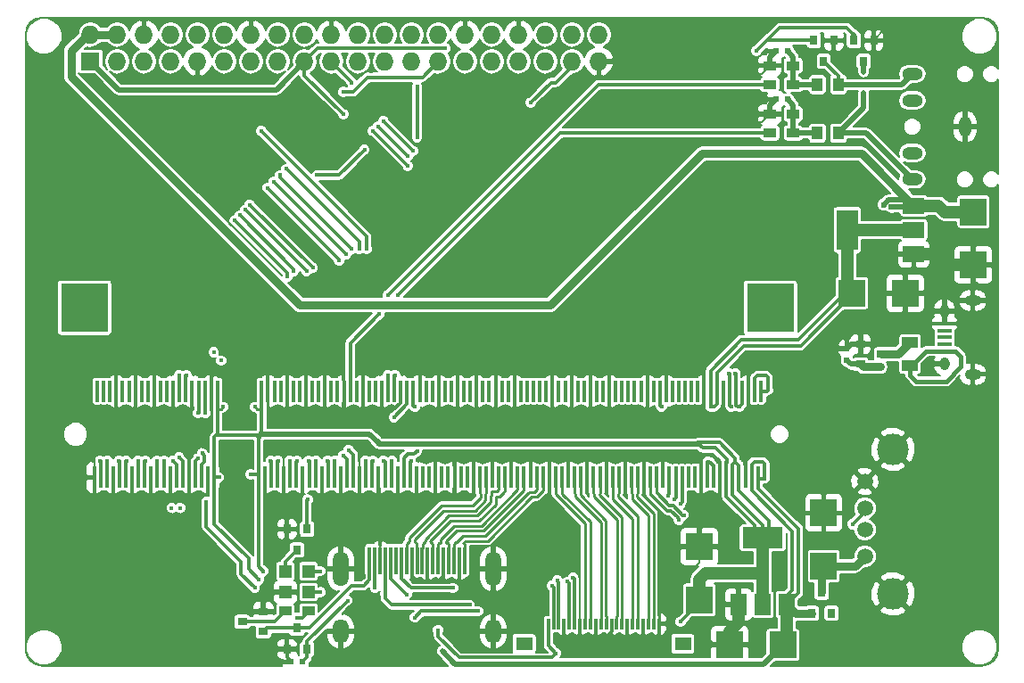
<source format=gtl>
G04 #@! TF.FileFunction,Copper,L1,Top,Signal*
%FSLAX46Y46*%
G04 Gerber Fmt 4.6, Leading zero omitted, Abs format (unit mm)*
G04 Created by KiCad (PCBNEW 4.0.5+dfsg1-4) date Sun Dec 23 19:03:49 2018*
%MOMM*%
%LPD*%
G01*
G04 APERTURE LIST*
%ADD10C,0.100000*%
%ADD11R,2.550000X2.500000*%
%ADD12R,2.500000X2.550000*%
%ADD13R,1.200000X1.200000*%
%ADD14R,0.800000X0.900000*%
%ADD15R,1.350000X0.400000*%
%ADD16O,0.950000X1.250000*%
%ADD17O,1.550000X1.000000*%
%ADD18C,1.500000*%
%ADD19C,3.000000*%
%ADD20R,0.300000X1.000000*%
%ADD21R,1.650000X1.300000*%
%ADD22R,0.900000X0.800000*%
%ADD23R,1.200000X0.900000*%
%ADD24R,3.800000X2.000000*%
%ADD25R,1.500000X2.000000*%
%ADD26R,2.000000X3.800000*%
%ADD27R,2.000000X1.500000*%
%ADD28R,0.300000X2.600000*%
%ADD29O,1.500000X3.300000*%
%ADD30O,1.500000X2.300000*%
%ADD31R,0.600000X0.500000*%
%ADD32R,1.500000X1.000000*%
%ADD33R,1.727200X1.727200*%
%ADD34O,1.727200X1.727200*%
%ADD35R,1.000000X1.250000*%
%ADD36O,1.200000X1.950000*%
%ADD37O,1.950000X1.200000*%
%ADD38R,0.350000X2.000000*%
%ADD39R,4.500000X4.600000*%
%ADD40R,0.500000X0.600000*%
%ADD41C,0.450000*%
%ADD42C,0.600000*%
%ADD43C,0.350000*%
%ADD44C,1.200000*%
%ADD45C,0.500000*%
%ADD46C,0.200000*%
%ADD47C,0.300000*%
%ADD48C,0.250000*%
%ADD49C,0.800000*%
%ADD50C,0.400000*%
%ADD51C,0.280000*%
G04 APERTURE END LIST*
D10*
D11*
X159925000Y-104000000D03*
X154875000Y-104000000D03*
D12*
X152000000Y-99725000D03*
X152000000Y-94675000D03*
X178000000Y-62875000D03*
X178000000Y-67925000D03*
D11*
X166475000Y-70600000D03*
X171525000Y-70600000D03*
D12*
X163800000Y-96525000D03*
X163800000Y-91475000D03*
D13*
X114900000Y-97000000D03*
X112700000Y-97000000D03*
D14*
X162650000Y-101000000D03*
X164550000Y-101000000D03*
X163600000Y-99000000D03*
X112850000Y-104400000D03*
X114750000Y-104400000D03*
X113800000Y-102400000D03*
D15*
X175250000Y-76100000D03*
X175250000Y-75450000D03*
X175250000Y-74800000D03*
X175250000Y-74150000D03*
X175250000Y-73500000D03*
D16*
X175250000Y-77300000D03*
X175250000Y-72300000D03*
D17*
X177950000Y-78300000D03*
X177950000Y-71300000D03*
D18*
X167700000Y-88490000D03*
X167700000Y-91030000D03*
X167700000Y-93060000D03*
X167700000Y-95600000D03*
D19*
X170370000Y-85440000D03*
X170370000Y-99160000D03*
D20*
X137650000Y-102000000D03*
X138150000Y-102000000D03*
X138650000Y-102000000D03*
X139150000Y-102000000D03*
X139650000Y-102000000D03*
X140150000Y-102000000D03*
X140650000Y-102000000D03*
X141150000Y-102000000D03*
X141650000Y-102000000D03*
X142150000Y-102000000D03*
X142650000Y-102000000D03*
X143150000Y-102000000D03*
X143650000Y-102000000D03*
X144150000Y-102000000D03*
X144650000Y-102000000D03*
X145150000Y-102000000D03*
X145650000Y-102000000D03*
X146150000Y-102000000D03*
X146650000Y-102000000D03*
X147150000Y-102000000D03*
X147650000Y-102000000D03*
X148150000Y-102000000D03*
D21*
X135375000Y-103900000D03*
X150425000Y-103900000D03*
D14*
X114750000Y-93000000D03*
X112850000Y-93000000D03*
X113800000Y-95000000D03*
D22*
X167300000Y-75450000D03*
X167300000Y-77350000D03*
X169300000Y-76400000D03*
X110600000Y-102750000D03*
X110600000Y-100850000D03*
X108600000Y-101800000D03*
D23*
X114900000Y-100800000D03*
X112700000Y-100800000D03*
D24*
X158000000Y-93850000D03*
D25*
X158000000Y-100150000D03*
X160300000Y-100150000D03*
X155700000Y-100150000D03*
D26*
X166050000Y-64600000D03*
D27*
X172350000Y-64600000D03*
X172350000Y-62300000D03*
X172350000Y-66900000D03*
D28*
X129700000Y-96000000D03*
X129200000Y-96000000D03*
X128700000Y-96000000D03*
X128200000Y-96000000D03*
X127700000Y-96000000D03*
X127200000Y-96000000D03*
X126700000Y-96000000D03*
X126200000Y-96000000D03*
X125700000Y-96000000D03*
X125200000Y-96000000D03*
X124700000Y-96000000D03*
X124200000Y-96000000D03*
X123700000Y-96000000D03*
X123200000Y-96000000D03*
X122700000Y-96000000D03*
X122200000Y-96000000D03*
X121700000Y-96000000D03*
X121200000Y-96000000D03*
X120700000Y-96000000D03*
D29*
X117950000Y-96760000D03*
X132450000Y-96760000D03*
D30*
X117950000Y-102720000D03*
X132450000Y-102720000D03*
D31*
X114350000Y-105600000D03*
X113250000Y-105600000D03*
D32*
X172000000Y-75300000D03*
X172000000Y-77500000D03*
D33*
X94200000Y-48600000D03*
D34*
X94200000Y-46060000D03*
X96740000Y-48600000D03*
X96740000Y-46060000D03*
X99280000Y-48600000D03*
X99280000Y-46060000D03*
X101820000Y-48600000D03*
X101820000Y-46060000D03*
X104360000Y-48600000D03*
X104360000Y-46060000D03*
X106900000Y-48600000D03*
X106900000Y-46060000D03*
X109440000Y-48600000D03*
X109440000Y-46060000D03*
X111980000Y-48600000D03*
X111980000Y-46060000D03*
X114520000Y-48600000D03*
X114520000Y-46060000D03*
X117060000Y-48600000D03*
X117060000Y-46060000D03*
X119600000Y-48600000D03*
X119600000Y-46060000D03*
X122140000Y-48600000D03*
X122140000Y-46060000D03*
X124680000Y-48600000D03*
X124680000Y-46060000D03*
X127220000Y-48600000D03*
X127220000Y-46060000D03*
X129760000Y-48600000D03*
X129760000Y-46060000D03*
X132300000Y-48600000D03*
X132300000Y-46060000D03*
X134840000Y-48600000D03*
X134840000Y-46060000D03*
X137380000Y-48600000D03*
X137380000Y-46060000D03*
X139920000Y-48600000D03*
X139920000Y-46060000D03*
X142460000Y-48600000D03*
X142460000Y-46060000D03*
D13*
X114900000Y-99000000D03*
X112700000Y-99000000D03*
D35*
X163200000Y-50800000D03*
X165200000Y-50800000D03*
X163200000Y-55400000D03*
X165200000Y-55400000D03*
D31*
X160350000Y-52200000D03*
X159250000Y-52200000D03*
X160350000Y-47600000D03*
X159250000Y-47600000D03*
D14*
X168550000Y-46600000D03*
X166650000Y-46600000D03*
X167600000Y-48600000D03*
X164750000Y-46600000D03*
X162850000Y-46600000D03*
X163800000Y-48600000D03*
D23*
X160900000Y-53600000D03*
X158700000Y-53600000D03*
X160900000Y-49000000D03*
X158700000Y-49000000D03*
X158700000Y-50800000D03*
X160900000Y-50800000D03*
X158700000Y-55400000D03*
X160900000Y-55400000D03*
D36*
X177200000Y-54800000D03*
D37*
X172200000Y-57300000D03*
X172200000Y-59800000D03*
X172200000Y-52300000D03*
X172200000Y-49800000D03*
D38*
X110150000Y-88100000D03*
X94550000Y-88100000D03*
D39*
X93650000Y-72000000D03*
X158750000Y-72000000D03*
D38*
X94850000Y-79900001D03*
X95150000Y-88100000D03*
X95450000Y-79900001D03*
X95750000Y-88100000D03*
X96050000Y-79900001D03*
X96350000Y-88100000D03*
X96650000Y-79900001D03*
X96950000Y-88100000D03*
X97250000Y-79900001D03*
X97550000Y-88100000D03*
X97850000Y-79900001D03*
X98150000Y-88100000D03*
X98450000Y-79900001D03*
X98750000Y-88100000D03*
X99050000Y-79900001D03*
X99350000Y-88100000D03*
X99650000Y-79900001D03*
X99950000Y-88100000D03*
X100250000Y-79900001D03*
X100550000Y-88100000D03*
X100850000Y-79900001D03*
X101150000Y-88100000D03*
X101450000Y-79900001D03*
X101750000Y-88100000D03*
X102050000Y-79900001D03*
X102350000Y-88100000D03*
X102650000Y-79900001D03*
X102950000Y-88100000D03*
X103250000Y-79900001D03*
X103550000Y-88100000D03*
X103850000Y-79900001D03*
X104150000Y-88100000D03*
X104450000Y-79900001D03*
X104750000Y-88100000D03*
X105050000Y-79900001D03*
X105350000Y-88100000D03*
X105650000Y-79900001D03*
X105950000Y-88100000D03*
X106250000Y-79900001D03*
X110450000Y-79900001D03*
X110750000Y-88100000D03*
X111050000Y-79900001D03*
X111350000Y-88100000D03*
X111650000Y-79900001D03*
X111950000Y-88100000D03*
X112250000Y-79900001D03*
X112550000Y-88100000D03*
X112850000Y-79900001D03*
X113150000Y-88100000D03*
X113450000Y-79900001D03*
X113750000Y-88100000D03*
X114050000Y-79900001D03*
X114350000Y-88100000D03*
X114650000Y-79900001D03*
X114950000Y-88100000D03*
X115250000Y-79900001D03*
X115550000Y-88100000D03*
X115850000Y-79900001D03*
X116150000Y-88100000D03*
X116450000Y-79900001D03*
X116750000Y-88100000D03*
X117050000Y-79900001D03*
X117350000Y-88100000D03*
X117650000Y-79900001D03*
X117950000Y-88100000D03*
X118250000Y-79900001D03*
X118550000Y-88100000D03*
X118850000Y-79900001D03*
X119150000Y-88100000D03*
X119450000Y-79900001D03*
X119750000Y-88100000D03*
X120050000Y-79900001D03*
X120350000Y-88100000D03*
X120650000Y-79900001D03*
X120950000Y-88100000D03*
X121250000Y-79900001D03*
X121550000Y-88100000D03*
X121850000Y-79900001D03*
X122150000Y-88100000D03*
X122450000Y-79900001D03*
X122750000Y-88100000D03*
X123050000Y-79900001D03*
X123350000Y-88100000D03*
X123650000Y-79900001D03*
X123950000Y-88100000D03*
X124250000Y-79900001D03*
X124550000Y-88100000D03*
X124850000Y-79900001D03*
X125150000Y-88100000D03*
X125450000Y-79900001D03*
X125750000Y-88100000D03*
X126050000Y-79900001D03*
X126350000Y-88100000D03*
X126650000Y-79900001D03*
X126950000Y-88100000D03*
X127250000Y-79900001D03*
X127550000Y-88100000D03*
X127850000Y-79900001D03*
X128150000Y-88100000D03*
X128450000Y-79900001D03*
X128750000Y-88100000D03*
X129050000Y-79900001D03*
X129350000Y-88100000D03*
X129650000Y-79900001D03*
X129950000Y-88100000D03*
X130250000Y-79900001D03*
X130550000Y-88100000D03*
X130850000Y-79900001D03*
X131150000Y-88100000D03*
X131450000Y-79900001D03*
X131750000Y-88100000D03*
X132050000Y-79900001D03*
X132350000Y-88100000D03*
X132650000Y-79900001D03*
X132950000Y-88100000D03*
X133250000Y-79900001D03*
X133550000Y-88100000D03*
X133850000Y-79900001D03*
X134150000Y-88100000D03*
X134450000Y-79900001D03*
X134750000Y-88100000D03*
X135050000Y-79900001D03*
X135350000Y-88100000D03*
X135650000Y-79900001D03*
X135950000Y-88100000D03*
X136250000Y-79900001D03*
X136550000Y-88100000D03*
X136850000Y-79900001D03*
X137150000Y-88100000D03*
X137450000Y-79900001D03*
X137750000Y-88100000D03*
X138050000Y-79900001D03*
X138350000Y-88100000D03*
X138650000Y-79900001D03*
X138950000Y-88100000D03*
X139250000Y-79900001D03*
X139550000Y-88100000D03*
X139850000Y-79900001D03*
X140150000Y-88100000D03*
X140450000Y-79900001D03*
X140750000Y-88100000D03*
X141050000Y-79900001D03*
X141350000Y-88100000D03*
X141650000Y-79900001D03*
X141950000Y-88100000D03*
X142250000Y-79900001D03*
X142550000Y-88100000D03*
X142850000Y-79900001D03*
X143150000Y-88100000D03*
X143450000Y-79900001D03*
X143750000Y-88100000D03*
X144050000Y-79900001D03*
X144350000Y-88100000D03*
X144650000Y-79900001D03*
X144950000Y-88100000D03*
X145250000Y-79900001D03*
X145550000Y-88100000D03*
X145850000Y-79900001D03*
X146150000Y-88100000D03*
X146450000Y-79900001D03*
X146750000Y-88100000D03*
X147050000Y-79900001D03*
X147350000Y-88100000D03*
X147650000Y-79900001D03*
X147950000Y-88100000D03*
X148250000Y-79900001D03*
X148550000Y-88100000D03*
X148850000Y-79900001D03*
X149150000Y-88100000D03*
X149450000Y-79900001D03*
X149750000Y-88100000D03*
X150050000Y-79900001D03*
X150350000Y-88100000D03*
X150650000Y-79900001D03*
X150950000Y-88100000D03*
X151250000Y-79900001D03*
X151550000Y-88100000D03*
X151850000Y-79900001D03*
X152150000Y-88100000D03*
X152450000Y-79900001D03*
X152750000Y-88100000D03*
X153050000Y-79900001D03*
X153350000Y-88100000D03*
X153650000Y-79900001D03*
X153950000Y-88100000D03*
X154250000Y-79900001D03*
X154550000Y-88100000D03*
X154850000Y-79900001D03*
X155150000Y-88100000D03*
X155450000Y-79900001D03*
X155750000Y-88100000D03*
X156050000Y-79900001D03*
X156350000Y-88100000D03*
X156650000Y-79900001D03*
X156950000Y-88100000D03*
X157250000Y-79900001D03*
X157550000Y-88100000D03*
X157850000Y-79900001D03*
D40*
X166000000Y-76950000D03*
X166000000Y-75850000D03*
D41*
X152800000Y-86600000D03*
X153100000Y-81400000D03*
D42*
X173400000Y-56000000D03*
X163200000Y-53200000D03*
X169200000Y-53800000D03*
X178200000Y-58000000D03*
X175400000Y-50800000D03*
X173000000Y-45600000D03*
X150000000Y-45600000D03*
X147000000Y-49800000D03*
X150800000Y-54400000D03*
X138200000Y-59600000D03*
X146800000Y-57400000D03*
X128600000Y-68200000D03*
X142200000Y-61200000D03*
X131400000Y-73200000D03*
X136000000Y-65000000D03*
X138350000Y-84150000D03*
X127200000Y-84000000D03*
X104600000Y-96500000D03*
X92600000Y-81200000D03*
X97800000Y-90800000D03*
X109500000Y-56400000D03*
X95100000Y-51400000D03*
X101500000Y-66500000D03*
X100700000Y-62400000D03*
X104200000Y-52900000D03*
X100500000Y-56000000D03*
X95100000Y-59700000D03*
X91500000Y-63000000D03*
X94400000Y-75200000D03*
X89300000Y-53000000D03*
X147500000Y-67800000D03*
X133600000Y-73900000D03*
X137700000Y-76500000D03*
X143000000Y-72300000D03*
X146300000Y-75800000D03*
X143200000Y-81800000D03*
X127400000Y-86200000D03*
X131900000Y-85800000D03*
X133100000Y-82200000D03*
D41*
X112600000Y-85100000D03*
X119200000Y-84900000D03*
D42*
X91800000Y-86600000D03*
X120000000Y-90000000D03*
D41*
X137400000Y-93400000D03*
D42*
X90400000Y-96400000D03*
X146400000Y-86000000D03*
X138100000Y-85700000D03*
X151200000Y-72200000D03*
X98000000Y-103600000D03*
X103400000Y-100400000D03*
X94800000Y-98600000D03*
X128400000Y-75700000D03*
D41*
X156400000Y-86600000D03*
D42*
X123050000Y-52150000D03*
D41*
X120850000Y-49500000D03*
D42*
X120850000Y-51300000D03*
X129150000Y-52500000D03*
X109100000Y-76200000D03*
X106000000Y-74150000D03*
X110300000Y-70500000D03*
X105150000Y-66400000D03*
X109200000Y-73100000D03*
X101200000Y-70350000D03*
D41*
X106000000Y-78200000D03*
X154200000Y-81400000D03*
X110800000Y-90200000D03*
D42*
X171400000Y-104800000D03*
X173100000Y-73600000D03*
X154800000Y-46800000D03*
X108900000Y-94100000D03*
X111200000Y-95300000D03*
X154200000Y-101600000D03*
X157800000Y-103200000D03*
X157800000Y-104800000D03*
X174000000Y-65000000D03*
X178200000Y-69800000D03*
X171000000Y-68400000D03*
X163800000Y-94000000D03*
X160600000Y-90400000D03*
X164400000Y-87800000D03*
X155600000Y-96000000D03*
X151400000Y-90800000D03*
X149400000Y-92800000D03*
X151000000Y-96800000D03*
X155000000Y-93600000D03*
X149000000Y-94000000D03*
D41*
X157350000Y-81400000D03*
X110800000Y-78200000D03*
D42*
X166600000Y-103800000D03*
X176100000Y-101600000D03*
X177300000Y-95400000D03*
X163700000Y-85200000D03*
X177100000Y-89200000D03*
X115900000Y-94700000D03*
X119800000Y-94400000D03*
X176600000Y-81400000D03*
X167400000Y-81400000D03*
X161000000Y-62200000D03*
X155600000Y-68600000D03*
X161200000Y-76600000D03*
X155200000Y-59000000D03*
X173600000Y-69200000D03*
X179000000Y-65000000D03*
X143200000Y-104800000D03*
X151800000Y-102400000D03*
X153200000Y-90600000D03*
X172200000Y-93600000D03*
D41*
X135400000Y-98200000D03*
D42*
X117000000Y-105200000D03*
D41*
X127400000Y-97800000D03*
X125200000Y-98000000D03*
X129600000Y-98200000D03*
D42*
X147600000Y-104800000D03*
X138600000Y-103800000D03*
X141400000Y-104800000D03*
X142800000Y-103600000D03*
X146000000Y-104600000D03*
X147800000Y-103800000D03*
X134600000Y-102000000D03*
D41*
X151450000Y-81400000D03*
X151050000Y-86600000D03*
X153800000Y-86600000D03*
X126200000Y-97950000D03*
X155400000Y-78200000D03*
X157400000Y-47600000D03*
X110600000Y-97000000D03*
X110200000Y-97800000D03*
X127900000Y-47350000D03*
X106400000Y-88100000D03*
X109400000Y-87800000D03*
X118200000Y-53600000D03*
X154800000Y-78200000D03*
X109800000Y-81400000D03*
X106800000Y-81400000D03*
X127200000Y-102600000D03*
X155000000Y-81400000D03*
X154600000Y-86600000D03*
X150200000Y-101800000D03*
X138400000Y-104800000D03*
X155800000Y-81400000D03*
X155400000Y-86600000D03*
D42*
X169500000Y-62200000D03*
X168250000Y-77600000D03*
X169200000Y-77600000D03*
X170200000Y-62400000D03*
D41*
X158500000Y-79800000D03*
X127600000Y-104600000D03*
X158200000Y-88200000D03*
X118600000Y-99800000D03*
X121200000Y-98600000D03*
X116000000Y-97000000D03*
X149000000Y-89800000D03*
X128600000Y-98600000D03*
X125000000Y-101400000D03*
X131000000Y-100800000D03*
X150200000Y-90600000D03*
X124200000Y-99200000D03*
X130200000Y-100200000D03*
X149600000Y-90200000D03*
X122200000Y-99200000D03*
X105900000Y-76200000D03*
X138000000Y-98400000D03*
X101900000Y-91000000D03*
X102600000Y-78400000D03*
X106600000Y-77000000D03*
X102700000Y-91000000D03*
X138500000Y-97900000D03*
X103300000Y-78400000D03*
X104400000Y-82000000D03*
X139500000Y-98000000D03*
X105100000Y-82000000D03*
X140000000Y-97600000D03*
X105200000Y-90400000D03*
X123000000Y-82400000D03*
X113800000Y-101400000D03*
X109800000Y-98600000D03*
X125000000Y-81400000D03*
X114800000Y-90200000D03*
X148400000Y-81400000D03*
X166530000Y-92530000D03*
X150057037Y-92127479D03*
X150516655Y-91667861D03*
X122400000Y-78400000D03*
X122400000Y-70800000D03*
X123100000Y-78400000D03*
X96900000Y-86500000D03*
X97600000Y-86500000D03*
X98700000Y-86500000D03*
X99400000Y-86500000D03*
X100500000Y-86500000D03*
X120200000Y-57000000D03*
X115700000Y-59400000D03*
X101200000Y-86500000D03*
X125200000Y-51000000D03*
X125200000Y-55800000D03*
X102000000Y-86500000D03*
X102600000Y-86200000D03*
X121500000Y-54800000D03*
X124300000Y-57600000D03*
X124300000Y-58500000D03*
X104400000Y-86300000D03*
X121000000Y-55200000D03*
X119000000Y-50600000D03*
X122000000Y-54300000D03*
X124800000Y-57100000D03*
X104800000Y-85800000D03*
X111300000Y-86500000D03*
X112000000Y-86500000D03*
X107900000Y-63700000D03*
X112900000Y-69050000D03*
X113100000Y-86500000D03*
X108400000Y-63200000D03*
X113500000Y-68500000D03*
X113800000Y-86500000D03*
X114900000Y-86500000D03*
X115600000Y-86500000D03*
X114700000Y-68500000D03*
X108900000Y-62700000D03*
X116700000Y-86500000D03*
X115300000Y-68200000D03*
X109300000Y-62200000D03*
X117400000Y-86500000D03*
X118200000Y-86000000D03*
X118700000Y-85500000D03*
X111000000Y-60600000D03*
X117800000Y-67500000D03*
X120300000Y-86500000D03*
X111600000Y-60000000D03*
X118500000Y-66900000D03*
X121000000Y-86500000D03*
X112200000Y-59400000D03*
X119000000Y-66400000D03*
X122000000Y-86500000D03*
X122800000Y-86500000D03*
X119700000Y-66400000D03*
X112800000Y-58800000D03*
X136000000Y-52500000D03*
X125200000Y-85600000D03*
X124600000Y-86500000D03*
X120400000Y-66400000D03*
X110400000Y-55200000D03*
X118200000Y-51500000D03*
X95100000Y-86500000D03*
X95800000Y-86500000D03*
X116000000Y-99000000D03*
X167600000Y-51600000D03*
X167600000Y-49600000D03*
X121600000Y-72600000D03*
X123400000Y-70800000D03*
D43*
X152800000Y-86600000D02*
X152750000Y-86600000D01*
X152750000Y-86600000D02*
X152750000Y-88100000D01*
X153350000Y-88100000D02*
X153350000Y-87000000D01*
X152950000Y-86600000D02*
X152750000Y-86600000D01*
X153350000Y-87000000D02*
X152950000Y-86600000D01*
X153100000Y-81400000D02*
X153400000Y-81400000D01*
X153650000Y-81150000D02*
X153650000Y-79900001D01*
X153400000Y-81400000D02*
X153650000Y-81150000D01*
X153100000Y-81400000D02*
X153050000Y-81350000D01*
X153050000Y-81350000D02*
X153050000Y-79900001D01*
X153050000Y-79900001D02*
X153050000Y-77950000D01*
X153050000Y-77950000D02*
X156000000Y-75000000D01*
X156000000Y-75000000D02*
X161400000Y-75000000D01*
X161400000Y-75000000D02*
X165800000Y-70600000D01*
X165800000Y-70600000D02*
X166475000Y-70600000D01*
X153650000Y-79900001D02*
X153650000Y-78150000D01*
X153650000Y-78150000D02*
X156200000Y-75600000D01*
X156200000Y-75600000D02*
X161600000Y-75600000D01*
X161600000Y-75600000D02*
X166475000Y-70725000D01*
X166475000Y-70725000D02*
X166475000Y-70600000D01*
X165450000Y-65200000D02*
X166050000Y-64600000D01*
D44*
X172350000Y-64600000D02*
X166050000Y-64600000D01*
X166050000Y-64600000D02*
X166050000Y-70175000D01*
X166050000Y-70175000D02*
X166475000Y-70600000D01*
D45*
X167300000Y-75450000D02*
X166400000Y-75450000D01*
X166400000Y-75450000D02*
X166000000Y-75850000D01*
D46*
X173400000Y-56000000D02*
X171400000Y-56000000D01*
X174600000Y-54800000D02*
X173400000Y-56000000D01*
X177200000Y-54800000D02*
X174600000Y-54800000D01*
X171400000Y-56000000D02*
X169200000Y-53800000D01*
X177200000Y-54800000D02*
X177200000Y-57000000D01*
X177200000Y-57000000D02*
X178200000Y-58000000D01*
X177200000Y-54800000D02*
X177200000Y-52600000D01*
X177200000Y-52600000D02*
X175400000Y-50800000D01*
X168550000Y-46600000D02*
X169550000Y-45600000D01*
X169550000Y-45600000D02*
X173000000Y-45600000D01*
X145400000Y-48600000D02*
X148400000Y-45600000D01*
X148400000Y-45600000D02*
X150000000Y-45600000D01*
X158700000Y-49000000D02*
X157900000Y-49800000D01*
X157900000Y-49800000D02*
X147000000Y-49800000D01*
X158700000Y-53600000D02*
X157900000Y-54400000D01*
X157900000Y-54400000D02*
X150800000Y-54400000D01*
X138200000Y-59600000D02*
X140400000Y-57400000D01*
X140400000Y-57400000D02*
X146800000Y-57400000D01*
X130850000Y-73750000D02*
X131400000Y-73200000D01*
X130850000Y-79900001D02*
X130850000Y-73750000D01*
D45*
X158700000Y-53600000D02*
X158700000Y-52750000D01*
X158700000Y-52750000D02*
X159250000Y-52200000D01*
X158700000Y-49000000D02*
X158700000Y-48150000D01*
X158700000Y-48150000D02*
X159250000Y-47600000D01*
D46*
X139850000Y-79900001D02*
X139850000Y-82650000D01*
X139850000Y-82650000D02*
X138350000Y-84150000D01*
X127200000Y-84000000D02*
X128100000Y-84000000D01*
X129050000Y-83050000D02*
X128100000Y-84000000D01*
X129050000Y-83050000D02*
X129050000Y-79900001D01*
X99950000Y-94800000D02*
X102900000Y-94800000D01*
X102900000Y-94800000D02*
X104600000Y-96500000D01*
X94550000Y-88100000D02*
X94550000Y-83150000D01*
X94550000Y-83150000D02*
X92600000Y-81200000D01*
X98150000Y-88100000D02*
X98150000Y-90450000D01*
X98150000Y-90450000D02*
X97800000Y-90800000D01*
X91500000Y-58200000D02*
X93600000Y-58200000D01*
X93600000Y-58200000D02*
X95100000Y-59700000D01*
X91500000Y-63000000D02*
X91500000Y-58200000D01*
X91500000Y-58200000D02*
X91500000Y-55200000D01*
X96650000Y-79900001D02*
X96650000Y-77450000D01*
X96650000Y-77450000D02*
X94400000Y-75200000D01*
X91500000Y-55200000D02*
X89300000Y-53000000D01*
X148850000Y-74550000D02*
X148850000Y-69150000D01*
X148850000Y-69150000D02*
X147500000Y-67800000D01*
X127250000Y-79900001D02*
X127250000Y-76850000D01*
X127250000Y-76850000D02*
X128400000Y-75700000D01*
X134450000Y-79900001D02*
X134450000Y-74750000D01*
X134450000Y-74750000D02*
X133600000Y-73900000D01*
X138050000Y-79900001D02*
X138050000Y-76850000D01*
X138050000Y-76850000D02*
X137700000Y-76500000D01*
X141650000Y-79900001D02*
X141650000Y-73650000D01*
X141650000Y-73650000D02*
X143000000Y-72300000D01*
X147050000Y-79900001D02*
X147050000Y-76550000D01*
X147050000Y-76550000D02*
X146300000Y-75800000D01*
X143450000Y-79900001D02*
X143450000Y-81550000D01*
X143450000Y-81550000D02*
X143200000Y-81800000D01*
X126950000Y-88100000D02*
X126950000Y-86650000D01*
X126950000Y-86650000D02*
X127400000Y-86200000D01*
X132350000Y-88100000D02*
X132350000Y-86250000D01*
X132350000Y-86250000D02*
X131900000Y-85800000D01*
X132650000Y-79900001D02*
X132650000Y-81750000D01*
X132650000Y-81750000D02*
X133100000Y-82200000D01*
X112550000Y-88100000D02*
X112550000Y-85150000D01*
X112550000Y-85150000D02*
X112600000Y-85100000D01*
X119750000Y-88100000D02*
X119750000Y-85450000D01*
X119750000Y-85450000D02*
X119200000Y-84900000D01*
D43*
X123650000Y-79900001D02*
X123650000Y-81000464D01*
X121850000Y-81400000D02*
X121850000Y-79900001D01*
X122200000Y-81750000D02*
X121850000Y-81400000D01*
X122900464Y-81750000D02*
X122200000Y-81750000D01*
X123650000Y-81000464D02*
X122900464Y-81750000D01*
D46*
X94550000Y-88100000D02*
X93300000Y-88100000D01*
X93300000Y-88100000D02*
X91800000Y-86600000D01*
X119750000Y-88100000D02*
X119750000Y-89750000D01*
X119750000Y-89750000D02*
X120000000Y-90000000D01*
X137750000Y-88100000D02*
X137750000Y-93050000D01*
X137750000Y-93050000D02*
X137400000Y-93400000D01*
X94550000Y-88100000D02*
X94550000Y-92250000D01*
X94550000Y-92250000D02*
X90400000Y-96400000D01*
X146750000Y-88100000D02*
X146750000Y-86350000D01*
X146750000Y-86350000D02*
X146400000Y-86000000D01*
X137750000Y-88100000D02*
X137750000Y-86050000D01*
X137750000Y-86050000D02*
X138100000Y-85700000D01*
X148850000Y-79900001D02*
X148850000Y-74550000D01*
X148850000Y-74550000D02*
X151200000Y-72200000D01*
X101200000Y-98200000D02*
X98000000Y-101400000D01*
X98000000Y-101400000D02*
X98000000Y-103600000D01*
X99950000Y-93450000D02*
X99950000Y-94800000D01*
X99950000Y-94800000D02*
X99950000Y-96950000D01*
X99950000Y-96950000D02*
X101200000Y-98200000D01*
X101200000Y-98200000D02*
X103400000Y-100400000D01*
X99950000Y-88100000D02*
X99950000Y-93450000D01*
X99950000Y-93450000D02*
X94800000Y-98600000D01*
D43*
X156350000Y-86650000D02*
X156350000Y-88100000D01*
X156400000Y-86600000D02*
X156350000Y-86650000D01*
X112850000Y-104400000D02*
X112850000Y-105200000D01*
X112850000Y-105200000D02*
X113250000Y-105600000D01*
D46*
X121700000Y-52150000D02*
X123050000Y-52150000D01*
X120850000Y-51300000D02*
X121700000Y-52150000D01*
X109100000Y-76200000D02*
X107050000Y-74150000D01*
X110800000Y-77900000D02*
X109100000Y-76200000D01*
X110800000Y-78200000D02*
X110800000Y-77900000D01*
X107050000Y-74150000D02*
X106000000Y-74150000D01*
X110300000Y-70500000D02*
X106200000Y-66400000D01*
X110800000Y-71000000D02*
X110300000Y-70500000D01*
X110800000Y-78200000D02*
X110800000Y-71000000D01*
X106200000Y-66400000D02*
X105150000Y-66400000D01*
X109200000Y-73100000D02*
X106450000Y-70350000D01*
X110800000Y-74700000D02*
X109200000Y-73100000D01*
X110800000Y-78200000D02*
X110800000Y-74700000D01*
X106450000Y-70350000D02*
X101200000Y-70350000D01*
D47*
X105650000Y-79900001D02*
X105650000Y-78550000D01*
X105650000Y-78550000D02*
X106000000Y-78200000D01*
D43*
X154200000Y-81400000D02*
X154250000Y-81350000D01*
X154250000Y-81350000D02*
X154250000Y-79900001D01*
X110750000Y-90150000D02*
X110750000Y-88100000D01*
X110800000Y-90200000D02*
X110750000Y-90150000D01*
D46*
X172800000Y-101600000D02*
X171400000Y-103000000D01*
X171400000Y-103000000D02*
X171400000Y-104800000D01*
X171525000Y-70600000D02*
X171525000Y-72825000D01*
X172300000Y-73600000D02*
X173100000Y-73600000D01*
X171525000Y-72825000D02*
X172300000Y-73600000D01*
X142460000Y-48600000D02*
X145400000Y-48600000D01*
X145400000Y-48600000D02*
X148600000Y-48600000D01*
X148600000Y-48600000D02*
X153000000Y-48600000D01*
X153000000Y-48600000D02*
X154800000Y-46800000D01*
X112850000Y-93000000D02*
X112850000Y-93650000D01*
X112850000Y-93650000D02*
X111200000Y-95300000D01*
X154875000Y-104000000D02*
X154875000Y-102275000D01*
X154875000Y-102275000D02*
X154200000Y-101600000D01*
X154875000Y-104000000D02*
X157000000Y-104000000D01*
X157000000Y-104000000D02*
X157800000Y-103200000D01*
X157000000Y-104000000D02*
X157800000Y-104800000D01*
X178000000Y-67925000D02*
X178000000Y-66000000D01*
X178000000Y-66000000D02*
X177000000Y-65000000D01*
X177000000Y-65000000D02*
X174000000Y-65000000D01*
X178000000Y-67925000D02*
X178000000Y-69600000D01*
X178000000Y-69600000D02*
X178200000Y-69800000D01*
X171525000Y-70600000D02*
X171525000Y-68925000D01*
X171525000Y-68925000D02*
X171000000Y-68400000D01*
X163800000Y-91475000D02*
X163800000Y-94000000D01*
X163800000Y-91475000D02*
X161675000Y-91475000D01*
X161675000Y-91475000D02*
X160600000Y-90400000D01*
X163800000Y-91475000D02*
X163800000Y-88400000D01*
X163800000Y-88400000D02*
X164400000Y-87800000D01*
X152000000Y-94675000D02*
X154275000Y-94675000D01*
X154275000Y-94675000D02*
X155600000Y-96000000D01*
X152000000Y-94675000D02*
X152000000Y-91400000D01*
X152000000Y-91400000D02*
X151400000Y-90800000D01*
X152000000Y-94675000D02*
X152000000Y-93000000D01*
X151800000Y-92800000D02*
X149400000Y-92800000D01*
X152000000Y-93000000D02*
X151800000Y-92800000D01*
X152000000Y-94675000D02*
X152000000Y-96200000D01*
X151400000Y-96800000D02*
X151000000Y-96800000D01*
X152000000Y-96200000D02*
X151400000Y-96800000D01*
X152000000Y-94675000D02*
X153125000Y-95800000D01*
X154875000Y-104000000D02*
X154875000Y-103075000D01*
X154875000Y-104000000D02*
X155600000Y-104000000D01*
X152000000Y-94675000D02*
X152000000Y-95800000D01*
X152000000Y-94675000D02*
X153925000Y-94675000D01*
X153925000Y-94675000D02*
X155000000Y-93600000D01*
X152000000Y-94675000D02*
X149675000Y-94675000D01*
X149675000Y-94675000D02*
X149000000Y-94000000D01*
D44*
X154875000Y-104000000D02*
X154875000Y-102725000D01*
X155700000Y-101900000D02*
X155700000Y-100150000D01*
X154875000Y-102725000D02*
X155700000Y-101900000D01*
X178000000Y-67925000D02*
X175325000Y-67925000D01*
X174300000Y-66900000D02*
X172350000Y-66900000D01*
X175325000Y-67925000D02*
X174300000Y-66900000D01*
D43*
X156650000Y-79900001D02*
X156650000Y-81150000D01*
X156900000Y-81400000D02*
X157350000Y-81400000D01*
X156650000Y-81150000D02*
X156900000Y-81400000D01*
X152450000Y-79900001D02*
X152450000Y-81100000D01*
X152150000Y-81400000D02*
X151450000Y-81400000D01*
X152450000Y-81100000D02*
X152150000Y-81400000D01*
D48*
X111050000Y-78450000D02*
X111050000Y-79900001D01*
X110800000Y-78200000D02*
X111050000Y-78450000D01*
D46*
X170370000Y-99160000D02*
X170340000Y-99160000D01*
X170340000Y-99160000D02*
X166600000Y-102900000D01*
X166600000Y-102900000D02*
X166600000Y-103800000D01*
X170370000Y-99160000D02*
X170370000Y-99170000D01*
X170370000Y-99170000D02*
X172800000Y-101600000D01*
X172800000Y-101600000D02*
X176100000Y-101600000D01*
X170370000Y-99160000D02*
X170370000Y-99130000D01*
X170370000Y-99130000D02*
X174100000Y-95400000D01*
X174100000Y-95400000D02*
X177300000Y-95400000D01*
X170370000Y-85440000D02*
X170360000Y-85440000D01*
X170360000Y-85440000D02*
X168900000Y-86900000D01*
X165400000Y-86900000D02*
X163700000Y-85200000D01*
X168900000Y-86900000D02*
X165400000Y-86900000D01*
X172165000Y-87235000D02*
X175135000Y-87235000D01*
X175135000Y-87235000D02*
X177100000Y-89200000D01*
X117950000Y-96760000D02*
X117950000Y-94250000D01*
X116600000Y-94000000D02*
X115900000Y-94700000D01*
X117700000Y-94000000D02*
X116600000Y-94000000D01*
X117950000Y-94250000D02*
X117700000Y-94000000D01*
X121700000Y-96000000D02*
X121700000Y-94200000D01*
X120200000Y-94000000D02*
X119800000Y-94400000D01*
X121500000Y-94000000D02*
X120200000Y-94000000D01*
X121700000Y-94200000D02*
X121500000Y-94000000D01*
X170370000Y-85440000D02*
X174410000Y-81400000D01*
X174410000Y-81400000D02*
X176600000Y-81400000D01*
X170370000Y-85440000D02*
X167400000Y-82470000D01*
X167400000Y-82470000D02*
X167400000Y-81400000D01*
X152450000Y-67600000D02*
X157850000Y-62200000D01*
X157850000Y-62200000D02*
X161000000Y-62200000D01*
X152450000Y-79900001D02*
X152450000Y-71750000D01*
X152450000Y-71750000D02*
X155600000Y-68600000D01*
X156650000Y-79900001D02*
X156650000Y-78350000D01*
X158400000Y-76600000D02*
X161200000Y-76600000D01*
X156650000Y-78350000D02*
X158400000Y-76600000D01*
X152450000Y-79900001D02*
X152450000Y-67600000D01*
X152450000Y-67600000D02*
X152450000Y-61750000D01*
X152450000Y-61750000D02*
X155200000Y-59000000D01*
X117950000Y-96760000D02*
X117950000Y-95350000D01*
X171525000Y-70600000D02*
X171525000Y-71725000D01*
X172350000Y-66900000D02*
X172350000Y-67950000D01*
X172350000Y-67950000D02*
X173600000Y-69200000D01*
X178000000Y-66000000D02*
X179000000Y-65000000D01*
D47*
X142150000Y-102000000D02*
X142150000Y-103750000D01*
X142150000Y-103750000D02*
X143200000Y-104800000D01*
D46*
X154875000Y-104000000D02*
X153400000Y-104000000D01*
X153400000Y-104000000D02*
X151800000Y-102400000D01*
X152150000Y-88100000D02*
X152150000Y-89550000D01*
X152150000Y-89550000D02*
X153200000Y-90600000D01*
X170370000Y-85440000D02*
X172165000Y-87235000D01*
X172165000Y-87235000D02*
X172200000Y-87270000D01*
X172200000Y-87270000D02*
X172200000Y-93600000D01*
X132450000Y-96760000D02*
X133960000Y-96760000D01*
X133960000Y-96760000D02*
X135400000Y-98200000D01*
X117950000Y-102720000D02*
X117950000Y-104250000D01*
X117950000Y-104250000D02*
X117000000Y-105200000D01*
X117950000Y-96760000D02*
X117950000Y-97250000D01*
X170370000Y-99160000D02*
X170370000Y-100230000D01*
D47*
X127700000Y-96000000D02*
X127700000Y-97500000D01*
X127700000Y-97500000D02*
X127400000Y-97800000D01*
X124700000Y-96000000D02*
X124700000Y-97500000D01*
X124700000Y-97500000D02*
X125200000Y-98000000D01*
X129200000Y-96000000D02*
X129200000Y-97800000D01*
X129200000Y-97800000D02*
X129600000Y-98200000D01*
X146650000Y-102000000D02*
X146650000Y-103850000D01*
X146650000Y-103850000D02*
X147600000Y-104800000D01*
X139150000Y-102000000D02*
X139150000Y-103250000D01*
X139150000Y-103250000D02*
X138600000Y-103800000D01*
X140650000Y-102000000D02*
X140650000Y-104050000D01*
X140650000Y-104050000D02*
X141400000Y-104800000D01*
X143650000Y-102000000D02*
X143650000Y-102750000D01*
X143650000Y-102750000D02*
X142800000Y-103600000D01*
X145150000Y-102000000D02*
X145150000Y-103750000D01*
X145150000Y-103750000D02*
X146000000Y-104600000D01*
X148150000Y-102000000D02*
X148150000Y-103450000D01*
X148150000Y-103450000D02*
X147800000Y-103800000D01*
D43*
X151650000Y-81400000D02*
X151450000Y-81400000D01*
X151050000Y-86600000D02*
X152000000Y-86600000D01*
X152000000Y-86600000D02*
X152150000Y-86750000D01*
X152150000Y-86750000D02*
X152150000Y-88100000D01*
X153950000Y-88100000D02*
X153950000Y-86750000D01*
X153950000Y-86750000D02*
X153800000Y-86600000D01*
D47*
X126200000Y-96000000D02*
X126200000Y-97950000D01*
D43*
X155450000Y-78250000D02*
X155400000Y-78200000D01*
X155450000Y-79900001D02*
X155450000Y-78250000D01*
X158400000Y-46600000D02*
X159600000Y-45400000D01*
X159600000Y-45400000D02*
X164050000Y-45400000D01*
X157400000Y-47600000D02*
X158400000Y-46600000D01*
X158400000Y-46600000D02*
X162850000Y-46600000D01*
D45*
X166650000Y-46600000D02*
X166650000Y-46050000D01*
D43*
X166000000Y-45400000D02*
X164050000Y-45400000D01*
X166650000Y-46050000D02*
X166000000Y-45400000D01*
X110150000Y-96550000D02*
X110150000Y-88100000D01*
X110600000Y-97000000D02*
X110150000Y-96550000D01*
X105950000Y-92550000D02*
X109200000Y-95800000D01*
X109200000Y-95800000D02*
X109200000Y-96800000D01*
X109200000Y-96800000D02*
X110200000Y-97800000D01*
X105950000Y-92350000D02*
X105950000Y-88100000D01*
X105950000Y-92350000D02*
X105950000Y-92550000D01*
X114520000Y-48600000D02*
X115770000Y-47350000D01*
X115770000Y-47350000D02*
X127900000Y-47350000D01*
D47*
X105950000Y-88100000D02*
X106400000Y-88100000D01*
D43*
X155450000Y-79900001D02*
X155450000Y-81250000D01*
X155450000Y-81250000D02*
X155600000Y-81400000D01*
X155600000Y-81400000D02*
X155800000Y-81400000D01*
X109400000Y-87800000D02*
X110000000Y-87800000D01*
X154850000Y-79900001D02*
X154850000Y-78250000D01*
X114520000Y-49920000D02*
X114520000Y-48600000D01*
X118200000Y-53600000D02*
X114520000Y-49920000D01*
X154850000Y-78250000D02*
X154800000Y-78200000D01*
D45*
X108900000Y-51300000D02*
X111820000Y-51300000D01*
X108900000Y-51300000D02*
X96900000Y-51300000D01*
X96900000Y-51300000D02*
X94200000Y-48600000D01*
X111820000Y-51300000D02*
X114520000Y-48600000D01*
X121600000Y-84900000D02*
X125900000Y-84900000D01*
X125900000Y-84900000D02*
X151900000Y-84900000D01*
X121600000Y-84900000D02*
X121500000Y-84800000D01*
X121500000Y-84800000D02*
X121600000Y-84900000D01*
X112600000Y-84000000D02*
X120700000Y-84000000D01*
X112600000Y-84000000D02*
X110600000Y-84000000D01*
X110450000Y-83950000D02*
X110500000Y-84000000D01*
X110600000Y-84000000D02*
X110500000Y-84000000D01*
X120700000Y-84000000D02*
X121500000Y-84800000D01*
X114650000Y-48730000D02*
X114520000Y-48600000D01*
D43*
X154600000Y-86600000D02*
X154600000Y-86400000D01*
X154600000Y-86400000D02*
X153500000Y-85300000D01*
X153500000Y-85300000D02*
X152300000Y-85300000D01*
X152300000Y-85300000D02*
X151900000Y-84900000D01*
X151900000Y-84900000D02*
X151800000Y-84800000D01*
X153900000Y-84800000D02*
X151800000Y-84800000D01*
X155400000Y-86300000D02*
X153900000Y-84800000D01*
X155400000Y-86600000D02*
X155400000Y-86300000D01*
D45*
X110450000Y-83950000D02*
X110150000Y-84250000D01*
D43*
X110450000Y-83950000D02*
X110450000Y-81600000D01*
D46*
X110150000Y-87550000D02*
X110150000Y-88100000D01*
D48*
X110450000Y-81600000D02*
X110000000Y-81600000D01*
X110000000Y-81600000D02*
X109800000Y-81400000D01*
X106600000Y-81600000D02*
X106250000Y-81600000D01*
X106800000Y-81400000D02*
X106600000Y-81600000D01*
D43*
X154550000Y-88100000D02*
X154550000Y-89950000D01*
X157200000Y-92600000D02*
X157200000Y-93050000D01*
X154550000Y-89950000D02*
X157200000Y-92600000D01*
X157200000Y-93050000D02*
X158000000Y-93850000D01*
D47*
X138400000Y-104800000D02*
X138000000Y-105200000D01*
X127200000Y-103200000D02*
X127200000Y-102600000D01*
X129200000Y-105200000D02*
X127200000Y-103200000D01*
X138000000Y-105200000D02*
X129200000Y-105200000D01*
D43*
X154850000Y-79900001D02*
X154850000Y-81250000D01*
X154850000Y-81250000D02*
X155000000Y-81400000D01*
X154600000Y-86600000D02*
X154550000Y-86650000D01*
X154550000Y-86650000D02*
X154550000Y-88100000D01*
D47*
X137650000Y-102000000D02*
X137650000Y-104050000D01*
X150200000Y-101800000D02*
X152000000Y-100000000D01*
X137650000Y-104050000D02*
X138400000Y-104800000D01*
X152000000Y-100000000D02*
X152000000Y-99725000D01*
D43*
X106100000Y-84100000D02*
X110000000Y-84100000D01*
X110000000Y-84100000D02*
X110150000Y-84250000D01*
X110450000Y-79900001D02*
X110450000Y-81600000D01*
X110150000Y-84250000D02*
X110150000Y-88100000D01*
X106250000Y-79900001D02*
X106250000Y-81600000D01*
X106250000Y-81600000D02*
X106250000Y-83950000D01*
X106250000Y-83950000D02*
X106100000Y-84100000D01*
X106100000Y-84100000D02*
X105950000Y-84250000D01*
X105950000Y-84250000D02*
X105950000Y-88100000D01*
X156050000Y-79900001D02*
X156050000Y-81150000D01*
X156050000Y-81150000D02*
X155800000Y-81400000D01*
X155750000Y-88100000D02*
X155750000Y-86950000D01*
X155750000Y-86950000D02*
X155400000Y-86600000D01*
X155400000Y-86600000D02*
X155150000Y-86850000D01*
X155150000Y-86850000D02*
X155150000Y-88100000D01*
D44*
X152000000Y-99725000D02*
X152000000Y-97800000D01*
X152600000Y-97200000D02*
X158000000Y-97200000D01*
X152000000Y-97800000D02*
X152600000Y-97200000D01*
X158000000Y-100150000D02*
X158000000Y-97200000D01*
X158000000Y-97200000D02*
X158000000Y-93850000D01*
D43*
X155750000Y-88100000D02*
X155750000Y-89350000D01*
X158600000Y-92200000D02*
X158600000Y-93250000D01*
X155750000Y-89350000D02*
X158600000Y-92200000D01*
X158600000Y-93250000D02*
X158000000Y-93850000D01*
X158000000Y-93850000D02*
X158000000Y-92600000D01*
X155150000Y-89750000D02*
X155150000Y-88100000D01*
X158000000Y-92600000D02*
X155150000Y-89750000D01*
D45*
X169500000Y-62200000D02*
X169950000Y-61750000D01*
X169950000Y-61750000D02*
X171800000Y-61750000D01*
X171800000Y-61750000D02*
X172350000Y-62300000D01*
X171550000Y-61500000D02*
X172350000Y-62300000D01*
X168250000Y-77600000D02*
X168250000Y-77700000D01*
X168250000Y-77700000D02*
X168250000Y-77600000D01*
D49*
X167300000Y-77350000D02*
X167550000Y-77600000D01*
X167550000Y-77600000D02*
X168250000Y-77600000D01*
X168250000Y-77600000D02*
X169200000Y-77600000D01*
D45*
X170200000Y-62400000D02*
X172250000Y-62400000D01*
X167300000Y-77350000D02*
X166400000Y-77350000D01*
X166400000Y-77350000D02*
X166000000Y-76950000D01*
D43*
X157250000Y-79900001D02*
X157250000Y-78650000D01*
X158500000Y-78600000D02*
X158500000Y-79800000D01*
X158300000Y-78400000D02*
X158500000Y-78600000D01*
X157500000Y-78400000D02*
X158300000Y-78400000D01*
X157250000Y-78650000D02*
X157500000Y-78400000D01*
X156950000Y-88100000D02*
X156950000Y-86850000D01*
X158200000Y-86800000D02*
X158200000Y-88200000D01*
X158000000Y-86600000D02*
X158200000Y-86800000D01*
X157200000Y-86600000D02*
X158000000Y-86600000D01*
X156950000Y-86850000D02*
X157200000Y-86600000D01*
X157550000Y-88100000D02*
X157650000Y-88200000D01*
X157650000Y-88200000D02*
X158200000Y-88200000D01*
D49*
X94200000Y-46060000D02*
X93890000Y-46060000D01*
X93890000Y-46060000D02*
X92350000Y-47600000D01*
X92350000Y-47600000D02*
X92350000Y-50050000D01*
X92350000Y-50050000D02*
X114050000Y-71750000D01*
X114050000Y-71750000D02*
X137850000Y-71750000D01*
X137850000Y-71750000D02*
X152250000Y-57350000D01*
X152250000Y-57350000D02*
X167400000Y-57350000D01*
X167400000Y-57350000D02*
X172350000Y-62300000D01*
X94200000Y-46060000D02*
X96740000Y-46060000D01*
D44*
X160300000Y-100150000D02*
X160300000Y-103625000D01*
X160300000Y-103625000D02*
X159925000Y-104000000D01*
D49*
X172250000Y-62400000D02*
X172350000Y-62300000D01*
D45*
X158125000Y-105800000D02*
X159925000Y-104000000D01*
X128800000Y-105800000D02*
X158125000Y-105800000D01*
X127600000Y-104600000D02*
X128800000Y-105800000D01*
D49*
X178000000Y-62875000D02*
X178000000Y-63200000D01*
D44*
X178000000Y-62875000D02*
X175275000Y-62875000D01*
X174700000Y-62300000D02*
X172350000Y-62300000D01*
X175275000Y-62875000D02*
X174700000Y-62300000D01*
D43*
X158500000Y-79800000D02*
X158399999Y-79900001D01*
X158399999Y-79900001D02*
X157850000Y-79900001D01*
X156950000Y-88100000D02*
X156950000Y-89350000D01*
X160800000Y-98800000D02*
X160300000Y-99300000D01*
X160800000Y-93200000D02*
X160800000Y-98800000D01*
X156950000Y-89350000D02*
X160800000Y-93200000D01*
X160300000Y-99300000D02*
X160300000Y-100150000D01*
X157550000Y-88100000D02*
X157550000Y-89150000D01*
X161400000Y-99050000D02*
X160300000Y-100150000D01*
X161400000Y-93000000D02*
X161400000Y-99050000D01*
X157550000Y-89150000D02*
X161400000Y-93000000D01*
D49*
X159925000Y-100525000D02*
X160300000Y-100150000D01*
X162650000Y-101000000D02*
X161150000Y-101000000D01*
X161150000Y-101000000D02*
X160300000Y-100150000D01*
X163800000Y-96525000D02*
X166775000Y-96525000D01*
X166775000Y-96525000D02*
X167700000Y-95600000D01*
X163600000Y-99000000D02*
X163600000Y-96725000D01*
X163600000Y-96725000D02*
X163800000Y-96525000D01*
D47*
X114750000Y-104400000D02*
X114750000Y-103650000D01*
X114750000Y-103650000D02*
X118600000Y-99800000D01*
D43*
X114750000Y-104400000D02*
X114750000Y-105200000D01*
X114750000Y-105200000D02*
X114350000Y-105600000D01*
D47*
X121200000Y-96000000D02*
X121200000Y-98600000D01*
D43*
X116000000Y-97000000D02*
X114900000Y-97000000D01*
X112700000Y-97000000D02*
X112700000Y-96100000D01*
X112700000Y-96100000D02*
X113800000Y-95000000D01*
X149150000Y-88100000D02*
X149150000Y-89650000D01*
X149150000Y-89650000D02*
X149000000Y-89800000D01*
D47*
X123700000Y-96000000D02*
X123700000Y-97700000D01*
X124600000Y-98600000D02*
X128600000Y-98600000D01*
X123700000Y-97700000D02*
X124600000Y-98600000D01*
D43*
X150350000Y-88100000D02*
X150350000Y-90450000D01*
X125600000Y-100800000D02*
X125000000Y-101400000D01*
X131000000Y-100800000D02*
X125600000Y-100800000D01*
X150350000Y-90450000D02*
X150200000Y-90600000D01*
D47*
X122700000Y-96000000D02*
X122700000Y-97700000D01*
X122700000Y-97700000D02*
X124200000Y-99200000D01*
D43*
X149750000Y-88100000D02*
X149750000Y-90050000D01*
X122200000Y-99600000D02*
X122200000Y-99200000D01*
X122800000Y-100200000D02*
X122200000Y-99600000D01*
X130200000Y-100200000D02*
X122800000Y-100200000D01*
X149750000Y-90050000D02*
X149600000Y-90200000D01*
D47*
X122200000Y-96000000D02*
X122200000Y-99200000D01*
X113800000Y-102400000D02*
X115000000Y-102400000D01*
X120700000Y-97819998D02*
X120700000Y-96000000D01*
X120119998Y-98400000D02*
X120700000Y-97819998D01*
X119000000Y-98400000D02*
X120119998Y-98400000D01*
X115000000Y-102400000D02*
X119000000Y-98400000D01*
D43*
X110600000Y-102750000D02*
X110950000Y-102400000D01*
X110950000Y-102400000D02*
X113800000Y-102400000D01*
X110600000Y-102750000D02*
X110650000Y-102750000D01*
D49*
X170900000Y-76400000D02*
X172000000Y-75300000D01*
X169300000Y-76400000D02*
X170900000Y-76400000D01*
D50*
X172000000Y-78400000D02*
X172000000Y-77500000D01*
X172600000Y-79000000D02*
X172000000Y-78400000D01*
X175400000Y-79000000D02*
X172600000Y-79000000D01*
X176800000Y-77600000D02*
X175400000Y-79000000D01*
X176800000Y-76600000D02*
X176800000Y-77600000D01*
X176300000Y-76100000D02*
X176800000Y-76600000D01*
X175250000Y-76100000D02*
X176300000Y-76100000D01*
X172100000Y-77500000D02*
X172000000Y-77500000D01*
X173500000Y-76100000D02*
X172100000Y-77500000D01*
X175250000Y-76100000D02*
X173500000Y-76100000D01*
D51*
X136944992Y-89570819D02*
X137150000Y-89365811D01*
X129622001Y-94359999D02*
X129533409Y-94359999D01*
X129690001Y-94427999D02*
X129622001Y-94359999D01*
X129690001Y-94840001D02*
X129690001Y-94427999D01*
X136595819Y-89919992D02*
X136944992Y-89570819D01*
X136092352Y-89919992D02*
X136595819Y-89919992D01*
X131892347Y-94119996D02*
X136092352Y-89919992D01*
X129773411Y-94119997D02*
X131892347Y-94119996D01*
X129533409Y-94359999D02*
X129773411Y-94119997D01*
X137150000Y-89365811D02*
X137150000Y-88100000D01*
X129700000Y-96000000D02*
X129700000Y-94850000D01*
X129700000Y-94850000D02*
X129690001Y-94840001D01*
X135873545Y-89459990D02*
X136340010Y-89459990D01*
X128960000Y-94254588D02*
X129574580Y-93640008D01*
X129574580Y-93640008D02*
X131693528Y-93640007D01*
X131693528Y-93640007D02*
X135745011Y-89588524D01*
X128709999Y-94840001D02*
X128709999Y-94427999D01*
X128709999Y-94427999D02*
X128883410Y-94254588D01*
X128883410Y-94254588D02*
X128960000Y-94254588D01*
X135745011Y-89588524D02*
X135873545Y-89459990D01*
X136550000Y-89250000D02*
X136550000Y-88100000D01*
X136340010Y-89459990D02*
X136550000Y-89250000D01*
X128700000Y-94850000D02*
X128709999Y-94840001D01*
X128700000Y-96000000D02*
X128700000Y-94850000D01*
X135265001Y-89389698D02*
X135350000Y-89304699D01*
X128122001Y-94359999D02*
X127940000Y-94359999D01*
X128190001Y-94840001D02*
X128190001Y-94427999D01*
X127940000Y-94359999D02*
X127940000Y-94157131D01*
X128190001Y-94427999D02*
X128122001Y-94359999D01*
X131494701Y-93159998D02*
X135265001Y-89389698D01*
X128937133Y-93159998D02*
X131494701Y-93159998D01*
X127940000Y-94157131D02*
X128937133Y-93159998D01*
X135350000Y-89304699D02*
X135350000Y-88100000D01*
X128200000Y-96000000D02*
X128200000Y-94850000D01*
X128200000Y-94850000D02*
X128190001Y-94840001D01*
X134665001Y-89310889D02*
X134750000Y-89225890D01*
X127277999Y-94359999D02*
X127460000Y-94359999D01*
X127460000Y-94359999D02*
X127460000Y-93958311D01*
X127209999Y-94840001D02*
X127209999Y-94427999D01*
X127209999Y-94427999D02*
X127277999Y-94359999D01*
X131295883Y-92680007D02*
X134665001Y-89310889D01*
X128738304Y-92680007D02*
X131295883Y-92680007D01*
X127460000Y-93958311D02*
X128738304Y-92680007D01*
X134750000Y-89225890D02*
X134750000Y-88100000D01*
X127200000Y-96000000D02*
X127200000Y-94850000D01*
X127200000Y-94850000D02*
X127209999Y-94840001D01*
X133344992Y-89570819D02*
X133550000Y-89365811D01*
X126440000Y-94177998D02*
X126440000Y-94164558D01*
X126690001Y-94427999D02*
X126440000Y-94177998D01*
X126690001Y-94840001D02*
X126690001Y-94427999D01*
X132710001Y-89919992D02*
X132995819Y-89919992D01*
X132710001Y-89997644D02*
X132710001Y-89919992D01*
X132650001Y-90057644D02*
X132710001Y-89997644D01*
X132995819Y-89919992D02*
X133344992Y-89570819D01*
X132650001Y-90647054D02*
X132650001Y-90057644D01*
X126440000Y-94164558D02*
X128404559Y-92199999D01*
X131097056Y-92199998D02*
X132650001Y-90647054D01*
X128404559Y-92199999D02*
X131097056Y-92199998D01*
X133550000Y-89365811D02*
X133550000Y-88100000D01*
X126700000Y-96000000D02*
X126700000Y-94850000D01*
X126700000Y-94850000D02*
X126690001Y-94840001D01*
X132865001Y-89372001D02*
X132950000Y-89287002D01*
X132230010Y-89440001D02*
X132797001Y-89440001D01*
X132170010Y-90448236D02*
X132170010Y-89858826D01*
X125960000Y-93965738D02*
X128205728Y-91720010D01*
X132230010Y-89798826D02*
X132230010Y-89440001D01*
X128205728Y-91720010D02*
X130898237Y-91720009D01*
X132797001Y-89440001D02*
X132865001Y-89372001D01*
X130898237Y-91720009D02*
X132170010Y-90448236D01*
X132170010Y-89858826D02*
X132230010Y-89798826D01*
X125709999Y-94840001D02*
X125709999Y-94427999D01*
X125709999Y-94427999D02*
X125960000Y-94177998D01*
X125960000Y-94177998D02*
X125960000Y-93965738D01*
X132950000Y-89287002D02*
X132950000Y-88100000D01*
X125700000Y-94850000D02*
X125709999Y-94840001D01*
X125700000Y-96000000D02*
X125700000Y-94850000D01*
X130699410Y-91240000D02*
X131690000Y-90249410D01*
X131690000Y-90249410D02*
X131690000Y-89660000D01*
X131690000Y-89660000D02*
X131750000Y-89600000D01*
X131750000Y-89600000D02*
X131750000Y-88100000D01*
X127699410Y-91240000D02*
X130699410Y-91240000D01*
X124940000Y-93999410D02*
X127699410Y-91240000D01*
X125200000Y-96000000D02*
X125200000Y-94850000D01*
X125200000Y-94850000D02*
X125190001Y-94840001D01*
X125190001Y-94427999D02*
X124940000Y-94177998D01*
X125190001Y-94840001D02*
X125190001Y-94427999D01*
X124940000Y-94177998D02*
X124940000Y-93999410D01*
X131210000Y-90050590D02*
X131210000Y-89660000D01*
X130500590Y-90760000D02*
X131210000Y-90050590D01*
X131210000Y-89660000D02*
X131150000Y-89600000D01*
X131150000Y-89600000D02*
X131150000Y-88100000D01*
X127500590Y-90760000D02*
X130500590Y-90760000D01*
X124460000Y-93800590D02*
X127500590Y-90760000D01*
X124200000Y-94850000D02*
X124209999Y-94840001D01*
X124200000Y-96000000D02*
X124200000Y-94850000D01*
X124209999Y-94840001D02*
X124209999Y-94427999D01*
X124209999Y-94427999D02*
X124460000Y-94177998D01*
X124460000Y-94177998D02*
X124460000Y-93800590D01*
D47*
X138150000Y-98550000D02*
X138000000Y-98400000D01*
X138150000Y-98550000D02*
X138150000Y-102000000D01*
D43*
X102650000Y-79900001D02*
X102650000Y-78450000D01*
X102650000Y-78450000D02*
X102600000Y-78400000D01*
D47*
X138650000Y-98050000D02*
X138650000Y-102000000D01*
X138650000Y-98050000D02*
X138500000Y-97900000D01*
D43*
X103300000Y-78400000D02*
X103250000Y-78450000D01*
X103250000Y-78450000D02*
X103250000Y-79900001D01*
D47*
X139650000Y-102000000D02*
X139650000Y-98150000D01*
X139650000Y-98150000D02*
X139500000Y-98000000D01*
X104450000Y-81950000D02*
X104450000Y-79900001D01*
X104400000Y-82000000D02*
X104450000Y-81950000D01*
X139550000Y-98050000D02*
X139500000Y-98000000D01*
X140150000Y-102000000D02*
X140150000Y-97750000D01*
X105050000Y-81950000D02*
X105050000Y-79900001D01*
X105100000Y-82000000D02*
X105050000Y-81950000D01*
X140150000Y-97750000D02*
X140000000Y-97600000D01*
D43*
X108500000Y-97000000D02*
X108500000Y-97300000D01*
X108500000Y-96100000D02*
X105200000Y-92800000D01*
X105200000Y-92800000D02*
X105200000Y-90400000D01*
X123000000Y-82400000D02*
X124250000Y-81150000D01*
X124250000Y-79900001D02*
X124250000Y-81150000D01*
X108500000Y-97000000D02*
X108500000Y-96100000D01*
X114300000Y-101400000D02*
X113800000Y-101400000D01*
X114300000Y-101400000D02*
X114900000Y-100800000D01*
X108500000Y-97300000D02*
X109800000Y-98600000D01*
X124850000Y-79900001D02*
X124850000Y-81250000D01*
X124850000Y-81250000D02*
X125000000Y-81400000D01*
X114800000Y-90200000D02*
X114750000Y-90250000D01*
X114750000Y-90250000D02*
X114750000Y-93000000D01*
X148250000Y-79900001D02*
X148250000Y-81250000D01*
X148250000Y-81250000D02*
X148400000Y-81400000D01*
X112700000Y-100800000D02*
X111700000Y-101800000D01*
X111700000Y-101800000D02*
X108600000Y-101800000D01*
D51*
X138410000Y-89749410D02*
X138350000Y-89689410D01*
X141160000Y-101240000D02*
X141160000Y-92499410D01*
X141150000Y-101250000D02*
X141160000Y-101240000D01*
X141150000Y-102000000D02*
X141150000Y-101250000D01*
X141160000Y-92499410D02*
X138410000Y-89749410D01*
X138350000Y-89689410D02*
X138350000Y-88100000D01*
X138350000Y-88925000D02*
X138350000Y-88100000D01*
X138969705Y-89630295D02*
X138950000Y-89610590D01*
X141640000Y-101240000D02*
X141640000Y-92300590D01*
X141650000Y-101250000D02*
X141640000Y-101240000D01*
X141650000Y-102000000D02*
X141650000Y-101250000D01*
X141640000Y-92300590D02*
X138969705Y-89630295D01*
X138950000Y-89610590D02*
X138950000Y-88100000D01*
X138950000Y-88925000D02*
X138950000Y-88100000D01*
X142660000Y-92399410D02*
X140210000Y-89949410D01*
X140210000Y-89949410D02*
X140210000Y-89660000D01*
X140150000Y-89600000D02*
X140150000Y-88100000D01*
X140210000Y-89660000D02*
X140150000Y-89600000D01*
X142650000Y-102000000D02*
X142650000Y-101250000D01*
X142650000Y-101250000D02*
X142660000Y-101240000D01*
X142660000Y-101240000D02*
X142660000Y-92399410D01*
X143140000Y-92200590D02*
X140690000Y-89750590D01*
X140690000Y-89750590D02*
X140690000Y-89660000D01*
X140690000Y-89660000D02*
X140750000Y-89600000D01*
X140750000Y-89600000D02*
X140750000Y-88100000D01*
X143150000Y-102000000D02*
X143150000Y-101250000D01*
X143140000Y-101240000D02*
X143140000Y-92200590D01*
X143150000Y-101250000D02*
X143140000Y-101240000D01*
X144160000Y-92099410D02*
X142010000Y-89949410D01*
X142010000Y-89949410D02*
X142010000Y-89660000D01*
X142010000Y-89660000D02*
X141950000Y-89600000D01*
X141950000Y-89600000D02*
X141950000Y-88100000D01*
X144150000Y-102000000D02*
X144150000Y-101250000D01*
X144150000Y-101250000D02*
X144160000Y-101240000D01*
X144160000Y-101240000D02*
X144160000Y-92099410D01*
X142550000Y-89600000D02*
X142550000Y-88100000D01*
X144640000Y-91900590D02*
X142490000Y-89750590D01*
X142490000Y-89750590D02*
X142490000Y-89660000D01*
X142490000Y-89660000D02*
X142550000Y-89600000D01*
X144650000Y-101250000D02*
X144640000Y-101240000D01*
X144650000Y-102000000D02*
X144650000Y-101250000D01*
X144640000Y-101240000D02*
X144640000Y-91900590D01*
X145660000Y-91999410D02*
X143810000Y-90149410D01*
X143810000Y-90149410D02*
X143810000Y-89660000D01*
X143810000Y-89660000D02*
X143750000Y-89600000D01*
X143750000Y-89600000D02*
X143750000Y-88100000D01*
X145650000Y-102000000D02*
X145650000Y-101250000D01*
X145650000Y-101250000D02*
X145660000Y-101240000D01*
X145660000Y-101240000D02*
X145660000Y-91999410D01*
X144350000Y-89600000D02*
X144350000Y-88100000D01*
X144290000Y-89660000D02*
X144350000Y-89600000D01*
X146140000Y-91800590D02*
X144290000Y-89950590D01*
X144290000Y-89950590D02*
X144290000Y-89660000D01*
X146150000Y-102000000D02*
X146150000Y-101250000D01*
X146150000Y-101250000D02*
X146140000Y-101240000D01*
X146140000Y-101240000D02*
X146140000Y-91800590D01*
X147160000Y-91699410D02*
X145610000Y-90149410D01*
X145610000Y-90149410D02*
X145610000Y-89660000D01*
X145610000Y-89660000D02*
X145550000Y-89600000D01*
X145550000Y-89600000D02*
X145550000Y-88100000D01*
X147150000Y-102000000D02*
X147150000Y-101250000D01*
X147150000Y-101250000D02*
X147160000Y-101240000D01*
X147160000Y-101240000D02*
X147160000Y-91699410D01*
X147640000Y-91500590D02*
X146090000Y-89950590D01*
X146090000Y-89950590D02*
X146090000Y-89660000D01*
X146090000Y-89660000D02*
X146150000Y-89600000D01*
X146150000Y-89600000D02*
X146150000Y-88100000D01*
X147650000Y-102000000D02*
X147650000Y-101250000D01*
X147650000Y-101250000D02*
X147640000Y-101240000D01*
X147640000Y-101240000D02*
X147640000Y-91500590D01*
X147400000Y-89728496D02*
X147350000Y-89678496D01*
D47*
X150057037Y-92059217D02*
X150057037Y-92127479D01*
X149941673Y-91943853D02*
X150057037Y-92059217D01*
X147400000Y-89728496D02*
X148926496Y-91254992D01*
X149290615Y-91254992D02*
X149941673Y-91906050D01*
X148926496Y-91254992D02*
X149290615Y-91254992D01*
X149941673Y-91906050D02*
X149941673Y-91943853D01*
X167700000Y-91360000D02*
X166530000Y-92530000D01*
D51*
X147350000Y-89678496D02*
X147350000Y-88100000D01*
D47*
X167700000Y-91030000D02*
X167700000Y-91360000D01*
X147350000Y-88100000D02*
X147350000Y-88925000D01*
D51*
X147989299Y-89610701D02*
X147950000Y-89571402D01*
D47*
X147989299Y-89610701D02*
X149133599Y-90755001D01*
X149133599Y-90755001D02*
X149497730Y-90755001D01*
X149497730Y-90755001D02*
X150410590Y-91667861D01*
X150410590Y-91667861D02*
X150516655Y-91667861D01*
D51*
X147950000Y-89571402D02*
X147950000Y-88100000D01*
D47*
X147950000Y-88100000D02*
X147950000Y-88925000D01*
D43*
X122450000Y-79900001D02*
X122450000Y-78450000D01*
X122450000Y-78450000D02*
X122400000Y-78400000D01*
X142400000Y-50800000D02*
X122400000Y-70800000D01*
X158700000Y-50800000D02*
X142400000Y-50800000D01*
X123050000Y-79900001D02*
X123050000Y-78450000D01*
X123050000Y-78450000D02*
X123100000Y-78400000D01*
X96950000Y-86550000D02*
X96950000Y-88100000D01*
X96900000Y-86500000D02*
X96950000Y-86550000D01*
X97550000Y-86550000D02*
X97550000Y-88100000D01*
X97600000Y-86500000D02*
X97550000Y-86550000D01*
X98750000Y-86550000D02*
X98750000Y-88100000D01*
X98700000Y-86500000D02*
X98750000Y-86550000D01*
X99350000Y-88100000D02*
X99350000Y-86550000D01*
X99350000Y-86550000D02*
X99400000Y-86500000D01*
X100550000Y-88100000D02*
X100550000Y-86550000D01*
X100550000Y-86550000D02*
X100500000Y-86500000D01*
X101150000Y-88100000D02*
X101150000Y-86550000D01*
X117800000Y-59400000D02*
X120200000Y-57000000D01*
X115700000Y-59400000D02*
X117800000Y-59400000D01*
X101150000Y-86550000D02*
X101200000Y-86500000D01*
X102000000Y-86500000D02*
X102350000Y-86850000D01*
X125200000Y-55800000D02*
X125200000Y-51000000D01*
X102350000Y-86850000D02*
X102350000Y-88100000D01*
X102950000Y-88100000D02*
X102950000Y-86550000D01*
X102950000Y-86550000D02*
X102600000Y-86200000D01*
X124300000Y-57600000D02*
X121500000Y-54800000D01*
X117060000Y-48600000D02*
X119000000Y-50540000D01*
X104150000Y-86550000D02*
X104150000Y-88100000D01*
X124300000Y-58500000D02*
X121100000Y-55300000D01*
X104150000Y-86550000D02*
X104400000Y-86300000D01*
X121000000Y-55200000D02*
X121100000Y-55300000D01*
X119000000Y-50540000D02*
X119000000Y-50600000D01*
X104750000Y-88100000D02*
X104750000Y-86850000D01*
X124800000Y-57100000D02*
X122000000Y-54300000D01*
X105000000Y-86000000D02*
X104800000Y-85800000D01*
X105000000Y-86600000D02*
X105000000Y-86000000D01*
X104750000Y-86850000D02*
X105000000Y-86600000D01*
X111350000Y-88100000D02*
X111350000Y-86550000D01*
X111350000Y-86550000D02*
X111300000Y-86500000D01*
X111950000Y-88100000D02*
X111950000Y-86550000D01*
X111950000Y-86550000D02*
X112000000Y-86500000D01*
X113150000Y-88100000D02*
X113150000Y-86550000D01*
X112900000Y-68700000D02*
X107900000Y-63700000D01*
X112900000Y-69050000D02*
X112900000Y-68700000D01*
X113150000Y-86550000D02*
X113100000Y-86500000D01*
X113750000Y-88100000D02*
X113750000Y-86650000D01*
X113500000Y-68300000D02*
X108400000Y-63200000D01*
X113500000Y-68500000D02*
X113500000Y-68300000D01*
X113800000Y-86600000D02*
X113800000Y-86500000D01*
X113750000Y-86650000D02*
X113800000Y-86600000D01*
X114950000Y-88100000D02*
X114950000Y-86550000D01*
X114950000Y-86550000D02*
X114900000Y-86500000D01*
X108900000Y-62700000D02*
X114700000Y-68500000D01*
X115550000Y-86550000D02*
X115600000Y-86500000D01*
X115550000Y-86550000D02*
X115550000Y-88100000D01*
X109300000Y-62200000D02*
X115300000Y-68200000D01*
X116750000Y-86550000D02*
X116700000Y-86500000D01*
X116750000Y-86550000D02*
X116750000Y-88100000D01*
X117350000Y-88100000D02*
X117350000Y-86550000D01*
X117350000Y-86550000D02*
X117400000Y-86500000D01*
X118550000Y-86350000D02*
X118200000Y-86000000D01*
X118550000Y-88100000D02*
X118550000Y-86350000D01*
X119150000Y-88100000D02*
X119150000Y-85950000D01*
X119150000Y-85950000D02*
X118700000Y-85500000D01*
X120350000Y-88100000D02*
X120350000Y-86550000D01*
X117800000Y-67400000D02*
X111000000Y-60600000D01*
X117800000Y-67500000D02*
X117800000Y-67400000D01*
X120350000Y-86550000D02*
X120300000Y-86500000D01*
X120950000Y-88100000D02*
X120950000Y-86550000D01*
X118500000Y-66900000D02*
X111600000Y-60000000D01*
X120950000Y-86550000D02*
X121000000Y-86500000D01*
X122150000Y-88100000D02*
X122150000Y-86650000D01*
X112200000Y-59600000D02*
X112200000Y-59400000D01*
X119000000Y-66400000D02*
X112200000Y-59600000D01*
X122150000Y-86650000D02*
X122000000Y-86500000D01*
X122750000Y-86550000D02*
X122800000Y-86500000D01*
X119700000Y-66400000D02*
X119700000Y-65700000D01*
X119700000Y-65700000D02*
X112800000Y-58800000D01*
X122750000Y-88100000D02*
X122750000Y-86550000D01*
X137900000Y-50600000D02*
X138400000Y-50600000D01*
X139920000Y-49080000D02*
X138400000Y-50600000D01*
X136000000Y-52500000D02*
X137900000Y-50600000D01*
X123950000Y-86250000D02*
X123950000Y-88100000D01*
X124300000Y-85900000D02*
X123950000Y-86250000D01*
X124900000Y-85900000D02*
X124300000Y-85900000D01*
X125200000Y-85600000D02*
X124900000Y-85900000D01*
X139920000Y-49080000D02*
X139920000Y-48600000D01*
X139900000Y-48600000D02*
X139920000Y-48600000D01*
X113400000Y-58200000D02*
X110400000Y-55200000D01*
X120400000Y-65200000D02*
X113400000Y-58200000D01*
X124550000Y-86650000D02*
X124600000Y-86600000D01*
X124600000Y-86600000D02*
X124600000Y-86500000D01*
X120400000Y-66400000D02*
X120400000Y-65300000D01*
X124550000Y-88100000D02*
X124550000Y-86650000D01*
X120400000Y-65300000D02*
X120400000Y-65200000D01*
X95150000Y-88100000D02*
X95150000Y-86550000D01*
X125720000Y-50100000D02*
X127220000Y-48600000D01*
X120500000Y-50100000D02*
X125720000Y-50100000D01*
X119100000Y-51500000D02*
X120500000Y-50100000D01*
X118200000Y-51500000D02*
X119100000Y-51500000D01*
X95150000Y-86550000D02*
X95100000Y-86500000D01*
X95750000Y-88100000D02*
X95750000Y-86550000D01*
X95750000Y-86550000D02*
X95800000Y-86500000D01*
X114900000Y-99000000D02*
X116000000Y-99000000D01*
D45*
X160900000Y-49000000D02*
X160900000Y-48150000D01*
X160900000Y-48150000D02*
X160350000Y-47600000D01*
X160900000Y-50800000D02*
X160900000Y-49000000D01*
X163200000Y-50800000D02*
X160900000Y-50800000D01*
D43*
X165200000Y-50800000D02*
X165200000Y-50000000D01*
X165200000Y-50000000D02*
X163800000Y-48600000D01*
D45*
X165200000Y-50800000D02*
X171200000Y-50800000D01*
X171200000Y-50800000D02*
X172200000Y-49800000D01*
X160900000Y-53600000D02*
X160900000Y-52750000D01*
X160900000Y-52750000D02*
X160350000Y-52200000D01*
X160900000Y-55400000D02*
X160900000Y-53600000D01*
X163200000Y-55400000D02*
X160900000Y-55400000D01*
X167600000Y-48600000D02*
X167600000Y-49600000D01*
X167600000Y-53000000D02*
X165200000Y-55400000D01*
X167600000Y-51600000D02*
X167600000Y-53000000D01*
X165200000Y-55400000D02*
X167800000Y-55400000D01*
X167800000Y-55400000D02*
X172200000Y-59800000D01*
D43*
X123400000Y-70800000D02*
X138800000Y-55400000D01*
X118850000Y-75350000D02*
X121600000Y-72600000D01*
X118850000Y-79900001D02*
X118850000Y-75350000D01*
X138800000Y-55400000D02*
X158700000Y-55400000D01*
D46*
G36*
X179399541Y-44552583D02*
X179907806Y-44892194D01*
X180247418Y-45400460D01*
X180375000Y-46041860D01*
X180375000Y-49273048D01*
X180182115Y-49079826D01*
X179869817Y-48950148D01*
X179531666Y-48949853D01*
X179219143Y-49078985D01*
X178979826Y-49317885D01*
X178850148Y-49630183D01*
X178849853Y-49968334D01*
X178978985Y-50280857D01*
X179217885Y-50520174D01*
X179530183Y-50649852D01*
X179868334Y-50650147D01*
X180180857Y-50521015D01*
X180375000Y-50327210D01*
X180375000Y-59273048D01*
X180182115Y-59079826D01*
X179869817Y-58950148D01*
X179531666Y-58949853D01*
X179219143Y-59078985D01*
X178979826Y-59317885D01*
X178850148Y-59630183D01*
X178849853Y-59968334D01*
X178978985Y-60280857D01*
X179217885Y-60520174D01*
X179530183Y-60649852D01*
X179868334Y-60650147D01*
X180180857Y-60521015D01*
X180375000Y-60327210D01*
X180375000Y-104358140D01*
X180247418Y-104999540D01*
X179907806Y-105507806D01*
X179399541Y-105847417D01*
X178758140Y-105975000D01*
X158798528Y-105975000D01*
X159166672Y-105606856D01*
X161200000Y-105606856D01*
X161329702Y-105582451D01*
X161448825Y-105505797D01*
X161528741Y-105388837D01*
X161556856Y-105250000D01*
X161556856Y-104536667D01*
X176899706Y-104536667D01*
X177157970Y-105161715D01*
X177635770Y-105640350D01*
X178260366Y-105899704D01*
X178936667Y-105900294D01*
X179561715Y-105642030D01*
X180040350Y-105164230D01*
X180299704Y-104539634D01*
X180300294Y-103863333D01*
X180042030Y-103238285D01*
X179564230Y-102759650D01*
X178939634Y-102500296D01*
X178263333Y-102499706D01*
X177638285Y-102757970D01*
X177159650Y-103235770D01*
X176900296Y-103860366D01*
X176899706Y-104536667D01*
X161556856Y-104536667D01*
X161556856Y-102750000D01*
X161532451Y-102620298D01*
X161455797Y-102501175D01*
X161338837Y-102421259D01*
X161250000Y-102403269D01*
X161250000Y-101750000D01*
X162069099Y-101750000D01*
X162111163Y-101778741D01*
X162250000Y-101806856D01*
X163050000Y-101806856D01*
X163179702Y-101782451D01*
X163298825Y-101705797D01*
X163378741Y-101588837D01*
X163406856Y-101450000D01*
X163406856Y-100550000D01*
X163793144Y-100550000D01*
X163793144Y-101450000D01*
X163817549Y-101579702D01*
X163894203Y-101698825D01*
X164011163Y-101778741D01*
X164150000Y-101806856D01*
X164950000Y-101806856D01*
X165079702Y-101782451D01*
X165198825Y-101705797D01*
X165278741Y-101588837D01*
X165306856Y-101450000D01*
X165306856Y-100670015D01*
X169072118Y-100670015D01*
X169235913Y-100976131D01*
X170017244Y-101271883D01*
X170852278Y-101246119D01*
X171504087Y-100976131D01*
X171667882Y-100670015D01*
X170370000Y-99372132D01*
X169072118Y-100670015D01*
X165306856Y-100670015D01*
X165306856Y-100550000D01*
X165282451Y-100420298D01*
X165205797Y-100301175D01*
X165088837Y-100221259D01*
X164950000Y-100193144D01*
X164150000Y-100193144D01*
X164020298Y-100217549D01*
X163901175Y-100294203D01*
X163821259Y-100411163D01*
X163793144Y-100550000D01*
X163406856Y-100550000D01*
X163382451Y-100420298D01*
X163305797Y-100301175D01*
X163188837Y-100221259D01*
X163050000Y-100193144D01*
X162250000Y-100193144D01*
X162120298Y-100217549D01*
X162069868Y-100250000D01*
X161460660Y-100250000D01*
X161406856Y-100196196D01*
X161406856Y-99785606D01*
X161771231Y-99421231D01*
X161885037Y-99250909D01*
X161925000Y-99050000D01*
X161925000Y-95250000D01*
X162193144Y-95250000D01*
X162193144Y-97800000D01*
X162217549Y-97929702D01*
X162294203Y-98048825D01*
X162411163Y-98128741D01*
X162550000Y-98156856D01*
X162850000Y-98156856D01*
X162850000Y-98516144D01*
X162843144Y-98550000D01*
X162843144Y-99450000D01*
X162867549Y-99579702D01*
X162944203Y-99698825D01*
X163061163Y-99778741D01*
X163200000Y-99806856D01*
X164000000Y-99806856D01*
X164129702Y-99782451D01*
X164248825Y-99705797D01*
X164328741Y-99588837D01*
X164356856Y-99450000D01*
X164356856Y-98807244D01*
X168258117Y-98807244D01*
X168283881Y-99642278D01*
X168553869Y-100294087D01*
X168859985Y-100457882D01*
X170157868Y-99160000D01*
X170582132Y-99160000D01*
X171880015Y-100457882D01*
X172186131Y-100294087D01*
X172481883Y-99512756D01*
X172456119Y-98677722D01*
X172186131Y-98025913D01*
X171880015Y-97862118D01*
X170582132Y-99160000D01*
X170157868Y-99160000D01*
X168859985Y-97862118D01*
X168553869Y-98025913D01*
X168258117Y-98807244D01*
X164356856Y-98807244D01*
X164356856Y-98550000D01*
X164350000Y-98513563D01*
X164350000Y-98156856D01*
X165050000Y-98156856D01*
X165179702Y-98132451D01*
X165298825Y-98055797D01*
X165378741Y-97938837D01*
X165406856Y-97800000D01*
X165406856Y-97649985D01*
X169072118Y-97649985D01*
X170370000Y-98947868D01*
X171667882Y-97649985D01*
X171504087Y-97343869D01*
X170722756Y-97048117D01*
X169887722Y-97073881D01*
X169235913Y-97343869D01*
X169072118Y-97649985D01*
X165406856Y-97649985D01*
X165406856Y-97275000D01*
X166775000Y-97275000D01*
X167062013Y-97217910D01*
X167305330Y-97055330D01*
X167660694Y-96699966D01*
X167917844Y-96700190D01*
X168322286Y-96533078D01*
X168631991Y-96223913D01*
X168799808Y-95819763D01*
X168800190Y-95382156D01*
X168633078Y-94977714D01*
X168323913Y-94668009D01*
X167919763Y-94500192D01*
X167482156Y-94499810D01*
X167077714Y-94666922D01*
X166768009Y-94976087D01*
X166600192Y-95380237D01*
X166599966Y-95639374D01*
X166464340Y-95775000D01*
X165406856Y-95775000D01*
X165406856Y-95250000D01*
X165382451Y-95120298D01*
X165305797Y-95001175D01*
X165188837Y-94921259D01*
X165050000Y-94893144D01*
X162550000Y-94893144D01*
X162420298Y-94917549D01*
X162301175Y-94994203D01*
X162221259Y-95111163D01*
X162193144Y-95250000D01*
X161925000Y-95250000D01*
X161925000Y-93000000D01*
X161885037Y-92799091D01*
X161771231Y-92628769D01*
X160917462Y-91775000D01*
X161950000Y-91775000D01*
X161950000Y-92869347D01*
X162041344Y-93089872D01*
X162210127Y-93258655D01*
X162430652Y-93350000D01*
X163500000Y-93350000D01*
X163650000Y-93200000D01*
X163650000Y-91625000D01*
X163950000Y-91625000D01*
X163950000Y-93200000D01*
X164100000Y-93350000D01*
X165169348Y-93350000D01*
X165389873Y-93258655D01*
X165558656Y-93089872D01*
X165650000Y-92869347D01*
X165650000Y-92643873D01*
X165954900Y-92643873D01*
X166042254Y-92855286D01*
X166203863Y-93017177D01*
X166415124Y-93104900D01*
X166599961Y-93105062D01*
X166599810Y-93277844D01*
X166766922Y-93682286D01*
X167076087Y-93991991D01*
X167480237Y-94159808D01*
X167917844Y-94160190D01*
X168322286Y-93993078D01*
X168631991Y-93683913D01*
X168799808Y-93279763D01*
X168800190Y-92842156D01*
X168633078Y-92437714D01*
X168323913Y-92128009D01*
X168124012Y-92045003D01*
X168322286Y-91963078D01*
X168631991Y-91653913D01*
X168799808Y-91249763D01*
X168800190Y-90812156D01*
X168633078Y-90407714D01*
X168323913Y-90098009D01*
X167919763Y-89930192D01*
X167482156Y-89929810D01*
X167077714Y-90096922D01*
X166768009Y-90406087D01*
X166600192Y-90810237D01*
X166599810Y-91247844D01*
X166747533Y-91605361D01*
X166385226Y-91967668D01*
X166204714Y-92042254D01*
X166042823Y-92203863D01*
X165955100Y-92415124D01*
X165954900Y-92643873D01*
X165650000Y-92643873D01*
X165650000Y-91775000D01*
X165500000Y-91625000D01*
X163950000Y-91625000D01*
X163650000Y-91625000D01*
X162100000Y-91625000D01*
X161950000Y-91775000D01*
X160917462Y-91775000D01*
X159223115Y-90080653D01*
X161950000Y-90080653D01*
X161950000Y-91175000D01*
X162100000Y-91325000D01*
X163650000Y-91325000D01*
X163650000Y-89750000D01*
X163950000Y-89750000D01*
X163950000Y-91325000D01*
X165500000Y-91325000D01*
X165650000Y-91175000D01*
X165650000Y-90080653D01*
X165558656Y-89860128D01*
X165389873Y-89691345D01*
X165169348Y-89600000D01*
X164100000Y-89600000D01*
X163950000Y-89750000D01*
X163650000Y-89750000D01*
X163500000Y-89600000D01*
X162430652Y-89600000D01*
X162210127Y-89691345D01*
X162041344Y-89860128D01*
X161950000Y-90080653D01*
X159223115Y-90080653D01*
X158599247Y-89456785D01*
X166945347Y-89456785D01*
X167017116Y-89685105D01*
X167526444Y-89855462D01*
X168062196Y-89817939D01*
X168382884Y-89685105D01*
X168454653Y-89456785D01*
X167700000Y-88702132D01*
X166945347Y-89456785D01*
X158599247Y-89456785D01*
X158081856Y-88939394D01*
X158081856Y-88773543D01*
X158085124Y-88774900D01*
X158313873Y-88775100D01*
X158525286Y-88687746D01*
X158687177Y-88526137D01*
X158774248Y-88316444D01*
X166334538Y-88316444D01*
X166372061Y-88852196D01*
X166504895Y-89172884D01*
X166733215Y-89244653D01*
X167487868Y-88490000D01*
X167912132Y-88490000D01*
X168666785Y-89244653D01*
X168895105Y-89172884D01*
X169065462Y-88663556D01*
X169027939Y-88127804D01*
X168895105Y-87807116D01*
X168666785Y-87735347D01*
X167912132Y-88490000D01*
X167487868Y-88490000D01*
X166733215Y-87735347D01*
X166504895Y-87807116D01*
X166334538Y-88316444D01*
X158774248Y-88316444D01*
X158774900Y-88314876D01*
X158775100Y-88086127D01*
X158725000Y-87964876D01*
X158725000Y-87523215D01*
X166945347Y-87523215D01*
X167700000Y-88277868D01*
X168454653Y-87523215D01*
X168382884Y-87294895D01*
X167873556Y-87124538D01*
X167337804Y-87162061D01*
X167017116Y-87294895D01*
X166945347Y-87523215D01*
X158725000Y-87523215D01*
X158725000Y-86950015D01*
X169072118Y-86950015D01*
X169235913Y-87256131D01*
X170017244Y-87551883D01*
X170852278Y-87526119D01*
X171504087Y-87256131D01*
X171667882Y-86950015D01*
X170370000Y-85652132D01*
X169072118Y-86950015D01*
X158725000Y-86950015D01*
X158725000Y-86800000D01*
X158685037Y-86599091D01*
X158571231Y-86428769D01*
X158371231Y-86228769D01*
X158200909Y-86114963D01*
X158000000Y-86075000D01*
X157200000Y-86075000D01*
X156999091Y-86114963D01*
X156828769Y-86228769D01*
X156578769Y-86478769D01*
X156518435Y-86569065D01*
X156437500Y-86650000D01*
X156437500Y-86787158D01*
X156425000Y-86850000D01*
X156425000Y-87066144D01*
X156418144Y-87100000D01*
X156418144Y-88270000D01*
X156281856Y-88270000D01*
X156281856Y-87100000D01*
X156275000Y-87063563D01*
X156275000Y-86950000D01*
X156262500Y-86887158D01*
X156262500Y-86650000D01*
X156112500Y-86500000D01*
X156055652Y-86500000D01*
X156046325Y-86503863D01*
X155937437Y-86394975D01*
X155925000Y-86364876D01*
X155925000Y-86300000D01*
X155885037Y-86099091D01*
X155771231Y-85928769D01*
X154929706Y-85087244D01*
X168258117Y-85087244D01*
X168283881Y-85922278D01*
X168553869Y-86574087D01*
X168859985Y-86737882D01*
X170157868Y-85440000D01*
X170582132Y-85440000D01*
X171880015Y-86737882D01*
X172186131Y-86574087D01*
X172481883Y-85792756D01*
X172456119Y-84957722D01*
X172186131Y-84305913D01*
X171880015Y-84142118D01*
X170582132Y-85440000D01*
X170157868Y-85440000D01*
X168859985Y-84142118D01*
X168553869Y-84305913D01*
X168258117Y-85087244D01*
X154929706Y-85087244D01*
X154271231Y-84428769D01*
X154100909Y-84314963D01*
X153900000Y-84275000D01*
X151800000Y-84275000D01*
X151674316Y-84300000D01*
X121848528Y-84300000D01*
X121726764Y-84178236D01*
X158699844Y-84178236D01*
X158836572Y-84509143D01*
X159089525Y-84762538D01*
X159420194Y-84899843D01*
X159778236Y-84900156D01*
X160109143Y-84763428D01*
X160362538Y-84510475D01*
X160499843Y-84179806D01*
X160500061Y-83929985D01*
X169072118Y-83929985D01*
X170370000Y-85227868D01*
X171667882Y-83929985D01*
X171504087Y-83623869D01*
X170722756Y-83328117D01*
X169887722Y-83353881D01*
X169235913Y-83623869D01*
X169072118Y-83929985D01*
X160500061Y-83929985D01*
X160500156Y-83821764D01*
X160363428Y-83490857D01*
X160110475Y-83237462D01*
X159779806Y-83100157D01*
X159421764Y-83099844D01*
X159090857Y-83236572D01*
X158837462Y-83489525D01*
X158700157Y-83820194D01*
X158699844Y-84178236D01*
X121726764Y-84178236D01*
X121124264Y-83575736D01*
X120929610Y-83445672D01*
X120700000Y-83400000D01*
X110975000Y-83400000D01*
X110975000Y-80933857D01*
X110981856Y-80900001D01*
X110981856Y-78900001D01*
X111118144Y-78900001D01*
X111118144Y-80900001D01*
X111137500Y-81002870D01*
X111137500Y-81350001D01*
X111287500Y-81500001D01*
X111344348Y-81500001D01*
X111564873Y-81408656D01*
X111716672Y-81256857D01*
X111825000Y-81256857D01*
X111954589Y-81232473D01*
X112075000Y-81256857D01*
X112183328Y-81256857D01*
X112335127Y-81408656D01*
X112555652Y-81500001D01*
X112612500Y-81500001D01*
X112762500Y-81350001D01*
X112762500Y-80995584D01*
X112781856Y-80900001D01*
X112781856Y-78900001D01*
X112918144Y-78900001D01*
X112918144Y-80900001D01*
X112937500Y-81002870D01*
X112937500Y-81350001D01*
X113087500Y-81500001D01*
X113144348Y-81500001D01*
X113364873Y-81408656D01*
X113516672Y-81256857D01*
X113625000Y-81256857D01*
X113754589Y-81232473D01*
X113875000Y-81256857D01*
X113983328Y-81256857D01*
X114135127Y-81408656D01*
X114355652Y-81500001D01*
X114412500Y-81500001D01*
X114562500Y-81350001D01*
X114562500Y-80995584D01*
X114581856Y-80900001D01*
X114581856Y-78900001D01*
X114718144Y-78900001D01*
X114718144Y-80900001D01*
X114737500Y-81002870D01*
X114737500Y-81350001D01*
X114887500Y-81500001D01*
X114944348Y-81500001D01*
X115164873Y-81408656D01*
X115316672Y-81256857D01*
X115425000Y-81256857D01*
X115554589Y-81232473D01*
X115675000Y-81256857D01*
X115783328Y-81256857D01*
X115935127Y-81408656D01*
X116155652Y-81500001D01*
X116212500Y-81500001D01*
X116362500Y-81350001D01*
X116362500Y-80995584D01*
X116381856Y-80900001D01*
X116381856Y-78900001D01*
X116518144Y-78900001D01*
X116518144Y-80900001D01*
X116537500Y-81002870D01*
X116537500Y-81350001D01*
X116687500Y-81500001D01*
X116744348Y-81500001D01*
X116964873Y-81408656D01*
X117116672Y-81256857D01*
X117225000Y-81256857D01*
X117354589Y-81232473D01*
X117475000Y-81256857D01*
X117583328Y-81256857D01*
X117735127Y-81408656D01*
X117955652Y-81500001D01*
X118012500Y-81500001D01*
X118162500Y-81350001D01*
X118162500Y-80995584D01*
X118181856Y-80900001D01*
X118181856Y-78900001D01*
X118162500Y-78797132D01*
X118162500Y-78450001D01*
X118012500Y-78300001D01*
X117955652Y-78300001D01*
X117735127Y-78391346D01*
X117583328Y-78543145D01*
X117475000Y-78543145D01*
X117345411Y-78567529D01*
X117225000Y-78543145D01*
X117116672Y-78543145D01*
X116964873Y-78391346D01*
X116744348Y-78300001D01*
X116687500Y-78300001D01*
X116537500Y-78450001D01*
X116537500Y-78804418D01*
X116518144Y-78900001D01*
X116381856Y-78900001D01*
X116362500Y-78797132D01*
X116362500Y-78450001D01*
X116212500Y-78300001D01*
X116155652Y-78300001D01*
X115935127Y-78391346D01*
X115783328Y-78543145D01*
X115675000Y-78543145D01*
X115545411Y-78567529D01*
X115425000Y-78543145D01*
X115316672Y-78543145D01*
X115164873Y-78391346D01*
X114944348Y-78300001D01*
X114887500Y-78300001D01*
X114737500Y-78450001D01*
X114737500Y-78804418D01*
X114718144Y-78900001D01*
X114581856Y-78900001D01*
X114562500Y-78797132D01*
X114562500Y-78450001D01*
X114412500Y-78300001D01*
X114355652Y-78300001D01*
X114135127Y-78391346D01*
X113983328Y-78543145D01*
X113875000Y-78543145D01*
X113745411Y-78567529D01*
X113625000Y-78543145D01*
X113516672Y-78543145D01*
X113364873Y-78391346D01*
X113144348Y-78300001D01*
X113087500Y-78300001D01*
X112937500Y-78450001D01*
X112937500Y-78804418D01*
X112918144Y-78900001D01*
X112781856Y-78900001D01*
X112762500Y-78797132D01*
X112762500Y-78450001D01*
X112612500Y-78300001D01*
X112555652Y-78300001D01*
X112335127Y-78391346D01*
X112183328Y-78543145D01*
X112075000Y-78543145D01*
X111945411Y-78567529D01*
X111825000Y-78543145D01*
X111716672Y-78543145D01*
X111564873Y-78391346D01*
X111344348Y-78300001D01*
X111287500Y-78300001D01*
X111137500Y-78450001D01*
X111137500Y-78804418D01*
X111118144Y-78900001D01*
X110981856Y-78900001D01*
X110962500Y-78797132D01*
X110962500Y-78450001D01*
X110812500Y-78300001D01*
X110755652Y-78300001D01*
X110535127Y-78391346D01*
X110383328Y-78543145D01*
X110275000Y-78543145D01*
X110145298Y-78567550D01*
X110026175Y-78644204D01*
X109946259Y-78761164D01*
X109918144Y-78900001D01*
X109918144Y-80826457D01*
X109914876Y-80825100D01*
X109686127Y-80824900D01*
X109474714Y-80912254D01*
X109312823Y-81073863D01*
X109225100Y-81285124D01*
X109224900Y-81513873D01*
X109312254Y-81725286D01*
X109473863Y-81887177D01*
X109685124Y-81974900D01*
X109722577Y-81974933D01*
X109818225Y-82038843D01*
X109848384Y-82044842D01*
X109925000Y-82060082D01*
X109925000Y-83575000D01*
X106775000Y-83575000D01*
X106775000Y-82040191D01*
X106781775Y-82038843D01*
X106877221Y-81975068D01*
X106913873Y-81975100D01*
X107125286Y-81887746D01*
X107287177Y-81726137D01*
X107374900Y-81514876D01*
X107375100Y-81286127D01*
X107287746Y-81074714D01*
X107126137Y-80912823D01*
X106914876Y-80825100D01*
X106781856Y-80824984D01*
X106781856Y-78900001D01*
X106757451Y-78770299D01*
X106680797Y-78651176D01*
X106563837Y-78571260D01*
X106425000Y-78543145D01*
X106316672Y-78543145D01*
X106164873Y-78391346D01*
X105944348Y-78300001D01*
X105887500Y-78300001D01*
X105737500Y-78450001D01*
X105737500Y-78804418D01*
X105718144Y-78900001D01*
X105718144Y-80900001D01*
X105725000Y-80936438D01*
X105725000Y-83732538D01*
X105578769Y-83878769D01*
X105464963Y-84049091D01*
X105425000Y-84250000D01*
X105425000Y-85709240D01*
X105371231Y-85628769D01*
X105337437Y-85594975D01*
X105287746Y-85474714D01*
X105126137Y-85312823D01*
X104914876Y-85225100D01*
X104686127Y-85224900D01*
X104474714Y-85312254D01*
X104312823Y-85473863D01*
X104225100Y-85685124D01*
X104225043Y-85750139D01*
X104074714Y-85812254D01*
X103912823Y-85973863D01*
X103862512Y-86095026D01*
X103778769Y-86178769D01*
X103664963Y-86349091D01*
X103625000Y-86550000D01*
X103625000Y-87066144D01*
X103618144Y-87100000D01*
X103618144Y-89100000D01*
X103637500Y-89202869D01*
X103637500Y-89550000D01*
X103787500Y-89700000D01*
X103844348Y-89700000D01*
X104064873Y-89608655D01*
X104216672Y-89456856D01*
X104325000Y-89456856D01*
X104454589Y-89432472D01*
X104575000Y-89456856D01*
X104683328Y-89456856D01*
X104835127Y-89608655D01*
X105055652Y-89700000D01*
X105112500Y-89700000D01*
X105262500Y-89550000D01*
X105262500Y-89195583D01*
X105281856Y-89100000D01*
X105281856Y-87930000D01*
X105418144Y-87930000D01*
X105418144Y-89100000D01*
X105425000Y-89136437D01*
X105425000Y-89870827D01*
X105314876Y-89825100D01*
X105086127Y-89824900D01*
X104874714Y-89912254D01*
X104712823Y-90073863D01*
X104625100Y-90285124D01*
X104624900Y-90513873D01*
X104675000Y-90635124D01*
X104675000Y-92800000D01*
X104714963Y-93000909D01*
X104828769Y-93171231D01*
X107975000Y-96317462D01*
X107975000Y-97300000D01*
X108014963Y-97500909D01*
X108128769Y-97671231D01*
X109262563Y-98805025D01*
X109312254Y-98925286D01*
X109473863Y-99087177D01*
X109685124Y-99174900D01*
X109913873Y-99175100D01*
X110125286Y-99087746D01*
X110287177Y-98926137D01*
X110374900Y-98714876D01*
X110375100Y-98486127D01*
X110326986Y-98369682D01*
X110525286Y-98287746D01*
X110532392Y-98280652D01*
X111500000Y-98280652D01*
X111500000Y-98700000D01*
X111650000Y-98850000D01*
X112550000Y-98850000D01*
X112550000Y-98830000D01*
X112850000Y-98830000D01*
X112850000Y-98850000D01*
X113750000Y-98850000D01*
X113900000Y-98700000D01*
X113900000Y-98400000D01*
X113943144Y-98400000D01*
X113943144Y-99600000D01*
X113967549Y-99729702D01*
X114044203Y-99848825D01*
X114161163Y-99928741D01*
X114300000Y-99956856D01*
X115500000Y-99956856D01*
X115629702Y-99932451D01*
X115748825Y-99855797D01*
X115828741Y-99738837D01*
X115856856Y-99600000D01*
X115856856Y-99563162D01*
X115885124Y-99574900D01*
X116113873Y-99575100D01*
X116325286Y-99487746D01*
X116487177Y-99326137D01*
X116574900Y-99114876D01*
X116575100Y-98886127D01*
X116487746Y-98674714D01*
X116326137Y-98512823D01*
X116114876Y-98425100D01*
X115886127Y-98424900D01*
X115856856Y-98436995D01*
X115856856Y-98400000D01*
X115832451Y-98270298D01*
X115755797Y-98151175D01*
X115638837Y-98071259D01*
X115500000Y-98043144D01*
X114300000Y-98043144D01*
X114170298Y-98067549D01*
X114051175Y-98144203D01*
X113971259Y-98261163D01*
X113943144Y-98400000D01*
X113900000Y-98400000D01*
X113900000Y-98280652D01*
X113808655Y-98060127D01*
X113639872Y-97891344D01*
X113549978Y-97854109D01*
X113628741Y-97738837D01*
X113656856Y-97600000D01*
X113656856Y-96400000D01*
X113943144Y-96400000D01*
X113943144Y-97600000D01*
X113967549Y-97729702D01*
X114044203Y-97848825D01*
X114161163Y-97928741D01*
X114300000Y-97956856D01*
X115500000Y-97956856D01*
X115629702Y-97932451D01*
X115748825Y-97855797D01*
X115828741Y-97738837D01*
X115856856Y-97600000D01*
X115856856Y-97563162D01*
X115885124Y-97574900D01*
X116113873Y-97575100D01*
X116325286Y-97487746D01*
X116487177Y-97326137D01*
X116574900Y-97114876D01*
X116575100Y-96886127D01*
X116487746Y-96674714D01*
X116326137Y-96512823D01*
X116114876Y-96425100D01*
X115886127Y-96424900D01*
X115856856Y-96436995D01*
X115856856Y-96400000D01*
X115832451Y-96270298D01*
X115755797Y-96151175D01*
X115638837Y-96071259D01*
X115500000Y-96043144D01*
X114300000Y-96043144D01*
X114170298Y-96067549D01*
X114051175Y-96144203D01*
X113971259Y-96261163D01*
X113943144Y-96400000D01*
X113656856Y-96400000D01*
X113632451Y-96270298D01*
X113555797Y-96151175D01*
X113458065Y-96084397D01*
X113735606Y-95806856D01*
X114200000Y-95806856D01*
X114329702Y-95782451D01*
X114442293Y-95710000D01*
X116600000Y-95710000D01*
X116600000Y-96610000D01*
X117800000Y-96610000D01*
X117800000Y-94669412D01*
X118100000Y-94669412D01*
X118100000Y-96610000D01*
X119300000Y-96610000D01*
X119300000Y-95710000D01*
X119139835Y-95204795D01*
X118798528Y-94799339D01*
X118308032Y-94558342D01*
X118100000Y-94669412D01*
X117800000Y-94669412D01*
X117591968Y-94558342D01*
X117101472Y-94799339D01*
X116760165Y-95204795D01*
X116600000Y-95710000D01*
X114442293Y-95710000D01*
X114448825Y-95705797D01*
X114528741Y-95588837D01*
X114556856Y-95450000D01*
X114556856Y-94550000D01*
X114532451Y-94420298D01*
X114455797Y-94301175D01*
X114338837Y-94221259D01*
X114200000Y-94193144D01*
X113400000Y-94193144D01*
X113270298Y-94217549D01*
X113151175Y-94294203D01*
X113071259Y-94411163D01*
X113043144Y-94550000D01*
X113043144Y-95014394D01*
X112328769Y-95728769D01*
X112214963Y-95899091D01*
X112186309Y-96043144D01*
X112100000Y-96043144D01*
X111970298Y-96067549D01*
X111851175Y-96144203D01*
X111771259Y-96261163D01*
X111743144Y-96400000D01*
X111743144Y-97600000D01*
X111767549Y-97729702D01*
X111844203Y-97848825D01*
X111851214Y-97853615D01*
X111760128Y-97891344D01*
X111591345Y-98060127D01*
X111500000Y-98280652D01*
X110532392Y-98280652D01*
X110687177Y-98126137D01*
X110774900Y-97914876D01*
X110775100Y-97686127D01*
X110726986Y-97569682D01*
X110925286Y-97487746D01*
X111087177Y-97326137D01*
X111174900Y-97114876D01*
X111175100Y-96886127D01*
X111087746Y-96674714D01*
X110926137Y-96512823D01*
X110804974Y-96462512D01*
X110675000Y-96332538D01*
X110675000Y-93300000D01*
X111850000Y-93300000D01*
X111850000Y-93569347D01*
X111941344Y-93789872D01*
X112110127Y-93958655D01*
X112330652Y-94050000D01*
X112550000Y-94050000D01*
X112700000Y-93900000D01*
X112700000Y-93150000D01*
X113000000Y-93150000D01*
X113000000Y-93900000D01*
X113150000Y-94050000D01*
X113369348Y-94050000D01*
X113589873Y-93958655D01*
X113758656Y-93789872D01*
X113850000Y-93569347D01*
X113850000Y-93300000D01*
X113700000Y-93150000D01*
X113000000Y-93150000D01*
X112700000Y-93150000D01*
X112000000Y-93150000D01*
X111850000Y-93300000D01*
X110675000Y-93300000D01*
X110675000Y-92430653D01*
X111850000Y-92430653D01*
X111850000Y-92700000D01*
X112000000Y-92850000D01*
X112700000Y-92850000D01*
X112700000Y-92100000D01*
X113000000Y-92100000D01*
X113000000Y-92850000D01*
X113700000Y-92850000D01*
X113850000Y-92700000D01*
X113850000Y-92430653D01*
X113758656Y-92210128D01*
X113589873Y-92041345D01*
X113369348Y-91950000D01*
X113150000Y-91950000D01*
X113000000Y-92100000D01*
X112700000Y-92100000D01*
X112550000Y-91950000D01*
X112330652Y-91950000D01*
X112110127Y-92041345D01*
X111941344Y-92210128D01*
X111850000Y-92430653D01*
X110675000Y-92430653D01*
X110675000Y-89133856D01*
X110681856Y-89100000D01*
X110681856Y-87930000D01*
X110818144Y-87930000D01*
X110818144Y-89100000D01*
X110837500Y-89202869D01*
X110837500Y-89550000D01*
X110987500Y-89700000D01*
X111044348Y-89700000D01*
X111264873Y-89608655D01*
X111416672Y-89456856D01*
X111525000Y-89456856D01*
X111654589Y-89432472D01*
X111775000Y-89456856D01*
X111883328Y-89456856D01*
X112035127Y-89608655D01*
X112255652Y-89700000D01*
X112312500Y-89700000D01*
X112462500Y-89550000D01*
X112462500Y-89195583D01*
X112481856Y-89100000D01*
X112481856Y-87930000D01*
X112618144Y-87930000D01*
X112618144Y-89100000D01*
X112637500Y-89202869D01*
X112637500Y-89550000D01*
X112787500Y-89700000D01*
X112844348Y-89700000D01*
X113064873Y-89608655D01*
X113216672Y-89456856D01*
X113325000Y-89456856D01*
X113454589Y-89432472D01*
X113575000Y-89456856D01*
X113683328Y-89456856D01*
X113835127Y-89608655D01*
X114055652Y-89700000D01*
X114112500Y-89700000D01*
X114262500Y-89550000D01*
X114262500Y-89195583D01*
X114281856Y-89100000D01*
X114281856Y-87930000D01*
X114418144Y-87930000D01*
X114418144Y-89100000D01*
X114437500Y-89202869D01*
X114437500Y-89550000D01*
X114563195Y-89675695D01*
X114474714Y-89712254D01*
X114312823Y-89873863D01*
X114225100Y-90085124D01*
X114224900Y-90313873D01*
X114225000Y-90314115D01*
X114225000Y-92216664D01*
X114220298Y-92217549D01*
X114101175Y-92294203D01*
X114021259Y-92411163D01*
X113993144Y-92550000D01*
X113993144Y-93450000D01*
X114017549Y-93579702D01*
X114094203Y-93698825D01*
X114211163Y-93778741D01*
X114350000Y-93806856D01*
X115150000Y-93806856D01*
X115279702Y-93782451D01*
X115398825Y-93705797D01*
X115478741Y-93588837D01*
X115506856Y-93450000D01*
X115506856Y-92550000D01*
X115482451Y-92420298D01*
X115405797Y-92301175D01*
X115288837Y-92221259D01*
X115275000Y-92218457D01*
X115275000Y-90538293D01*
X115287177Y-90526137D01*
X115374900Y-90314876D01*
X115375100Y-90086127D01*
X115287746Y-89874714D01*
X115126137Y-89712823D01*
X114914876Y-89625100D01*
X114825360Y-89625022D01*
X114864873Y-89608655D01*
X115016672Y-89456856D01*
X115125000Y-89456856D01*
X115254589Y-89432472D01*
X115375000Y-89456856D01*
X115483328Y-89456856D01*
X115635127Y-89608655D01*
X115855652Y-89700000D01*
X115912500Y-89700000D01*
X116062500Y-89550000D01*
X116062500Y-89195583D01*
X116081856Y-89100000D01*
X116081856Y-87930000D01*
X116218144Y-87930000D01*
X116218144Y-89100000D01*
X116237500Y-89202869D01*
X116237500Y-89550000D01*
X116387500Y-89700000D01*
X116444348Y-89700000D01*
X116664873Y-89608655D01*
X116816672Y-89456856D01*
X116925000Y-89456856D01*
X117054589Y-89432472D01*
X117175000Y-89456856D01*
X117283328Y-89456856D01*
X117435127Y-89608655D01*
X117655652Y-89700000D01*
X117712500Y-89700000D01*
X117862500Y-89550000D01*
X117862500Y-89195583D01*
X117881856Y-89100000D01*
X117881856Y-87930000D01*
X118018144Y-87930000D01*
X118018144Y-89100000D01*
X118037500Y-89202869D01*
X118037500Y-89550000D01*
X118187500Y-89700000D01*
X118244348Y-89700000D01*
X118464873Y-89608655D01*
X118616672Y-89456856D01*
X118725000Y-89456856D01*
X118854589Y-89432472D01*
X118975000Y-89456856D01*
X119083328Y-89456856D01*
X119235127Y-89608655D01*
X119455652Y-89700000D01*
X119512500Y-89700000D01*
X119662500Y-89550000D01*
X119662500Y-89195583D01*
X119681856Y-89100000D01*
X119681856Y-87930000D01*
X119818144Y-87930000D01*
X119818144Y-89100000D01*
X119837500Y-89202869D01*
X119837500Y-89550000D01*
X119987500Y-89700000D01*
X120044348Y-89700000D01*
X120264873Y-89608655D01*
X120416672Y-89456856D01*
X120525000Y-89456856D01*
X120654589Y-89432472D01*
X120775000Y-89456856D01*
X120883328Y-89456856D01*
X121035127Y-89608655D01*
X121255652Y-89700000D01*
X121312500Y-89700000D01*
X121462500Y-89550000D01*
X121462500Y-89195583D01*
X121481856Y-89100000D01*
X121481856Y-87930000D01*
X121618144Y-87930000D01*
X121618144Y-89100000D01*
X121637500Y-89202869D01*
X121637500Y-89550000D01*
X121787500Y-89700000D01*
X121844348Y-89700000D01*
X122064873Y-89608655D01*
X122216672Y-89456856D01*
X122325000Y-89456856D01*
X122454589Y-89432472D01*
X122575000Y-89456856D01*
X122683328Y-89456856D01*
X122835127Y-89608655D01*
X123055652Y-89700000D01*
X123112500Y-89700000D01*
X123262500Y-89550000D01*
X123262500Y-89195583D01*
X123281856Y-89100000D01*
X123281856Y-87930000D01*
X123418144Y-87930000D01*
X123418144Y-89100000D01*
X123437500Y-89202869D01*
X123437500Y-89550000D01*
X123587500Y-89700000D01*
X123644348Y-89700000D01*
X123864873Y-89608655D01*
X124016672Y-89456856D01*
X124125000Y-89456856D01*
X124254589Y-89432472D01*
X124375000Y-89456856D01*
X124483328Y-89456856D01*
X124635127Y-89608655D01*
X124855652Y-89700000D01*
X124912500Y-89700000D01*
X125062500Y-89550000D01*
X125062500Y-89195583D01*
X125081856Y-89100000D01*
X125081856Y-87930000D01*
X125218144Y-87930000D01*
X125218144Y-89100000D01*
X125237500Y-89202869D01*
X125237500Y-89550000D01*
X125387500Y-89700000D01*
X125444348Y-89700000D01*
X125664873Y-89608655D01*
X125816672Y-89456856D01*
X125925000Y-89456856D01*
X126054589Y-89432472D01*
X126175000Y-89456856D01*
X126283328Y-89456856D01*
X126435127Y-89608655D01*
X126655652Y-89700000D01*
X126712500Y-89700000D01*
X126862500Y-89550000D01*
X126862500Y-89195583D01*
X126881856Y-89100000D01*
X126881856Y-87100000D01*
X127018144Y-87100000D01*
X127018144Y-89100000D01*
X127037500Y-89202869D01*
X127037500Y-89550000D01*
X127187500Y-89700000D01*
X127244348Y-89700000D01*
X127464873Y-89608655D01*
X127616672Y-89456856D01*
X127725000Y-89456856D01*
X127854589Y-89432472D01*
X127975000Y-89456856D01*
X128083328Y-89456856D01*
X128235127Y-89608655D01*
X128455652Y-89700000D01*
X128512500Y-89700000D01*
X128662500Y-89550000D01*
X128662500Y-89195583D01*
X128681856Y-89100000D01*
X128681856Y-87100000D01*
X128818144Y-87100000D01*
X128818144Y-89100000D01*
X128837500Y-89202869D01*
X128837500Y-89550000D01*
X128987500Y-89700000D01*
X129044348Y-89700000D01*
X129264873Y-89608655D01*
X129416672Y-89456856D01*
X129525000Y-89456856D01*
X129654589Y-89432472D01*
X129775000Y-89456856D01*
X129883328Y-89456856D01*
X130035127Y-89608655D01*
X130255652Y-89700000D01*
X130312500Y-89700000D01*
X130462500Y-89550000D01*
X130462500Y-89195583D01*
X130481856Y-89100000D01*
X130481856Y-87100000D01*
X130462500Y-86997131D01*
X130462500Y-86650000D01*
X130312500Y-86500000D01*
X130255652Y-86500000D01*
X130035127Y-86591345D01*
X129883328Y-86743144D01*
X129775000Y-86743144D01*
X129645411Y-86767528D01*
X129525000Y-86743144D01*
X129416672Y-86743144D01*
X129264873Y-86591345D01*
X129044348Y-86500000D01*
X128987500Y-86500000D01*
X128837500Y-86650000D01*
X128837500Y-87004417D01*
X128818144Y-87100000D01*
X128681856Y-87100000D01*
X128662500Y-86997131D01*
X128662500Y-86650000D01*
X128512500Y-86500000D01*
X128455652Y-86500000D01*
X128235127Y-86591345D01*
X128083328Y-86743144D01*
X127975000Y-86743144D01*
X127845411Y-86767528D01*
X127725000Y-86743144D01*
X127616672Y-86743144D01*
X127464873Y-86591345D01*
X127244348Y-86500000D01*
X127187500Y-86500000D01*
X127037500Y-86650000D01*
X127037500Y-87004417D01*
X127018144Y-87100000D01*
X126881856Y-87100000D01*
X126862500Y-86997131D01*
X126862500Y-86650000D01*
X126712500Y-86500000D01*
X126655652Y-86500000D01*
X126435127Y-86591345D01*
X126283328Y-86743144D01*
X126175000Y-86743144D01*
X126045411Y-86767528D01*
X125925000Y-86743144D01*
X125816672Y-86743144D01*
X125664873Y-86591345D01*
X125444348Y-86500000D01*
X125387500Y-86500000D01*
X125300002Y-86587498D01*
X125300002Y-86500000D01*
X125175000Y-86500000D01*
X125175100Y-86386127D01*
X125158696Y-86346425D01*
X125271231Y-86271231D01*
X125405025Y-86137437D01*
X125525286Y-86087746D01*
X125687177Y-85926137D01*
X125774900Y-85714876D01*
X125775088Y-85500000D01*
X151757538Y-85500000D01*
X151928769Y-85671231D01*
X152099091Y-85785037D01*
X152300000Y-85825000D01*
X153282538Y-85825000D01*
X154025028Y-86567490D01*
X154024900Y-86713873D01*
X154025000Y-86714115D01*
X154025000Y-87066144D01*
X154018144Y-87100000D01*
X154018144Y-89100000D01*
X154025000Y-89136437D01*
X154025000Y-89950000D01*
X154064963Y-90150909D01*
X154178769Y-90321231D01*
X156350682Y-92493144D01*
X156100000Y-92493144D01*
X155970298Y-92517549D01*
X155851175Y-92594203D01*
X155771259Y-92711163D01*
X155743144Y-92850000D01*
X155743144Y-94850000D01*
X155767549Y-94979702D01*
X155844203Y-95098825D01*
X155961163Y-95178741D01*
X156100000Y-95206856D01*
X157050000Y-95206856D01*
X157050000Y-96250000D01*
X153775171Y-96250000D01*
X153850000Y-96069347D01*
X153850000Y-94975000D01*
X153700000Y-94825000D01*
X152150000Y-94825000D01*
X152150000Y-94845000D01*
X151850000Y-94845000D01*
X151850000Y-94825000D01*
X150300000Y-94825000D01*
X150150000Y-94975000D01*
X150150000Y-96069347D01*
X150241344Y-96289872D01*
X150410127Y-96458655D01*
X150630652Y-96550000D01*
X151700000Y-96550000D01*
X151849998Y-96400002D01*
X151849998Y-96550000D01*
X151906497Y-96550000D01*
X151328249Y-97128249D01*
X151122314Y-97436450D01*
X151122314Y-97436451D01*
X151050000Y-97800000D01*
X151050000Y-98093144D01*
X150750000Y-98093144D01*
X150620298Y-98117549D01*
X150501175Y-98194203D01*
X150421259Y-98311163D01*
X150393144Y-98450000D01*
X150393144Y-100899750D01*
X150055226Y-101237668D01*
X149874714Y-101312254D01*
X149712823Y-101473863D01*
X149625100Y-101685124D01*
X149624900Y-101913873D01*
X149712254Y-102125286D01*
X149873863Y-102287177D01*
X150085124Y-102374900D01*
X150313873Y-102375100D01*
X150525286Y-102287746D01*
X150687177Y-102126137D01*
X150762594Y-101944512D01*
X151350250Y-101356856D01*
X153250000Y-101356856D01*
X153379702Y-101332451D01*
X153498825Y-101255797D01*
X153578741Y-101138837D01*
X153606856Y-101000000D01*
X153606856Y-100450000D01*
X154350000Y-100450000D01*
X154350000Y-101269347D01*
X154441344Y-101489872D01*
X154610127Y-101658655D01*
X154830652Y-101750000D01*
X155400000Y-101750000D01*
X155550000Y-101600000D01*
X155550000Y-100300000D01*
X154500000Y-100300000D01*
X154350000Y-100450000D01*
X153606856Y-100450000D01*
X153606856Y-99030653D01*
X154350000Y-99030653D01*
X154350000Y-99850000D01*
X154500000Y-100000000D01*
X155550000Y-100000000D01*
X155550000Y-98700000D01*
X155400000Y-98550000D01*
X154830652Y-98550000D01*
X154610127Y-98641345D01*
X154441344Y-98810128D01*
X154350000Y-99030653D01*
X153606856Y-99030653D01*
X153606856Y-98450000D01*
X153582451Y-98320298D01*
X153505797Y-98201175D01*
X153430901Y-98150000D01*
X157050000Y-98150000D01*
X157050000Y-98862785D01*
X157001175Y-98894203D01*
X156996385Y-98901214D01*
X156958656Y-98810128D01*
X156789873Y-98641345D01*
X156569348Y-98550000D01*
X156000000Y-98550000D01*
X155850000Y-98700000D01*
X155850000Y-100000000D01*
X155870000Y-100000000D01*
X155870000Y-100300000D01*
X155850000Y-100300000D01*
X155850000Y-101600000D01*
X156000000Y-101750000D01*
X156569348Y-101750000D01*
X156789873Y-101658655D01*
X156958656Y-101489872D01*
X156995891Y-101399978D01*
X157111163Y-101478741D01*
X157250000Y-101506856D01*
X158750000Y-101506856D01*
X158879702Y-101482451D01*
X158998825Y-101405797D01*
X159078741Y-101288837D01*
X159106856Y-101150000D01*
X159106856Y-99150000D01*
X159082451Y-99020298D01*
X159005797Y-98901175D01*
X158950000Y-98863050D01*
X158950000Y-95206856D01*
X159900000Y-95206856D01*
X160029702Y-95182451D01*
X160148825Y-95105797D01*
X160228741Y-94988837D01*
X160256856Y-94850000D01*
X160256856Y-93399318D01*
X160275000Y-93417462D01*
X160275000Y-98582538D01*
X160064394Y-98793144D01*
X159550000Y-98793144D01*
X159420298Y-98817549D01*
X159301175Y-98894203D01*
X159221259Y-99011163D01*
X159193144Y-99150000D01*
X159193144Y-100433783D01*
X159175000Y-100525000D01*
X159193144Y-100616217D01*
X159193144Y-101150000D01*
X159217549Y-101279702D01*
X159294203Y-101398825D01*
X159350000Y-101436950D01*
X159350000Y-102393144D01*
X158650000Y-102393144D01*
X158520298Y-102417549D01*
X158401175Y-102494203D01*
X158321259Y-102611163D01*
X158293144Y-102750000D01*
X158293144Y-104783328D01*
X157876472Y-105200000D01*
X156750000Y-105200000D01*
X156750000Y-104300000D01*
X156600000Y-104150000D01*
X155025000Y-104150000D01*
X155025000Y-104170000D01*
X154725000Y-104170000D01*
X154725000Y-104150000D01*
X153150000Y-104150000D01*
X153000000Y-104300000D01*
X153000000Y-105200000D01*
X138813185Y-105200000D01*
X138887177Y-105126137D01*
X138974900Y-104914876D01*
X138975100Y-104686127D01*
X138887746Y-104474714D01*
X138726137Y-104312823D01*
X138544513Y-104237406D01*
X138150000Y-103842894D01*
X138150000Y-103250000D01*
X149243144Y-103250000D01*
X149243144Y-104550000D01*
X149267549Y-104679702D01*
X149344203Y-104798825D01*
X149461163Y-104878741D01*
X149600000Y-104906856D01*
X151250000Y-104906856D01*
X151379702Y-104882451D01*
X151498825Y-104805797D01*
X151578741Y-104688837D01*
X151606856Y-104550000D01*
X151606856Y-103250000D01*
X151582451Y-103120298D01*
X151505797Y-103001175D01*
X151388837Y-102921259D01*
X151250000Y-102893144D01*
X149600000Y-102893144D01*
X149470298Y-102917549D01*
X149351175Y-102994203D01*
X149271259Y-103111163D01*
X149243144Y-103250000D01*
X138150000Y-103250000D01*
X138150000Y-102856856D01*
X138300000Y-102856856D01*
X138403671Y-102837349D01*
X138500000Y-102856856D01*
X138508328Y-102856856D01*
X138660128Y-103008656D01*
X138880653Y-103100000D01*
X138925000Y-103100000D01*
X139075000Y-102950000D01*
X139075000Y-102717489D01*
X139128741Y-102638837D01*
X139149748Y-102535099D01*
X139167549Y-102629702D01*
X139225000Y-102718983D01*
X139225000Y-102950000D01*
X139375000Y-103100000D01*
X139419347Y-103100000D01*
X139639872Y-103008656D01*
X139791672Y-102856856D01*
X139800000Y-102856856D01*
X139903671Y-102837349D01*
X140000000Y-102856856D01*
X140008328Y-102856856D01*
X140160128Y-103008656D01*
X140380653Y-103100000D01*
X140425000Y-103100000D01*
X140575000Y-102950000D01*
X140575000Y-102717489D01*
X140628741Y-102638837D01*
X140649748Y-102535099D01*
X140667549Y-102629702D01*
X140725000Y-102718983D01*
X140725000Y-102950000D01*
X140875000Y-103100000D01*
X140919347Y-103100000D01*
X141139872Y-103008656D01*
X141291672Y-102856856D01*
X141300000Y-102856856D01*
X141403671Y-102837349D01*
X141500000Y-102856856D01*
X141508328Y-102856856D01*
X141660128Y-103008656D01*
X141880653Y-103100000D01*
X141925000Y-103100000D01*
X142075000Y-102950000D01*
X142075000Y-102717489D01*
X142128741Y-102638837D01*
X142149748Y-102535099D01*
X142167549Y-102629702D01*
X142225000Y-102718983D01*
X142225000Y-102950000D01*
X142375000Y-103100000D01*
X142419347Y-103100000D01*
X142639872Y-103008656D01*
X142791672Y-102856856D01*
X142800000Y-102856856D01*
X142903671Y-102837349D01*
X143000000Y-102856856D01*
X143008328Y-102856856D01*
X143160128Y-103008656D01*
X143380653Y-103100000D01*
X143425000Y-103100000D01*
X143575000Y-102950000D01*
X143575000Y-102717489D01*
X143628741Y-102638837D01*
X143649748Y-102535099D01*
X143667549Y-102629702D01*
X143725000Y-102718983D01*
X143725000Y-102950000D01*
X143875000Y-103100000D01*
X143919347Y-103100000D01*
X144139872Y-103008656D01*
X144291672Y-102856856D01*
X144300000Y-102856856D01*
X144403671Y-102837349D01*
X144500000Y-102856856D01*
X144508328Y-102856856D01*
X144660128Y-103008656D01*
X144880653Y-103100000D01*
X144925000Y-103100000D01*
X145075000Y-102950000D01*
X145075000Y-102717489D01*
X145128741Y-102638837D01*
X145149748Y-102535099D01*
X145167549Y-102629702D01*
X145225000Y-102718983D01*
X145225000Y-102950000D01*
X145375000Y-103100000D01*
X145419347Y-103100000D01*
X145639872Y-103008656D01*
X145791672Y-102856856D01*
X145800000Y-102856856D01*
X145903671Y-102837349D01*
X146000000Y-102856856D01*
X146008328Y-102856856D01*
X146160128Y-103008656D01*
X146380653Y-103100000D01*
X146425000Y-103100000D01*
X146575000Y-102950000D01*
X146575000Y-102717489D01*
X146628741Y-102638837D01*
X146649748Y-102535099D01*
X146667549Y-102629702D01*
X146725000Y-102718983D01*
X146725000Y-102950000D01*
X146875000Y-103100000D01*
X146919347Y-103100000D01*
X147139872Y-103008656D01*
X147291672Y-102856856D01*
X147300000Y-102856856D01*
X147403671Y-102837349D01*
X147500000Y-102856856D01*
X147508328Y-102856856D01*
X147660128Y-103008656D01*
X147880653Y-103100000D01*
X147925000Y-103100000D01*
X148075000Y-102950000D01*
X148075000Y-102717489D01*
X148128741Y-102638837D01*
X148156856Y-102500000D01*
X148156856Y-102150000D01*
X148225000Y-102150000D01*
X148225000Y-102950000D01*
X148375000Y-103100000D01*
X148419347Y-103100000D01*
X148639872Y-103008656D01*
X148808655Y-102839873D01*
X148895317Y-102630652D01*
X153000000Y-102630652D01*
X153000000Y-103700000D01*
X153150000Y-103850000D01*
X154725000Y-103850000D01*
X154725000Y-102300000D01*
X155025000Y-102300000D01*
X155025000Y-103850000D01*
X156600000Y-103850000D01*
X156750000Y-103700000D01*
X156750000Y-102630652D01*
X156658655Y-102410127D01*
X156489872Y-102241344D01*
X156269347Y-102150000D01*
X155175000Y-102150000D01*
X155025000Y-102300000D01*
X154725000Y-102300000D01*
X154575000Y-102150000D01*
X153480653Y-102150000D01*
X153260128Y-102241344D01*
X153091345Y-102410127D01*
X153000000Y-102630652D01*
X148895317Y-102630652D01*
X148900000Y-102619348D01*
X148900000Y-102300000D01*
X148750000Y-102150000D01*
X148225000Y-102150000D01*
X148156856Y-102150000D01*
X148156856Y-101500000D01*
X148140000Y-101410418D01*
X148140000Y-101250000D01*
X148130000Y-101199727D01*
X148130000Y-101050000D01*
X148225000Y-101050000D01*
X148225000Y-101850000D01*
X148750000Y-101850000D01*
X148900000Y-101700000D01*
X148900000Y-101380652D01*
X148808655Y-101160127D01*
X148639872Y-100991344D01*
X148419347Y-100900000D01*
X148375000Y-100900000D01*
X148225000Y-101050000D01*
X148130000Y-101050000D01*
X148130000Y-93280653D01*
X150150000Y-93280653D01*
X150150000Y-94375000D01*
X150300000Y-94525000D01*
X151850000Y-94525000D01*
X151850000Y-92950000D01*
X152150000Y-92950000D01*
X152150000Y-94525000D01*
X153700000Y-94525000D01*
X153850000Y-94375000D01*
X153850000Y-93280653D01*
X153758656Y-93060128D01*
X153589873Y-92891345D01*
X153369348Y-92800000D01*
X152300000Y-92800000D01*
X152150000Y-92950000D01*
X151850000Y-92950000D01*
X151700000Y-92800000D01*
X150630652Y-92800000D01*
X150410127Y-92891345D01*
X150241344Y-93060128D01*
X150150000Y-93280653D01*
X148130000Y-93280653D01*
X148130000Y-91500590D01*
X148092701Y-91313075D01*
X147986482Y-91154108D01*
X146605553Y-89773179D01*
X146640000Y-89600000D01*
X146640000Y-89572500D01*
X146662500Y-89550000D01*
X146662500Y-89195583D01*
X146681856Y-89100000D01*
X146681856Y-87100000D01*
X146818144Y-87100000D01*
X146818144Y-89100000D01*
X146837500Y-89202869D01*
X146837500Y-89550000D01*
X146860000Y-89572500D01*
X146860000Y-89678496D01*
X146897299Y-89866011D01*
X147003518Y-90024978D01*
X147017969Y-90039430D01*
X147046447Y-90082049D01*
X148572942Y-91608545D01*
X148672399Y-91675000D01*
X148735154Y-91716932D01*
X148926496Y-91754992D01*
X149083509Y-91754992D01*
X149482014Y-92153497D01*
X149481937Y-92241352D01*
X149569291Y-92452765D01*
X149730900Y-92614656D01*
X149942161Y-92702379D01*
X150170910Y-92702579D01*
X150382323Y-92615225D01*
X150544214Y-92453616D01*
X150631925Y-92242384D01*
X150841941Y-92155607D01*
X151003832Y-91993998D01*
X151091555Y-91782737D01*
X151091755Y-91553988D01*
X151004401Y-91342575D01*
X150842792Y-91180684D01*
X150631531Y-91092961D01*
X150542718Y-91092883D01*
X150531439Y-91081604D01*
X150687177Y-90926137D01*
X150746344Y-90783647D01*
X150835037Y-90650909D01*
X150875000Y-90450000D01*
X150875000Y-89456856D01*
X151125000Y-89456856D01*
X151254589Y-89432472D01*
X151375000Y-89456856D01*
X151483328Y-89456856D01*
X151635127Y-89608655D01*
X151855652Y-89700000D01*
X151912500Y-89700000D01*
X152062500Y-89550000D01*
X152062500Y-89195583D01*
X152081856Y-89100000D01*
X152081856Y-87100000D01*
X152218144Y-87100000D01*
X152218144Y-89100000D01*
X152237500Y-89202869D01*
X152237500Y-89550000D01*
X152387500Y-89700000D01*
X152444348Y-89700000D01*
X152664873Y-89608655D01*
X152816672Y-89456856D01*
X152925000Y-89456856D01*
X153054589Y-89432472D01*
X153175000Y-89456856D01*
X153283328Y-89456856D01*
X153435127Y-89608655D01*
X153655652Y-89700000D01*
X153712500Y-89700000D01*
X153862500Y-89550000D01*
X153862500Y-89195583D01*
X153881856Y-89100000D01*
X153881856Y-87100000D01*
X153875000Y-87063563D01*
X153875000Y-87000000D01*
X153862500Y-86937158D01*
X153862500Y-86650000D01*
X153712500Y-86500000D01*
X153655652Y-86500000D01*
X153610970Y-86518508D01*
X153321231Y-86228769D01*
X153150909Y-86114963D01*
X153113252Y-86107473D01*
X152914876Y-86025100D01*
X152686127Y-86024900D01*
X152474714Y-86112254D01*
X152312823Y-86273863D01*
X152225100Y-86485124D01*
X152224900Y-86713873D01*
X152225000Y-86714115D01*
X152225000Y-87066144D01*
X152218144Y-87100000D01*
X152081856Y-87100000D01*
X152062500Y-86997131D01*
X152062500Y-86650000D01*
X151912500Y-86500000D01*
X151855652Y-86500000D01*
X151635127Y-86591345D01*
X151483328Y-86743144D01*
X151375000Y-86743144D01*
X151245411Y-86767528D01*
X151125000Y-86743144D01*
X150775000Y-86743144D01*
X150645411Y-86767528D01*
X150525000Y-86743144D01*
X150175000Y-86743144D01*
X150045411Y-86767528D01*
X149925000Y-86743144D01*
X149575000Y-86743144D01*
X149445411Y-86767528D01*
X149325000Y-86743144D01*
X149216672Y-86743144D01*
X149064873Y-86591345D01*
X148844348Y-86500000D01*
X148787500Y-86500000D01*
X148637500Y-86650000D01*
X148637500Y-87004417D01*
X148618144Y-87100000D01*
X148618144Y-88270000D01*
X148481856Y-88270000D01*
X148481856Y-87100000D01*
X148462500Y-86997131D01*
X148462500Y-86650000D01*
X148312500Y-86500000D01*
X148255652Y-86500000D01*
X148035127Y-86591345D01*
X147883328Y-86743144D01*
X147775000Y-86743144D01*
X147645411Y-86767528D01*
X147525000Y-86743144D01*
X147416672Y-86743144D01*
X147264873Y-86591345D01*
X147044348Y-86500000D01*
X146987500Y-86500000D01*
X146837500Y-86650000D01*
X146837500Y-87004417D01*
X146818144Y-87100000D01*
X146681856Y-87100000D01*
X146662500Y-86997131D01*
X146662500Y-86650000D01*
X146512500Y-86500000D01*
X146455652Y-86500000D01*
X146235127Y-86591345D01*
X146083328Y-86743144D01*
X145975000Y-86743144D01*
X145845411Y-86767528D01*
X145725000Y-86743144D01*
X145616672Y-86743144D01*
X145464873Y-86591345D01*
X145244348Y-86500000D01*
X145187500Y-86500000D01*
X145037500Y-86650000D01*
X145037500Y-87004417D01*
X145018144Y-87100000D01*
X145018144Y-89100000D01*
X145037500Y-89202869D01*
X145037500Y-89550000D01*
X145060000Y-89572500D01*
X145060000Y-89600000D01*
X145097299Y-89787515D01*
X145120000Y-89821489D01*
X145120000Y-90087626D01*
X144805553Y-89773179D01*
X144840000Y-89600000D01*
X144840000Y-89572500D01*
X144862500Y-89550000D01*
X144862500Y-89195583D01*
X144881856Y-89100000D01*
X144881856Y-87100000D01*
X144862500Y-86997131D01*
X144862500Y-86650000D01*
X144712500Y-86500000D01*
X144655652Y-86500000D01*
X144435127Y-86591345D01*
X144283328Y-86743144D01*
X144175000Y-86743144D01*
X144045411Y-86767528D01*
X143925000Y-86743144D01*
X143816672Y-86743144D01*
X143664873Y-86591345D01*
X143444348Y-86500000D01*
X143387500Y-86500000D01*
X143237500Y-86650000D01*
X143237500Y-87004417D01*
X143218144Y-87100000D01*
X143218144Y-89100000D01*
X143237500Y-89202869D01*
X143237500Y-89550000D01*
X143260000Y-89572500D01*
X143260000Y-89600000D01*
X143297299Y-89787515D01*
X143320000Y-89821489D01*
X143320000Y-89887626D01*
X143038735Y-89606361D01*
X143040000Y-89600000D01*
X143040000Y-89572500D01*
X143062500Y-89550000D01*
X143062500Y-89195583D01*
X143081856Y-89100000D01*
X143081856Y-87100000D01*
X143062500Y-86997131D01*
X143062500Y-86650000D01*
X142912500Y-86500000D01*
X142855652Y-86500000D01*
X142635127Y-86591345D01*
X142483328Y-86743144D01*
X142375000Y-86743144D01*
X142245411Y-86767528D01*
X142125000Y-86743144D01*
X142016672Y-86743144D01*
X141864873Y-86591345D01*
X141644348Y-86500000D01*
X141587500Y-86500000D01*
X141437500Y-86650000D01*
X141437500Y-87004417D01*
X141418144Y-87100000D01*
X141418144Y-89100000D01*
X141437500Y-89202869D01*
X141437500Y-89550000D01*
X141460000Y-89572500D01*
X141460000Y-89600000D01*
X141497299Y-89787515D01*
X141520000Y-89821489D01*
X141520000Y-89887626D01*
X141238735Y-89606361D01*
X141240000Y-89600000D01*
X141240000Y-89572500D01*
X141262500Y-89550000D01*
X141262500Y-89195583D01*
X141281856Y-89100000D01*
X141281856Y-87100000D01*
X141262500Y-86997131D01*
X141262500Y-86650000D01*
X141112500Y-86500000D01*
X141055652Y-86500000D01*
X140835127Y-86591345D01*
X140683328Y-86743144D01*
X140575000Y-86743144D01*
X140445411Y-86767528D01*
X140325000Y-86743144D01*
X140216672Y-86743144D01*
X140064873Y-86591345D01*
X139844348Y-86500000D01*
X139787500Y-86500000D01*
X139637500Y-86650000D01*
X139637500Y-87004417D01*
X139618144Y-87100000D01*
X139618144Y-88270000D01*
X139481856Y-88270000D01*
X139481856Y-87100000D01*
X139462500Y-86997131D01*
X139462500Y-86650000D01*
X139312500Y-86500000D01*
X139255652Y-86500000D01*
X139035127Y-86591345D01*
X138883328Y-86743144D01*
X138775000Y-86743144D01*
X138645411Y-86767528D01*
X138525000Y-86743144D01*
X138416672Y-86743144D01*
X138264873Y-86591345D01*
X138044348Y-86500000D01*
X137987500Y-86500000D01*
X137837500Y-86650000D01*
X137837500Y-87004417D01*
X137818144Y-87100000D01*
X137818144Y-89100000D01*
X137837500Y-89202869D01*
X137837500Y-89550000D01*
X137860000Y-89572500D01*
X137860000Y-89689410D01*
X137897299Y-89876925D01*
X138003518Y-90035892D01*
X138063518Y-90095892D01*
X140670000Y-92702375D01*
X140670000Y-101199727D01*
X140660000Y-101250000D01*
X140660000Y-101416762D01*
X140650252Y-101464901D01*
X140650000Y-101463563D01*
X140650000Y-97750000D01*
X140611940Y-97558658D01*
X140575085Y-97503501D01*
X140575100Y-97486127D01*
X140487746Y-97274714D01*
X140326137Y-97112823D01*
X140114876Y-97025100D01*
X139886127Y-97024900D01*
X139674714Y-97112254D01*
X139512823Y-97273863D01*
X139450084Y-97424956D01*
X139386127Y-97424900D01*
X139174714Y-97512254D01*
X139024073Y-97662632D01*
X138987746Y-97574714D01*
X138826137Y-97412823D01*
X138614876Y-97325100D01*
X138386127Y-97324900D01*
X138174714Y-97412254D01*
X138012823Y-97573863D01*
X137925100Y-97785124D01*
X137925065Y-97824934D01*
X137886127Y-97824900D01*
X137674714Y-97912254D01*
X137512823Y-98073863D01*
X137425100Y-98285124D01*
X137424900Y-98513873D01*
X137512254Y-98725286D01*
X137650000Y-98863272D01*
X137650000Y-101143144D01*
X137500000Y-101143144D01*
X137370298Y-101167549D01*
X137251175Y-101244203D01*
X137171259Y-101361163D01*
X137143144Y-101500000D01*
X137143144Y-102500000D01*
X137150000Y-102536437D01*
X137150000Y-104050000D01*
X137175990Y-104180661D01*
X137188060Y-104241342D01*
X137296447Y-104403553D01*
X137592894Y-104700000D01*
X136521114Y-104700000D01*
X136528741Y-104688837D01*
X136556856Y-104550000D01*
X136556856Y-103250000D01*
X136532451Y-103120298D01*
X136455797Y-103001175D01*
X136338837Y-102921259D01*
X136200000Y-102893144D01*
X134550000Y-102893144D01*
X134420298Y-102917549D01*
X134301175Y-102994203D01*
X134221259Y-103111163D01*
X134193144Y-103250000D01*
X134193144Y-104550000D01*
X134217549Y-104679702D01*
X134230610Y-104700000D01*
X129407106Y-104700000D01*
X127700000Y-102992894D01*
X127700000Y-102895256D01*
X127710487Y-102870000D01*
X131100000Y-102870000D01*
X131100000Y-103270000D01*
X131260165Y-103775205D01*
X131601472Y-104180661D01*
X132091968Y-104421658D01*
X132300000Y-104310588D01*
X132300000Y-102870000D01*
X132600000Y-102870000D01*
X132600000Y-104310588D01*
X132808032Y-104421658D01*
X133298528Y-104180661D01*
X133639835Y-103775205D01*
X133800000Y-103270000D01*
X133800000Y-102870000D01*
X132600000Y-102870000D01*
X132300000Y-102870000D01*
X131100000Y-102870000D01*
X127710487Y-102870000D01*
X127774900Y-102714876D01*
X127775100Y-102486127D01*
X127687746Y-102274714D01*
X127583215Y-102170000D01*
X131100000Y-102170000D01*
X131100000Y-102570000D01*
X132300000Y-102570000D01*
X132300000Y-101129412D01*
X132600000Y-101129412D01*
X132600000Y-102570000D01*
X133800000Y-102570000D01*
X133800000Y-102170000D01*
X133639835Y-101664795D01*
X133298528Y-101259339D01*
X132808032Y-101018342D01*
X132600000Y-101129412D01*
X132300000Y-101129412D01*
X132091968Y-101018342D01*
X131601472Y-101259339D01*
X131260165Y-101664795D01*
X131100000Y-102170000D01*
X127583215Y-102170000D01*
X127526137Y-102112823D01*
X127314876Y-102025100D01*
X127086127Y-102024900D01*
X126874714Y-102112254D01*
X126712823Y-102273863D01*
X126625100Y-102485124D01*
X126624900Y-102713873D01*
X126700000Y-102895629D01*
X126700000Y-103200000D01*
X126725510Y-103328249D01*
X126738060Y-103391342D01*
X126846447Y-103553553D01*
X127351313Y-104058419D01*
X127175736Y-104175736D01*
X127045672Y-104370390D01*
X127000000Y-104600000D01*
X127045672Y-104829610D01*
X127175736Y-105024264D01*
X128126472Y-105975000D01*
X114981543Y-105975000D01*
X115006856Y-105850000D01*
X115006856Y-105685606D01*
X115121231Y-105571231D01*
X115235037Y-105400909D01*
X115275000Y-105200000D01*
X115275000Y-105183336D01*
X115279702Y-105182451D01*
X115398825Y-105105797D01*
X115478741Y-104988837D01*
X115506856Y-104850000D01*
X115506856Y-103950000D01*
X115482451Y-103820298D01*
X115405849Y-103701257D01*
X116237106Y-102870000D01*
X116600000Y-102870000D01*
X116600000Y-103270000D01*
X116760165Y-103775205D01*
X117101472Y-104180661D01*
X117591968Y-104421658D01*
X117800000Y-104310588D01*
X117800000Y-102870000D01*
X118100000Y-102870000D01*
X118100000Y-104310588D01*
X118308032Y-104421658D01*
X118798528Y-104180661D01*
X119139835Y-103775205D01*
X119300000Y-103270000D01*
X119300000Y-102870000D01*
X118100000Y-102870000D01*
X117800000Y-102870000D01*
X116600000Y-102870000D01*
X116237106Y-102870000D01*
X116600000Y-102507106D01*
X116600000Y-102570000D01*
X117800000Y-102570000D01*
X117800000Y-102550000D01*
X118100000Y-102550000D01*
X118100000Y-102570000D01*
X119300000Y-102570000D01*
X119300000Y-102170000D01*
X119139835Y-101664795D01*
X118798528Y-101259339D01*
X118308032Y-101018342D01*
X118100002Y-101129411D01*
X118100002Y-101007105D01*
X118744776Y-100362331D01*
X118925286Y-100287746D01*
X119087177Y-100126137D01*
X119174900Y-99914876D01*
X119175100Y-99686127D01*
X119087746Y-99474714D01*
X118926137Y-99312823D01*
X118832970Y-99274137D01*
X119207107Y-98900000D01*
X120119998Y-98900000D01*
X120311340Y-98861940D01*
X120473551Y-98753553D01*
X120624998Y-98602107D01*
X120624900Y-98713873D01*
X120712254Y-98925286D01*
X120873863Y-99087177D01*
X121085124Y-99174900D01*
X121313873Y-99175100D01*
X121525286Y-99087746D01*
X121687177Y-98926137D01*
X121700000Y-98895256D01*
X121700000Y-98904744D01*
X121625100Y-99085124D01*
X121624900Y-99313873D01*
X121675000Y-99435124D01*
X121675000Y-99600000D01*
X121714963Y-99800909D01*
X121828769Y-99971231D01*
X122428769Y-100571231D01*
X122599091Y-100685037D01*
X122800000Y-100725000D01*
X124932538Y-100725000D01*
X124794975Y-100862563D01*
X124674714Y-100912254D01*
X124512823Y-101073863D01*
X124425100Y-101285124D01*
X124424900Y-101513873D01*
X124512254Y-101725286D01*
X124673863Y-101887177D01*
X124885124Y-101974900D01*
X125113873Y-101975100D01*
X125325286Y-101887746D01*
X125487177Y-101726137D01*
X125537488Y-101604974D01*
X125817462Y-101325000D01*
X130764951Y-101325000D01*
X130885124Y-101374900D01*
X131113873Y-101375100D01*
X131325286Y-101287746D01*
X131487177Y-101126137D01*
X131574900Y-100914876D01*
X131575100Y-100686127D01*
X131487746Y-100474714D01*
X131326137Y-100312823D01*
X131114876Y-100225100D01*
X130886127Y-100224900D01*
X130774938Y-100270842D01*
X130775100Y-100086127D01*
X130687746Y-99874714D01*
X130526137Y-99712823D01*
X130314876Y-99625100D01*
X130086127Y-99624900D01*
X129964876Y-99675000D01*
X124538054Y-99675000D01*
X124687177Y-99526137D01*
X124774900Y-99314876D01*
X124775088Y-99100000D01*
X128304744Y-99100000D01*
X128485124Y-99174900D01*
X128713873Y-99175100D01*
X128925286Y-99087746D01*
X129087177Y-98926137D01*
X129174900Y-98714876D01*
X129175100Y-98486127D01*
X129087746Y-98274714D01*
X128926137Y-98112823D01*
X128714876Y-98025100D01*
X128486127Y-98024900D01*
X128304371Y-98100000D01*
X124807107Y-98100000D01*
X124541053Y-97833947D01*
X124625000Y-97750000D01*
X124625000Y-97517489D01*
X124678741Y-97438837D01*
X124699748Y-97335099D01*
X124717549Y-97429702D01*
X124775000Y-97518983D01*
X124775000Y-97750000D01*
X124925000Y-97900000D01*
X124969347Y-97900000D01*
X125189872Y-97808656D01*
X125341672Y-97656856D01*
X125350000Y-97656856D01*
X125453671Y-97637349D01*
X125550000Y-97656856D01*
X125558328Y-97656856D01*
X125710128Y-97808656D01*
X125930653Y-97900000D01*
X125975000Y-97900000D01*
X126125000Y-97750000D01*
X126125000Y-97517489D01*
X126178741Y-97438837D01*
X126199748Y-97335099D01*
X126217549Y-97429702D01*
X126275000Y-97518983D01*
X126275000Y-97750000D01*
X126425000Y-97900000D01*
X126469347Y-97900000D01*
X126689872Y-97808656D01*
X126841672Y-97656856D01*
X126850000Y-97656856D01*
X126953671Y-97637349D01*
X127050000Y-97656856D01*
X127058328Y-97656856D01*
X127210128Y-97808656D01*
X127430653Y-97900000D01*
X127475000Y-97900000D01*
X127625000Y-97750000D01*
X127625000Y-97517489D01*
X127678741Y-97438837D01*
X127699748Y-97335099D01*
X127717549Y-97429702D01*
X127775000Y-97518983D01*
X127775000Y-97750000D01*
X127925000Y-97900000D01*
X127969347Y-97900000D01*
X128189872Y-97808656D01*
X128341672Y-97656856D01*
X128350000Y-97656856D01*
X128453671Y-97637349D01*
X128550000Y-97656856D01*
X128558328Y-97656856D01*
X128710128Y-97808656D01*
X128930653Y-97900000D01*
X128975000Y-97900000D01*
X129125000Y-97750000D01*
X129125000Y-97517489D01*
X129178741Y-97438837D01*
X129199748Y-97335099D01*
X129217549Y-97429702D01*
X129275000Y-97518983D01*
X129275000Y-97750000D01*
X129425000Y-97900000D01*
X129469347Y-97900000D01*
X129689872Y-97808656D01*
X129841672Y-97656856D01*
X129850000Y-97656856D01*
X129979702Y-97632451D01*
X130098825Y-97555797D01*
X130178741Y-97438837D01*
X130206856Y-97300000D01*
X130206856Y-96910000D01*
X131100000Y-96910000D01*
X131100000Y-97810000D01*
X131260165Y-98315205D01*
X131601472Y-98720661D01*
X132091968Y-98961658D01*
X132300000Y-98850588D01*
X132300000Y-96910000D01*
X132600000Y-96910000D01*
X132600000Y-98850588D01*
X132808032Y-98961658D01*
X133298528Y-98720661D01*
X133639835Y-98315205D01*
X133800000Y-97810000D01*
X133800000Y-96910000D01*
X132600000Y-96910000D01*
X132300000Y-96910000D01*
X131100000Y-96910000D01*
X130206856Y-96910000D01*
X130206856Y-94700000D01*
X130189921Y-94609997D01*
X131892347Y-94609996D01*
X132051113Y-94578416D01*
X131601472Y-94799339D01*
X131260165Y-95204795D01*
X131100000Y-95710000D01*
X131100000Y-96610000D01*
X132300000Y-96610000D01*
X132300000Y-94669412D01*
X132600000Y-94669412D01*
X132600000Y-96610000D01*
X133800000Y-96610000D01*
X133800000Y-95710000D01*
X133639835Y-95204795D01*
X133298528Y-94799339D01*
X132808032Y-94558342D01*
X132600000Y-94669412D01*
X132300000Y-94669412D01*
X132097181Y-94561125D01*
X132238829Y-94466478D01*
X136295317Y-90409992D01*
X136595819Y-90409992D01*
X136783334Y-90372693D01*
X136942301Y-90266474D01*
X137496482Y-89712293D01*
X137504696Y-89700000D01*
X137512500Y-89700000D01*
X137662500Y-89550000D01*
X137662500Y-89195583D01*
X137681856Y-89100000D01*
X137681856Y-87100000D01*
X137662500Y-86997131D01*
X137662500Y-86650000D01*
X137512500Y-86500000D01*
X137455652Y-86500000D01*
X137235127Y-86591345D01*
X137083328Y-86743144D01*
X136975000Y-86743144D01*
X136845411Y-86767528D01*
X136725000Y-86743144D01*
X136616672Y-86743144D01*
X136464873Y-86591345D01*
X136244348Y-86500000D01*
X136187500Y-86500000D01*
X136037500Y-86650000D01*
X136037500Y-87004417D01*
X136018144Y-87100000D01*
X136018144Y-88270000D01*
X135881856Y-88270000D01*
X135881856Y-87100000D01*
X135862500Y-86997131D01*
X135862500Y-86650000D01*
X135712500Y-86500000D01*
X135655652Y-86500000D01*
X135435127Y-86591345D01*
X135283328Y-86743144D01*
X135175000Y-86743144D01*
X135045411Y-86767528D01*
X134925000Y-86743144D01*
X134816672Y-86743144D01*
X134664873Y-86591345D01*
X134444348Y-86500000D01*
X134387500Y-86500000D01*
X134237500Y-86650000D01*
X134237500Y-87004417D01*
X134218144Y-87100000D01*
X134218144Y-88270000D01*
X134081856Y-88270000D01*
X134081856Y-87100000D01*
X134062500Y-86997131D01*
X134062500Y-86650000D01*
X133912500Y-86500000D01*
X133855652Y-86500000D01*
X133635127Y-86591345D01*
X133483328Y-86743144D01*
X133375000Y-86743144D01*
X133245411Y-86767528D01*
X133125000Y-86743144D01*
X133016672Y-86743144D01*
X132864873Y-86591345D01*
X132644348Y-86500000D01*
X132587500Y-86500000D01*
X132437500Y-86650000D01*
X132437500Y-87004417D01*
X132418144Y-87100000D01*
X132418144Y-88270000D01*
X132281856Y-88270000D01*
X132281856Y-87100000D01*
X132262500Y-86997131D01*
X132262500Y-86650000D01*
X132112500Y-86500000D01*
X132055652Y-86500000D01*
X131835127Y-86591345D01*
X131683328Y-86743144D01*
X131575000Y-86743144D01*
X131445411Y-86767528D01*
X131325000Y-86743144D01*
X131216672Y-86743144D01*
X131064873Y-86591345D01*
X130844348Y-86500000D01*
X130787500Y-86500000D01*
X130637500Y-86650000D01*
X130637500Y-87004417D01*
X130618144Y-87100000D01*
X130618144Y-89100000D01*
X130637500Y-89202869D01*
X130637500Y-89550000D01*
X130660000Y-89572500D01*
X130660000Y-89600000D01*
X130697299Y-89787515D01*
X130720000Y-89821489D01*
X130720000Y-89847626D01*
X130297626Y-90270000D01*
X127500590Y-90270000D01*
X127313075Y-90307299D01*
X127154108Y-90413517D01*
X124113518Y-93454108D01*
X124007299Y-93613075D01*
X123970000Y-93800590D01*
X123970000Y-93975034D01*
X123863517Y-94081517D01*
X123757298Y-94240484D01*
X123736878Y-94343144D01*
X123550000Y-94343144D01*
X123446329Y-94362651D01*
X123350000Y-94343144D01*
X123050000Y-94343144D01*
X122946329Y-94362651D01*
X122850000Y-94343144D01*
X122550000Y-94343144D01*
X122446329Y-94362651D01*
X122350000Y-94343144D01*
X122341672Y-94343144D01*
X122189872Y-94191344D01*
X121969347Y-94100000D01*
X121925000Y-94100000D01*
X121775000Y-94250000D01*
X121775000Y-94482511D01*
X121721259Y-94561163D01*
X121700252Y-94664901D01*
X121682451Y-94570298D01*
X121625000Y-94481017D01*
X121625000Y-94250000D01*
X121475000Y-94100000D01*
X121430653Y-94100000D01*
X121210128Y-94191344D01*
X121058328Y-94343144D01*
X121050000Y-94343144D01*
X120946329Y-94362651D01*
X120850000Y-94343144D01*
X120550000Y-94343144D01*
X120420298Y-94367549D01*
X120301175Y-94444203D01*
X120221259Y-94561163D01*
X120193144Y-94700000D01*
X120193144Y-97300000D01*
X120200000Y-97336437D01*
X120200000Y-97612891D01*
X119912892Y-97900000D01*
X119271467Y-97900000D01*
X119300000Y-97810000D01*
X119300000Y-96910000D01*
X118100000Y-96910000D01*
X118100000Y-96930000D01*
X117800000Y-96930000D01*
X117800000Y-96910000D01*
X116600000Y-96910000D01*
X116600000Y-97810000D01*
X116760165Y-98315205D01*
X117101472Y-98720661D01*
X117591968Y-98961658D01*
X117799998Y-98850589D01*
X117799998Y-98892895D01*
X115856856Y-100836038D01*
X115856856Y-100350000D01*
X115832451Y-100220298D01*
X115755797Y-100101175D01*
X115638837Y-100021259D01*
X115500000Y-99993144D01*
X114300000Y-99993144D01*
X114170298Y-100017549D01*
X114051175Y-100094203D01*
X113971259Y-100211163D01*
X113943144Y-100350000D01*
X113943144Y-100836838D01*
X113914876Y-100825100D01*
X113686127Y-100824900D01*
X113656856Y-100836995D01*
X113656856Y-100350000D01*
X113632451Y-100220298D01*
X113577291Y-100134578D01*
X113639872Y-100108656D01*
X113808655Y-99939873D01*
X113900000Y-99719348D01*
X113900000Y-99300000D01*
X113750000Y-99150000D01*
X112850000Y-99150000D01*
X112850000Y-99170000D01*
X112550000Y-99170000D01*
X112550000Y-99150000D01*
X111650000Y-99150000D01*
X111500000Y-99300000D01*
X111500000Y-99719348D01*
X111591345Y-99939873D01*
X111760128Y-100108656D01*
X111823394Y-100134862D01*
X111771259Y-100211163D01*
X111743144Y-100350000D01*
X111743144Y-101014394D01*
X111628769Y-101128769D01*
X111500000Y-101000000D01*
X110750000Y-101000000D01*
X110750000Y-101020000D01*
X110450000Y-101020000D01*
X110450000Y-101000000D01*
X109700000Y-101000000D01*
X109550000Y-101150000D01*
X109550000Y-101275000D01*
X109383336Y-101275000D01*
X109382451Y-101270298D01*
X109305797Y-101151175D01*
X109188837Y-101071259D01*
X109050000Y-101043144D01*
X108150000Y-101043144D01*
X108020298Y-101067549D01*
X107901175Y-101144203D01*
X107821259Y-101261163D01*
X107793144Y-101400000D01*
X107793144Y-102200000D01*
X107817549Y-102329702D01*
X107894203Y-102448825D01*
X108011163Y-102528741D01*
X108150000Y-102556856D01*
X109050000Y-102556856D01*
X109179702Y-102532451D01*
X109298825Y-102455797D01*
X109378741Y-102338837D01*
X109381543Y-102325000D01*
X109798207Y-102325000D01*
X109793144Y-102350000D01*
X109793144Y-103150000D01*
X109817549Y-103279702D01*
X109894203Y-103398825D01*
X110011163Y-103478741D01*
X110150000Y-103506856D01*
X111050000Y-103506856D01*
X111179702Y-103482451D01*
X111298825Y-103405797D01*
X111378741Y-103288837D01*
X111406856Y-103150000D01*
X111406856Y-102925000D01*
X113057256Y-102925000D01*
X113067549Y-102979702D01*
X113144203Y-103098825D01*
X113261163Y-103178741D01*
X113400000Y-103206856D01*
X114200000Y-103206856D01*
X114329702Y-103182451D01*
X114448825Y-103105797D01*
X114528741Y-102988837D01*
X114546731Y-102900000D01*
X114792894Y-102900000D01*
X114396447Y-103296447D01*
X114288060Y-103458658D01*
X114257861Y-103610481D01*
X114220298Y-103617549D01*
X114101175Y-103694203D01*
X114021259Y-103811163D01*
X113993144Y-103950000D01*
X113993144Y-104850000D01*
X114015073Y-104966545D01*
X113889872Y-104841344D01*
X113850000Y-104824829D01*
X113850000Y-104700000D01*
X113700000Y-104550000D01*
X113000000Y-104550000D01*
X113000000Y-104570000D01*
X112700000Y-104570000D01*
X112700000Y-104550000D01*
X112000000Y-104550000D01*
X111850000Y-104700000D01*
X111850000Y-104969347D01*
X111941344Y-105189872D01*
X112110127Y-105358655D01*
X112330652Y-105450000D01*
X112475000Y-105450000D01*
X112500000Y-105475000D01*
X113100000Y-105475000D01*
X113100000Y-105430000D01*
X113130000Y-105430000D01*
X113150000Y-105450000D01*
X113369348Y-105450000D01*
X113400000Y-105437303D01*
X113400000Y-105475000D01*
X113420000Y-105475000D01*
X113420000Y-105725000D01*
X113400000Y-105725000D01*
X113400000Y-105770000D01*
X113100000Y-105770000D01*
X113100000Y-105725000D01*
X112500000Y-105725000D01*
X112350000Y-105875000D01*
X112350000Y-105969348D01*
X112352341Y-105975000D01*
X89641860Y-105975000D01*
X89000460Y-105847418D01*
X88492194Y-105507806D01*
X88152583Y-104999541D01*
X88060512Y-104536667D01*
X88099706Y-104536667D01*
X88357970Y-105161715D01*
X88835770Y-105640350D01*
X89460366Y-105899704D01*
X90136667Y-105900294D01*
X90761715Y-105642030D01*
X91240350Y-105164230D01*
X91499704Y-104539634D01*
X91500294Y-103863333D01*
X91486791Y-103830653D01*
X111850000Y-103830653D01*
X111850000Y-104100000D01*
X112000000Y-104250000D01*
X112700000Y-104250000D01*
X112700000Y-103500000D01*
X113000000Y-103500000D01*
X113000000Y-104250000D01*
X113700000Y-104250000D01*
X113850000Y-104100000D01*
X113850000Y-103830653D01*
X113758656Y-103610128D01*
X113589873Y-103441345D01*
X113369348Y-103350000D01*
X113150000Y-103350000D01*
X113000000Y-103500000D01*
X112700000Y-103500000D01*
X112550000Y-103350000D01*
X112330652Y-103350000D01*
X112110127Y-103441345D01*
X111941344Y-103610128D01*
X111850000Y-103830653D01*
X91486791Y-103830653D01*
X91242030Y-103238285D01*
X90764230Y-102759650D01*
X90139634Y-102500296D01*
X89463333Y-102499706D01*
X88838285Y-102757970D01*
X88359650Y-103235770D01*
X88100296Y-103860366D01*
X88099706Y-104536667D01*
X88060512Y-104536667D01*
X88025000Y-104358140D01*
X88025000Y-100330652D01*
X109550000Y-100330652D01*
X109550000Y-100550000D01*
X109700000Y-100700000D01*
X110450000Y-100700000D01*
X110450000Y-100000000D01*
X110750000Y-100000000D01*
X110750000Y-100700000D01*
X111500000Y-100700000D01*
X111650000Y-100550000D01*
X111650000Y-100330652D01*
X111558655Y-100110127D01*
X111389872Y-99941344D01*
X111169347Y-99850000D01*
X110900000Y-99850000D01*
X110750000Y-100000000D01*
X110450000Y-100000000D01*
X110300000Y-99850000D01*
X110030653Y-99850000D01*
X109810128Y-99941344D01*
X109641345Y-100110127D01*
X109550000Y-100330652D01*
X88025000Y-100330652D01*
X88025000Y-91113873D01*
X101324900Y-91113873D01*
X101412254Y-91325286D01*
X101573863Y-91487177D01*
X101785124Y-91574900D01*
X102013873Y-91575100D01*
X102225286Y-91487746D01*
X102299989Y-91413174D01*
X102373863Y-91487177D01*
X102585124Y-91574900D01*
X102813873Y-91575100D01*
X103025286Y-91487746D01*
X103187177Y-91326137D01*
X103274900Y-91114876D01*
X103275100Y-90886127D01*
X103187746Y-90674714D01*
X103026137Y-90512823D01*
X102814876Y-90425100D01*
X102586127Y-90424900D01*
X102374714Y-90512254D01*
X102300011Y-90586826D01*
X102226137Y-90512823D01*
X102014876Y-90425100D01*
X101786127Y-90424900D01*
X101574714Y-90512254D01*
X101412823Y-90673863D01*
X101325100Y-90885124D01*
X101324900Y-91113873D01*
X88025000Y-91113873D01*
X88025000Y-88400000D01*
X93775000Y-88400000D01*
X93775000Y-89219347D01*
X93866344Y-89439872D01*
X94035127Y-89608655D01*
X94255652Y-89700000D01*
X94312500Y-89700000D01*
X94462500Y-89550000D01*
X94462500Y-88250000D01*
X93925000Y-88250000D01*
X93775000Y-88400000D01*
X88025000Y-88400000D01*
X88025000Y-86980653D01*
X93775000Y-86980653D01*
X93775000Y-87800000D01*
X93925000Y-87950000D01*
X94462500Y-87950000D01*
X94462500Y-87930000D01*
X94618144Y-87930000D01*
X94618144Y-89100000D01*
X94637500Y-89202869D01*
X94637500Y-89550000D01*
X94787500Y-89700000D01*
X94844348Y-89700000D01*
X95064873Y-89608655D01*
X95216672Y-89456856D01*
X95325000Y-89456856D01*
X95454589Y-89432472D01*
X95575000Y-89456856D01*
X95683328Y-89456856D01*
X95835127Y-89608655D01*
X96055652Y-89700000D01*
X96112500Y-89700000D01*
X96262500Y-89550000D01*
X96262500Y-89195583D01*
X96281856Y-89100000D01*
X96281856Y-87930000D01*
X96418144Y-87930000D01*
X96418144Y-89100000D01*
X96437500Y-89202869D01*
X96437500Y-89550000D01*
X96587500Y-89700000D01*
X96644348Y-89700000D01*
X96864873Y-89608655D01*
X97016672Y-89456856D01*
X97125000Y-89456856D01*
X97254589Y-89432472D01*
X97375000Y-89456856D01*
X97483328Y-89456856D01*
X97635127Y-89608655D01*
X97855652Y-89700000D01*
X97912500Y-89700000D01*
X98062500Y-89550000D01*
X98062500Y-89195583D01*
X98081856Y-89100000D01*
X98081856Y-87930000D01*
X98218144Y-87930000D01*
X98218144Y-89100000D01*
X98237500Y-89202869D01*
X98237500Y-89550000D01*
X98387500Y-89700000D01*
X98444348Y-89700000D01*
X98664873Y-89608655D01*
X98816672Y-89456856D01*
X98925000Y-89456856D01*
X99054589Y-89432472D01*
X99175000Y-89456856D01*
X99283328Y-89456856D01*
X99435127Y-89608655D01*
X99655652Y-89700000D01*
X99712500Y-89700000D01*
X99862500Y-89550000D01*
X99862500Y-89195583D01*
X99881856Y-89100000D01*
X99881856Y-87930000D01*
X100018144Y-87930000D01*
X100018144Y-89100000D01*
X100037500Y-89202869D01*
X100037500Y-89550000D01*
X100187500Y-89700000D01*
X100244348Y-89700000D01*
X100464873Y-89608655D01*
X100616672Y-89456856D01*
X100725000Y-89456856D01*
X100854589Y-89432472D01*
X100975000Y-89456856D01*
X101083328Y-89456856D01*
X101235127Y-89608655D01*
X101455652Y-89700000D01*
X101512500Y-89700000D01*
X101662500Y-89550000D01*
X101662500Y-89195583D01*
X101681856Y-89100000D01*
X101681856Y-87930000D01*
X101818144Y-87930000D01*
X101818144Y-89100000D01*
X101837500Y-89202869D01*
X101837500Y-89550000D01*
X101987500Y-89700000D01*
X102044348Y-89700000D01*
X102264873Y-89608655D01*
X102416672Y-89456856D01*
X102525000Y-89456856D01*
X102654589Y-89432472D01*
X102775000Y-89456856D01*
X102883328Y-89456856D01*
X103035127Y-89608655D01*
X103255652Y-89700000D01*
X103312500Y-89700000D01*
X103462500Y-89550000D01*
X103462500Y-89195583D01*
X103481856Y-89100000D01*
X103481856Y-87100000D01*
X103475000Y-87063563D01*
X103475000Y-86550000D01*
X103435037Y-86349091D01*
X103321231Y-86178769D01*
X103137437Y-85994975D01*
X103087746Y-85874714D01*
X102926137Y-85712823D01*
X102714876Y-85625100D01*
X102486127Y-85624900D01*
X102274714Y-85712254D01*
X102112823Y-85873863D01*
X102091556Y-85925080D01*
X101886127Y-85924900D01*
X101674714Y-86012254D01*
X101600011Y-86086826D01*
X101526137Y-86012823D01*
X101314876Y-85925100D01*
X101086127Y-85924900D01*
X100874714Y-86012254D01*
X100850099Y-86036826D01*
X100826137Y-86012823D01*
X100614876Y-85925100D01*
X100386127Y-85924900D01*
X100174714Y-86012254D01*
X100012823Y-86173863D01*
X99949954Y-86325269D01*
X99887746Y-86174714D01*
X99726137Y-86012823D01*
X99514876Y-85925100D01*
X99286127Y-85924900D01*
X99074714Y-86012254D01*
X99050099Y-86036826D01*
X99026137Y-86012823D01*
X98814876Y-85925100D01*
X98586127Y-85924900D01*
X98374714Y-86012254D01*
X98212823Y-86173863D01*
X98149954Y-86325269D01*
X98087746Y-86174714D01*
X97926137Y-86012823D01*
X97714876Y-85925100D01*
X97486127Y-85924900D01*
X97274714Y-86012254D01*
X97250099Y-86036826D01*
X97226137Y-86012823D01*
X97014876Y-85925100D01*
X96786127Y-85924900D01*
X96574714Y-86012254D01*
X96412823Y-86173863D01*
X96349954Y-86325269D01*
X96287746Y-86174714D01*
X96126137Y-86012823D01*
X95914876Y-85925100D01*
X95686127Y-85924900D01*
X95474714Y-86012254D01*
X95450099Y-86036826D01*
X95426137Y-86012823D01*
X95214876Y-85925100D01*
X94986127Y-85924900D01*
X94774714Y-86012254D01*
X94612823Y-86173863D01*
X94525100Y-86385124D01*
X94525000Y-86500000D01*
X94399998Y-86500000D01*
X94399998Y-86587498D01*
X94312500Y-86500000D01*
X94255652Y-86500000D01*
X94035127Y-86591345D01*
X93866344Y-86760128D01*
X93775000Y-86980653D01*
X88025000Y-86980653D01*
X88025000Y-84227746D01*
X91649801Y-84227746D01*
X91824509Y-84650572D01*
X92147727Y-84974354D01*
X92570247Y-85149800D01*
X93027746Y-85150199D01*
X93450572Y-84975491D01*
X93774354Y-84652273D01*
X93949800Y-84229753D01*
X93950199Y-83772254D01*
X93775491Y-83349428D01*
X93452273Y-83025646D01*
X93029753Y-82850200D01*
X92572254Y-82849801D01*
X92149428Y-83024509D01*
X91825646Y-83347727D01*
X91650200Y-83770247D01*
X91649801Y-84227746D01*
X88025000Y-84227746D01*
X88025000Y-78900001D01*
X94318144Y-78900001D01*
X94318144Y-80900001D01*
X94342549Y-81029703D01*
X94419203Y-81148826D01*
X94536163Y-81228742D01*
X94675000Y-81256857D01*
X95025000Y-81256857D01*
X95154589Y-81232473D01*
X95275000Y-81256857D01*
X95625000Y-81256857D01*
X95754589Y-81232473D01*
X95875000Y-81256857D01*
X95983328Y-81256857D01*
X96135127Y-81408656D01*
X96355652Y-81500001D01*
X96412500Y-81500001D01*
X96562500Y-81350001D01*
X96562500Y-80995584D01*
X96581856Y-80900001D01*
X96581856Y-78900001D01*
X96718144Y-78900001D01*
X96718144Y-80900001D01*
X96737500Y-81002870D01*
X96737500Y-81350001D01*
X96887500Y-81500001D01*
X96944348Y-81500001D01*
X97164873Y-81408656D01*
X97316672Y-81256857D01*
X97425000Y-81256857D01*
X97554589Y-81232473D01*
X97675000Y-81256857D01*
X97783328Y-81256857D01*
X97935127Y-81408656D01*
X98155652Y-81500001D01*
X98212500Y-81500001D01*
X98362500Y-81350001D01*
X98362500Y-80995584D01*
X98381856Y-80900001D01*
X98381856Y-78900001D01*
X98518144Y-78900001D01*
X98518144Y-80900001D01*
X98537500Y-81002870D01*
X98537500Y-81350001D01*
X98687500Y-81500001D01*
X98744348Y-81500001D01*
X98964873Y-81408656D01*
X99116672Y-81256857D01*
X99225000Y-81256857D01*
X99354589Y-81232473D01*
X99475000Y-81256857D01*
X99583328Y-81256857D01*
X99735127Y-81408656D01*
X99955652Y-81500001D01*
X100012500Y-81500001D01*
X100162500Y-81350001D01*
X100162500Y-80995584D01*
X100181856Y-80900001D01*
X100181856Y-78900001D01*
X100318144Y-78900001D01*
X100318144Y-80900001D01*
X100337500Y-81002870D01*
X100337500Y-81350001D01*
X100487500Y-81500001D01*
X100544348Y-81500001D01*
X100764873Y-81408656D01*
X100916672Y-81256857D01*
X101025000Y-81256857D01*
X101154589Y-81232473D01*
X101275000Y-81256857D01*
X101383328Y-81256857D01*
X101535127Y-81408656D01*
X101755652Y-81500001D01*
X101812500Y-81500001D01*
X101962500Y-81350001D01*
X101962500Y-80995584D01*
X101981856Y-80900001D01*
X101981856Y-79730001D01*
X102118144Y-79730001D01*
X102118144Y-80900001D01*
X102137500Y-81002870D01*
X102137500Y-81350001D01*
X102287500Y-81500001D01*
X102344348Y-81500001D01*
X102564873Y-81408656D01*
X102716672Y-81256857D01*
X102825000Y-81256857D01*
X102954589Y-81232473D01*
X103075000Y-81256857D01*
X103183328Y-81256857D01*
X103335127Y-81408656D01*
X103555652Y-81500001D01*
X103612500Y-81500001D01*
X103762500Y-81350001D01*
X103762500Y-80995584D01*
X103781856Y-80900001D01*
X103781856Y-79730001D01*
X103918144Y-79730001D01*
X103918144Y-80900001D01*
X103937500Y-81002870D01*
X103937500Y-81350001D01*
X103950000Y-81362501D01*
X103950000Y-81636751D01*
X103912823Y-81673863D01*
X103825100Y-81885124D01*
X103824900Y-82113873D01*
X103912254Y-82325286D01*
X104073863Y-82487177D01*
X104285124Y-82574900D01*
X104513873Y-82575100D01*
X104725286Y-82487746D01*
X104749901Y-82463174D01*
X104773863Y-82487177D01*
X104985124Y-82574900D01*
X105213873Y-82575100D01*
X105425286Y-82487746D01*
X105587177Y-82326137D01*
X105674900Y-82114876D01*
X105675100Y-81886127D01*
X105587746Y-81674714D01*
X105550000Y-81636902D01*
X105550000Y-81362501D01*
X105562500Y-81350001D01*
X105562500Y-80995584D01*
X105581856Y-80900001D01*
X105581856Y-78900001D01*
X105562500Y-78797132D01*
X105562500Y-78450001D01*
X105412500Y-78300001D01*
X105355652Y-78300001D01*
X105135127Y-78391346D01*
X104983328Y-78543145D01*
X104875000Y-78543145D01*
X104745411Y-78567529D01*
X104625000Y-78543145D01*
X104516672Y-78543145D01*
X104364873Y-78391346D01*
X104144348Y-78300001D01*
X104087500Y-78300001D01*
X104000002Y-78387499D01*
X104000002Y-78300001D01*
X103875088Y-78300001D01*
X103875100Y-78286127D01*
X103787746Y-78074714D01*
X103626137Y-77912823D01*
X103414876Y-77825100D01*
X103186127Y-77824900D01*
X102974714Y-77912254D01*
X102950099Y-77936826D01*
X102926137Y-77912823D01*
X102714876Y-77825100D01*
X102486127Y-77824900D01*
X102274714Y-77912254D01*
X102112823Y-78073863D01*
X102025100Y-78285124D01*
X102025087Y-78300001D01*
X101899998Y-78300001D01*
X101899998Y-78387499D01*
X101812500Y-78300001D01*
X101755652Y-78300001D01*
X101535127Y-78391346D01*
X101383328Y-78543145D01*
X101275000Y-78543145D01*
X101145411Y-78567529D01*
X101025000Y-78543145D01*
X100916672Y-78543145D01*
X100764873Y-78391346D01*
X100544348Y-78300001D01*
X100487500Y-78300001D01*
X100337500Y-78450001D01*
X100337500Y-78804418D01*
X100318144Y-78900001D01*
X100181856Y-78900001D01*
X100162500Y-78797132D01*
X100162500Y-78450001D01*
X100012500Y-78300001D01*
X99955652Y-78300001D01*
X99735127Y-78391346D01*
X99583328Y-78543145D01*
X99475000Y-78543145D01*
X99345411Y-78567529D01*
X99225000Y-78543145D01*
X99116672Y-78543145D01*
X98964873Y-78391346D01*
X98744348Y-78300001D01*
X98687500Y-78300001D01*
X98537500Y-78450001D01*
X98537500Y-78804418D01*
X98518144Y-78900001D01*
X98381856Y-78900001D01*
X98362500Y-78797132D01*
X98362500Y-78450001D01*
X98212500Y-78300001D01*
X98155652Y-78300001D01*
X97935127Y-78391346D01*
X97783328Y-78543145D01*
X97675000Y-78543145D01*
X97545411Y-78567529D01*
X97425000Y-78543145D01*
X97316672Y-78543145D01*
X97164873Y-78391346D01*
X96944348Y-78300001D01*
X96887500Y-78300001D01*
X96737500Y-78450001D01*
X96737500Y-78804418D01*
X96718144Y-78900001D01*
X96581856Y-78900001D01*
X96562500Y-78797132D01*
X96562500Y-78450001D01*
X96412500Y-78300001D01*
X96355652Y-78300001D01*
X96135127Y-78391346D01*
X95983328Y-78543145D01*
X95875000Y-78543145D01*
X95745411Y-78567529D01*
X95625000Y-78543145D01*
X95275000Y-78543145D01*
X95145411Y-78567529D01*
X95025000Y-78543145D01*
X94675000Y-78543145D01*
X94545298Y-78567550D01*
X94426175Y-78644204D01*
X94346259Y-78761164D01*
X94318144Y-78900001D01*
X88025000Y-78900001D01*
X88025000Y-76313873D01*
X105324900Y-76313873D01*
X105412254Y-76525286D01*
X105573863Y-76687177D01*
X105785124Y-76774900D01*
X106013873Y-76775100D01*
X106082573Y-76746714D01*
X106025100Y-76885124D01*
X106024900Y-77113873D01*
X106112254Y-77325286D01*
X106273863Y-77487177D01*
X106485124Y-77574900D01*
X106713873Y-77575100D01*
X106925286Y-77487746D01*
X107087177Y-77326137D01*
X107174900Y-77114876D01*
X107175100Y-76886127D01*
X107087746Y-76674714D01*
X106926137Y-76512823D01*
X106714876Y-76425100D01*
X106486127Y-76424900D01*
X106417427Y-76453286D01*
X106474900Y-76314876D01*
X106475100Y-76086127D01*
X106387746Y-75874714D01*
X106226137Y-75712823D01*
X106014876Y-75625100D01*
X105786127Y-75624900D01*
X105574714Y-75712254D01*
X105412823Y-75873863D01*
X105325100Y-76085124D01*
X105324900Y-76313873D01*
X88025000Y-76313873D01*
X88025000Y-69700000D01*
X91043144Y-69700000D01*
X91043144Y-74300000D01*
X91067549Y-74429702D01*
X91144203Y-74548825D01*
X91261163Y-74628741D01*
X91400000Y-74656856D01*
X95900000Y-74656856D01*
X96029702Y-74632451D01*
X96148825Y-74555797D01*
X96228741Y-74438837D01*
X96256856Y-74300000D01*
X96256856Y-69700000D01*
X96232451Y-69570298D01*
X96155797Y-69451175D01*
X96038837Y-69371259D01*
X95900000Y-69343144D01*
X91400000Y-69343144D01*
X91270298Y-69367549D01*
X91151175Y-69444203D01*
X91071259Y-69561163D01*
X91043144Y-69700000D01*
X88025000Y-69700000D01*
X88025000Y-46536667D01*
X88099706Y-46536667D01*
X88357970Y-47161715D01*
X88835770Y-47640350D01*
X89460366Y-47899704D01*
X90136667Y-47900294D01*
X90761715Y-47642030D01*
X90803818Y-47600000D01*
X91600000Y-47600000D01*
X91600000Y-50050000D01*
X91657090Y-50337013D01*
X91819670Y-50580330D01*
X113519670Y-72280330D01*
X113762987Y-72442910D01*
X114050000Y-72500000D01*
X120957538Y-72500000D01*
X118478769Y-74978769D01*
X118364963Y-75149091D01*
X118325000Y-75350000D01*
X118325000Y-78866145D01*
X118318144Y-78900001D01*
X118318144Y-80900001D01*
X118337500Y-81002870D01*
X118337500Y-81350001D01*
X118487500Y-81500001D01*
X118544348Y-81500001D01*
X118764873Y-81408656D01*
X118916672Y-81256857D01*
X119025000Y-81256857D01*
X119154589Y-81232473D01*
X119275000Y-81256857D01*
X119383328Y-81256857D01*
X119535127Y-81408656D01*
X119755652Y-81500001D01*
X119812500Y-81500001D01*
X119962500Y-81350001D01*
X119962500Y-80995584D01*
X119981856Y-80900001D01*
X119981856Y-78900001D01*
X120118144Y-78900001D01*
X120118144Y-80900001D01*
X120137500Y-81002870D01*
X120137500Y-81350001D01*
X120287500Y-81500001D01*
X120344348Y-81500001D01*
X120564873Y-81408656D01*
X120716672Y-81256857D01*
X120825000Y-81256857D01*
X120954589Y-81232473D01*
X121075000Y-81256857D01*
X121183328Y-81256857D01*
X121335127Y-81408656D01*
X121555652Y-81500001D01*
X121612500Y-81500001D01*
X121762500Y-81350001D01*
X121762500Y-80995584D01*
X121781856Y-80900001D01*
X121781856Y-79730001D01*
X121918144Y-79730001D01*
X121918144Y-80900001D01*
X121937500Y-81002870D01*
X121937500Y-81350001D01*
X122087500Y-81500001D01*
X122144348Y-81500001D01*
X122364873Y-81408656D01*
X122516672Y-81256857D01*
X122625000Y-81256857D01*
X122754589Y-81232473D01*
X122875000Y-81256857D01*
X122983328Y-81256857D01*
X123135127Y-81408656D01*
X123215564Y-81441974D01*
X122794975Y-81862563D01*
X122674714Y-81912254D01*
X122512823Y-82073863D01*
X122425100Y-82285124D01*
X122424900Y-82513873D01*
X122512254Y-82725286D01*
X122673863Y-82887177D01*
X122885124Y-82974900D01*
X123113873Y-82975100D01*
X123325286Y-82887746D01*
X123487177Y-82726137D01*
X123537488Y-82604974D01*
X124484455Y-81658007D01*
X124512254Y-81725286D01*
X124673863Y-81887177D01*
X124885124Y-81974900D01*
X125113873Y-81975100D01*
X125325286Y-81887746D01*
X125487177Y-81726137D01*
X125574900Y-81514876D01*
X125574913Y-81500001D01*
X125600002Y-81500001D01*
X125600002Y-81412503D01*
X125687500Y-81500001D01*
X125744348Y-81500001D01*
X125964873Y-81408656D01*
X126116672Y-81256857D01*
X126225000Y-81256857D01*
X126354589Y-81232473D01*
X126475000Y-81256857D01*
X126583328Y-81256857D01*
X126735127Y-81408656D01*
X126955652Y-81500001D01*
X127012500Y-81500001D01*
X127162500Y-81350001D01*
X127162500Y-80995584D01*
X127181856Y-80900001D01*
X127181856Y-78900001D01*
X127318144Y-78900001D01*
X127318144Y-80900001D01*
X127337500Y-81002870D01*
X127337500Y-81350001D01*
X127487500Y-81500001D01*
X127544348Y-81500001D01*
X127764873Y-81408656D01*
X127916672Y-81256857D01*
X128025000Y-81256857D01*
X128154589Y-81232473D01*
X128275000Y-81256857D01*
X128383328Y-81256857D01*
X128535127Y-81408656D01*
X128755652Y-81500001D01*
X128812500Y-81500001D01*
X128962500Y-81350001D01*
X128962500Y-80995584D01*
X128981856Y-80900001D01*
X128981856Y-78900001D01*
X129118144Y-78900001D01*
X129118144Y-80900001D01*
X129137500Y-81002870D01*
X129137500Y-81350001D01*
X129287500Y-81500001D01*
X129344348Y-81500001D01*
X129564873Y-81408656D01*
X129716672Y-81256857D01*
X129825000Y-81256857D01*
X129954589Y-81232473D01*
X130075000Y-81256857D01*
X130183328Y-81256857D01*
X130335127Y-81408656D01*
X130555652Y-81500001D01*
X130612500Y-81500001D01*
X130762500Y-81350001D01*
X130762500Y-80995584D01*
X130781856Y-80900001D01*
X130781856Y-78900001D01*
X130918144Y-78900001D01*
X130918144Y-80900001D01*
X130937500Y-81002870D01*
X130937500Y-81350001D01*
X131087500Y-81500001D01*
X131144348Y-81500001D01*
X131364873Y-81408656D01*
X131516672Y-81256857D01*
X131625000Y-81256857D01*
X131754589Y-81232473D01*
X131875000Y-81256857D01*
X131983328Y-81256857D01*
X132135127Y-81408656D01*
X132355652Y-81500001D01*
X132412500Y-81500001D01*
X132562500Y-81350001D01*
X132562500Y-80995584D01*
X132581856Y-80900001D01*
X132581856Y-78900001D01*
X132718144Y-78900001D01*
X132718144Y-80900001D01*
X132737500Y-81002870D01*
X132737500Y-81350001D01*
X132887500Y-81500001D01*
X132944348Y-81500001D01*
X133164873Y-81408656D01*
X133316672Y-81256857D01*
X133425000Y-81256857D01*
X133554589Y-81232473D01*
X133675000Y-81256857D01*
X133783328Y-81256857D01*
X133935127Y-81408656D01*
X134155652Y-81500001D01*
X134212500Y-81500001D01*
X134362500Y-81350001D01*
X134362500Y-80995584D01*
X134381856Y-80900001D01*
X134381856Y-78900001D01*
X134518144Y-78900001D01*
X134518144Y-80900001D01*
X134537500Y-81002870D01*
X134537500Y-81350001D01*
X134687500Y-81500001D01*
X134744348Y-81500001D01*
X134964873Y-81408656D01*
X135116672Y-81256857D01*
X135225000Y-81256857D01*
X135354589Y-81232473D01*
X135475000Y-81256857D01*
X135825000Y-81256857D01*
X135954589Y-81232473D01*
X136075000Y-81256857D01*
X136425000Y-81256857D01*
X136554589Y-81232473D01*
X136675000Y-81256857D01*
X137025000Y-81256857D01*
X137154589Y-81232473D01*
X137275000Y-81256857D01*
X137383328Y-81256857D01*
X137535127Y-81408656D01*
X137755652Y-81500001D01*
X137812500Y-81500001D01*
X137962500Y-81350001D01*
X137962500Y-80995584D01*
X137981856Y-80900001D01*
X137981856Y-78900001D01*
X138118144Y-78900001D01*
X138118144Y-80900001D01*
X138137500Y-81002870D01*
X138137500Y-81350001D01*
X138287500Y-81500001D01*
X138344348Y-81500001D01*
X138564873Y-81408656D01*
X138716672Y-81256857D01*
X138825000Y-81256857D01*
X138954589Y-81232473D01*
X139075000Y-81256857D01*
X139183328Y-81256857D01*
X139335127Y-81408656D01*
X139555652Y-81500001D01*
X139612500Y-81500001D01*
X139762500Y-81350001D01*
X139762500Y-80995584D01*
X139781856Y-80900001D01*
X139781856Y-78900001D01*
X139918144Y-78900001D01*
X139918144Y-80900001D01*
X139937500Y-81002870D01*
X139937500Y-81350001D01*
X140087500Y-81500001D01*
X140144348Y-81500001D01*
X140364873Y-81408656D01*
X140516672Y-81256857D01*
X140625000Y-81256857D01*
X140754589Y-81232473D01*
X140875000Y-81256857D01*
X140983328Y-81256857D01*
X141135127Y-81408656D01*
X141355652Y-81500001D01*
X141412500Y-81500001D01*
X141562500Y-81350001D01*
X141562500Y-80995584D01*
X141581856Y-80900001D01*
X141581856Y-78900001D01*
X141718144Y-78900001D01*
X141718144Y-80900001D01*
X141737500Y-81002870D01*
X141737500Y-81350001D01*
X141887500Y-81500001D01*
X141944348Y-81500001D01*
X142164873Y-81408656D01*
X142316672Y-81256857D01*
X142425000Y-81256857D01*
X142554589Y-81232473D01*
X142675000Y-81256857D01*
X142783328Y-81256857D01*
X142935127Y-81408656D01*
X143155652Y-81500001D01*
X143212500Y-81500001D01*
X143362500Y-81350001D01*
X143362500Y-80995584D01*
X143381856Y-80900001D01*
X143381856Y-78900001D01*
X143518144Y-78900001D01*
X143518144Y-80900001D01*
X143537500Y-81002870D01*
X143537500Y-81350001D01*
X143687500Y-81500001D01*
X143744348Y-81500001D01*
X143964873Y-81408656D01*
X144116672Y-81256857D01*
X144225000Y-81256857D01*
X144354589Y-81232473D01*
X144475000Y-81256857D01*
X144825000Y-81256857D01*
X144954589Y-81232473D01*
X145075000Y-81256857D01*
X145425000Y-81256857D01*
X145554589Y-81232473D01*
X145675000Y-81256857D01*
X146025000Y-81256857D01*
X146154589Y-81232473D01*
X146275000Y-81256857D01*
X146383328Y-81256857D01*
X146535127Y-81408656D01*
X146755652Y-81500001D01*
X146812500Y-81500001D01*
X146962500Y-81350001D01*
X146962500Y-80995584D01*
X146981856Y-80900001D01*
X146981856Y-78900001D01*
X147118144Y-78900001D01*
X147118144Y-80900001D01*
X147137500Y-81002870D01*
X147137500Y-81350001D01*
X147287500Y-81500001D01*
X147344348Y-81500001D01*
X147564873Y-81408656D01*
X147716672Y-81256857D01*
X147726364Y-81256857D01*
X147764963Y-81450909D01*
X147853850Y-81583937D01*
X147912254Y-81725286D01*
X148073863Y-81887177D01*
X148285124Y-81974900D01*
X148513873Y-81975100D01*
X148725286Y-81887746D01*
X148887177Y-81726137D01*
X148974900Y-81514876D01*
X148974913Y-81500001D01*
X149000002Y-81500001D01*
X149000002Y-81412503D01*
X149087500Y-81500001D01*
X149144348Y-81500001D01*
X149364873Y-81408656D01*
X149516672Y-81256857D01*
X149625000Y-81256857D01*
X149754589Y-81232473D01*
X149875000Y-81256857D01*
X150225000Y-81256857D01*
X150354589Y-81232473D01*
X150475000Y-81256857D01*
X150825000Y-81256857D01*
X150954589Y-81232473D01*
X151075000Y-81256857D01*
X151425000Y-81256857D01*
X151554589Y-81232473D01*
X151675000Y-81256857D01*
X151783328Y-81256857D01*
X151935127Y-81408656D01*
X152155652Y-81500001D01*
X152212500Y-81500001D01*
X152362500Y-81350001D01*
X152362500Y-80995584D01*
X152381856Y-80900001D01*
X152381856Y-78900001D01*
X152518144Y-78900001D01*
X152518144Y-80900001D01*
X152525000Y-80936438D01*
X152525000Y-81350000D01*
X152525043Y-81350217D01*
X152524900Y-81513873D01*
X152612254Y-81725286D01*
X152773863Y-81887177D01*
X152985124Y-81974900D01*
X153213873Y-81975100D01*
X153335124Y-81925000D01*
X153400000Y-81925000D01*
X153600909Y-81885037D01*
X153771231Y-81771231D01*
X154021231Y-81521231D01*
X154081563Y-81430938D01*
X154162500Y-81350001D01*
X154162500Y-81212842D01*
X154175000Y-81150000D01*
X154175000Y-80933857D01*
X154181856Y-80900001D01*
X154181856Y-79730001D01*
X154318144Y-79730001D01*
X154318144Y-80900001D01*
X154325000Y-80936438D01*
X154325000Y-81250000D01*
X154337500Y-81312842D01*
X154337500Y-81350001D01*
X154346727Y-81359228D01*
X154364963Y-81450909D01*
X154453850Y-81583937D01*
X154512254Y-81725286D01*
X154673863Y-81887177D01*
X154885124Y-81974900D01*
X155113873Y-81975100D01*
X155325286Y-81887746D01*
X155356505Y-81856582D01*
X155399091Y-81885037D01*
X155532724Y-81911618D01*
X155685124Y-81974900D01*
X155913873Y-81975100D01*
X156125286Y-81887746D01*
X156287177Y-81726137D01*
X156337488Y-81604974D01*
X156421231Y-81521231D01*
X156481563Y-81430938D01*
X156562500Y-81350001D01*
X156562500Y-81212842D01*
X156575000Y-81150000D01*
X156575000Y-80933857D01*
X156581856Y-80900001D01*
X156581856Y-78900001D01*
X156718144Y-78900001D01*
X156718144Y-80900001D01*
X156737500Y-81002870D01*
X156737500Y-81350001D01*
X156887500Y-81500001D01*
X156944348Y-81500001D01*
X157164873Y-81408656D01*
X157316672Y-81256857D01*
X157425000Y-81256857D01*
X157554589Y-81232473D01*
X157675000Y-81256857D01*
X158025000Y-81256857D01*
X158154702Y-81232452D01*
X158273825Y-81155798D01*
X158353741Y-81038838D01*
X158381856Y-80900001D01*
X158381856Y-80425001D01*
X158399999Y-80425001D01*
X158600908Y-80385038D01*
X158618873Y-80373034D01*
X158825286Y-80287746D01*
X158987177Y-80126137D01*
X159074900Y-79914876D01*
X159075100Y-79686127D01*
X159025000Y-79564876D01*
X159025000Y-78600000D01*
X158985037Y-78399091D01*
X158871231Y-78228769D01*
X158671231Y-78028769D01*
X158500909Y-77914963D01*
X158300000Y-77875000D01*
X157500000Y-77875000D01*
X157299091Y-77914963D01*
X157128769Y-78028769D01*
X156878769Y-78278769D01*
X156818433Y-78369068D01*
X156737500Y-78450001D01*
X156737500Y-78587158D01*
X156725000Y-78650000D01*
X156725000Y-78866145D01*
X156718144Y-78900001D01*
X156581856Y-78900001D01*
X156562500Y-78797132D01*
X156562500Y-78450001D01*
X156412500Y-78300001D01*
X156355652Y-78300001D01*
X156135127Y-78391346D01*
X155983328Y-78543145D01*
X155975000Y-78543145D01*
X155975000Y-78250000D01*
X155974957Y-78249783D01*
X155975100Y-78086127D01*
X155887746Y-77874714D01*
X155726137Y-77712823D01*
X155514876Y-77625100D01*
X155286127Y-77624900D01*
X155099802Y-77701888D01*
X154916633Y-77625829D01*
X156392462Y-76150000D01*
X165150000Y-76150000D01*
X165150000Y-76269347D01*
X165241344Y-76489872D01*
X165394546Y-76643074D01*
X165393144Y-76650000D01*
X165393144Y-77250000D01*
X165417549Y-77379702D01*
X165494203Y-77498825D01*
X165611163Y-77578741D01*
X165750000Y-77606856D01*
X165808328Y-77606856D01*
X165975736Y-77774264D01*
X166170389Y-77904328D01*
X166400000Y-77950000D01*
X166562785Y-77950000D01*
X166594203Y-77998825D01*
X166711163Y-78078741D01*
X166850000Y-78106856D01*
X166996196Y-78106856D01*
X167019670Y-78130330D01*
X167262987Y-78292910D01*
X167550000Y-78350000D01*
X169200000Y-78350000D01*
X169487013Y-78292910D01*
X169730330Y-78130330D01*
X169892910Y-77887013D01*
X169950000Y-77600000D01*
X169892910Y-77312987D01*
X169784277Y-77150406D01*
X169786437Y-77150000D01*
X170893144Y-77150000D01*
X170893144Y-78000000D01*
X170917549Y-78129702D01*
X170994203Y-78248825D01*
X171111163Y-78328741D01*
X171250000Y-78356856D01*
X171450000Y-78356856D01*
X171450000Y-78400000D01*
X171491866Y-78610476D01*
X171611091Y-78788909D01*
X172211091Y-79388909D01*
X172389524Y-79508134D01*
X172600000Y-79550000D01*
X175400000Y-79550000D01*
X175610476Y-79508134D01*
X175788909Y-79388909D01*
X176727816Y-78450002D01*
X176736916Y-78450002D01*
X176622156Y-78618624D01*
X176626331Y-78680314D01*
X176851696Y-79052673D01*
X177202402Y-79310444D01*
X177625057Y-79414384D01*
X177800000Y-79258477D01*
X177800000Y-78450000D01*
X178100000Y-78450000D01*
X178100000Y-79258477D01*
X178274943Y-79414384D01*
X178697598Y-79310444D01*
X179048304Y-79052673D01*
X179273669Y-78680314D01*
X179277844Y-78618624D01*
X179163083Y-78450000D01*
X178100000Y-78450000D01*
X177800000Y-78450000D01*
X177780000Y-78450000D01*
X177780000Y-78150000D01*
X177800000Y-78150000D01*
X177800000Y-77341523D01*
X178100000Y-77341523D01*
X178100000Y-78150000D01*
X179163083Y-78150000D01*
X179277844Y-77981376D01*
X179273669Y-77919686D01*
X179048304Y-77547327D01*
X178697598Y-77289556D01*
X178274943Y-77185616D01*
X178100000Y-77341523D01*
X177800000Y-77341523D01*
X177625057Y-77185616D01*
X177350000Y-77253258D01*
X177350000Y-76600005D01*
X177350001Y-76600000D01*
X177308134Y-76389524D01*
X177188909Y-76211091D01*
X176688909Y-75711091D01*
X176510476Y-75591866D01*
X176300000Y-75550000D01*
X176281856Y-75550000D01*
X176281856Y-75250000D01*
X176257472Y-75120411D01*
X176281856Y-75000000D01*
X176281856Y-74600000D01*
X176257472Y-74470411D01*
X176281856Y-74350000D01*
X176281856Y-74191672D01*
X176433655Y-74039873D01*
X176525000Y-73819348D01*
X176525000Y-73750000D01*
X176375000Y-73600000D01*
X175958856Y-73600000D01*
X175925000Y-73593144D01*
X174575000Y-73593144D01*
X174538563Y-73600000D01*
X174125000Y-73600000D01*
X173975000Y-73750000D01*
X173975000Y-73819348D01*
X174066345Y-74039873D01*
X174218144Y-74191672D01*
X174218144Y-74350000D01*
X174242528Y-74479589D01*
X174218144Y-74600000D01*
X174218144Y-75000000D01*
X174242528Y-75129589D01*
X174218144Y-75250000D01*
X174218144Y-75550000D01*
X173500000Y-75550000D01*
X173289524Y-75591866D01*
X173111091Y-75711091D01*
X173106856Y-75715326D01*
X173106856Y-74800000D01*
X173082451Y-74670298D01*
X173005797Y-74551175D01*
X172888837Y-74471259D01*
X172750000Y-74443144D01*
X171250000Y-74443144D01*
X171120298Y-74467549D01*
X171001175Y-74544203D01*
X170921259Y-74661163D01*
X170893144Y-74800000D01*
X170893144Y-75346196D01*
X170589340Y-75650000D01*
X169783856Y-75650000D01*
X169750000Y-75643144D01*
X168850000Y-75643144D01*
X168720298Y-75667549D01*
X168601175Y-75744203D01*
X168521259Y-75861163D01*
X168493144Y-76000000D01*
X168493144Y-76800000D01*
X168502552Y-76850000D01*
X168088040Y-76850000D01*
X168082451Y-76820298D01*
X168005797Y-76701175D01*
X167888837Y-76621259D01*
X167750000Y-76593144D01*
X166850000Y-76593144D01*
X166720298Y-76617549D01*
X166606856Y-76690547D01*
X166606856Y-76650000D01*
X166605537Y-76642991D01*
X166758656Y-76489872D01*
X166775171Y-76450000D01*
X167000000Y-76450000D01*
X167150000Y-76300000D01*
X167150000Y-75600000D01*
X167450000Y-75600000D01*
X167450000Y-76300000D01*
X167600000Y-76450000D01*
X167869347Y-76450000D01*
X168089872Y-76358656D01*
X168258655Y-76189873D01*
X168350000Y-75969348D01*
X168350000Y-75750000D01*
X168200000Y-75600000D01*
X167450000Y-75600000D01*
X167150000Y-75600000D01*
X167130000Y-75600000D01*
X167130000Y-75300000D01*
X167150000Y-75300000D01*
X167150000Y-74600000D01*
X167450000Y-74600000D01*
X167450000Y-75300000D01*
X168200000Y-75300000D01*
X168350000Y-75150000D01*
X168350000Y-74930652D01*
X168258655Y-74710127D01*
X168089872Y-74541344D01*
X167869347Y-74450000D01*
X167600000Y-74450000D01*
X167450000Y-74600000D01*
X167150000Y-74600000D01*
X167000000Y-74450000D01*
X166730653Y-74450000D01*
X166510128Y-74541344D01*
X166341345Y-74710127D01*
X166250000Y-74930652D01*
X166250000Y-74975000D01*
X166125000Y-75100000D01*
X166125000Y-75700000D01*
X166170000Y-75700000D01*
X166170000Y-76000000D01*
X166125000Y-76000000D01*
X166125000Y-76020000D01*
X165875000Y-76020000D01*
X165875000Y-76000000D01*
X165300000Y-76000000D01*
X165150000Y-76150000D01*
X156392462Y-76150000D01*
X156417462Y-76125000D01*
X161600000Y-76125000D01*
X161800909Y-76085037D01*
X161971231Y-75971231D01*
X162511809Y-75430653D01*
X165150000Y-75430653D01*
X165150000Y-75550000D01*
X165300000Y-75700000D01*
X165875000Y-75700000D01*
X165875000Y-75100000D01*
X165725000Y-74950000D01*
X165630652Y-74950000D01*
X165410127Y-75041345D01*
X165241344Y-75210128D01*
X165150000Y-75430653D01*
X162511809Y-75430653D01*
X164761810Y-73180652D01*
X173975000Y-73180652D01*
X173975000Y-73250000D01*
X174125000Y-73400000D01*
X174779129Y-73400000D01*
X174935325Y-73477912D01*
X175046741Y-73400000D01*
X175100000Y-73400000D01*
X175100000Y-72450000D01*
X175400000Y-72450000D01*
X175400000Y-73400000D01*
X175453259Y-73400000D01*
X175564675Y-73477912D01*
X175720871Y-73400000D01*
X176375000Y-73400000D01*
X176525000Y-73250000D01*
X176525000Y-73180652D01*
X176433655Y-72960127D01*
X176264872Y-72791344D01*
X176250129Y-72785237D01*
X176311765Y-72618167D01*
X176175000Y-72450000D01*
X175400000Y-72450000D01*
X175100000Y-72450000D01*
X174325000Y-72450000D01*
X174188235Y-72618167D01*
X174249871Y-72785237D01*
X174235128Y-72791344D01*
X174066345Y-72960127D01*
X173975000Y-73180652D01*
X164761810Y-73180652D01*
X165735606Y-72206856D01*
X167750000Y-72206856D01*
X167879702Y-72182451D01*
X167998825Y-72105797D01*
X168078741Y-71988837D01*
X168106856Y-71850000D01*
X168106856Y-70900000D01*
X169650000Y-70900000D01*
X169650000Y-71969348D01*
X169741345Y-72189873D01*
X169910128Y-72358656D01*
X170130653Y-72450000D01*
X171225000Y-72450000D01*
X171375000Y-72300000D01*
X171375000Y-70750000D01*
X171675000Y-70750000D01*
X171675000Y-72300000D01*
X171825000Y-72450000D01*
X172919347Y-72450000D01*
X173139872Y-72358656D01*
X173308655Y-72189873D01*
X173394828Y-71981833D01*
X174188235Y-71981833D01*
X174325000Y-72150000D01*
X175100000Y-72150000D01*
X175100000Y-71237243D01*
X175400000Y-71237243D01*
X175400000Y-72150000D01*
X176175000Y-72150000D01*
X176311765Y-71981833D01*
X176177770Y-71618624D01*
X176622156Y-71618624D01*
X176626331Y-71680314D01*
X176851696Y-72052673D01*
X177202402Y-72310444D01*
X177625057Y-72414384D01*
X177800000Y-72258477D01*
X177800000Y-71450000D01*
X178100000Y-71450000D01*
X178100000Y-72258477D01*
X178274943Y-72414384D01*
X178697598Y-72310444D01*
X179048304Y-72052673D01*
X179273669Y-71680314D01*
X179277844Y-71618624D01*
X179163083Y-71450000D01*
X178100000Y-71450000D01*
X177800000Y-71450000D01*
X176736917Y-71450000D01*
X176622156Y-71618624D01*
X176177770Y-71618624D01*
X176166588Y-71588314D01*
X175881869Y-71280307D01*
X175564675Y-71122088D01*
X175400000Y-71237243D01*
X175100000Y-71237243D01*
X174935325Y-71122088D01*
X174618131Y-71280307D01*
X174333412Y-71588314D01*
X174188235Y-71981833D01*
X173394828Y-71981833D01*
X173400000Y-71969348D01*
X173400000Y-70981376D01*
X176622156Y-70981376D01*
X176736917Y-71150000D01*
X177800000Y-71150000D01*
X177800000Y-70341523D01*
X178100000Y-70341523D01*
X178100000Y-71150000D01*
X179163083Y-71150000D01*
X179277844Y-70981376D01*
X179273669Y-70919686D01*
X179048304Y-70547327D01*
X178697598Y-70289556D01*
X178274943Y-70185616D01*
X178100000Y-70341523D01*
X177800000Y-70341523D01*
X177625057Y-70185616D01*
X177202402Y-70289556D01*
X176851696Y-70547327D01*
X176626331Y-70919686D01*
X176622156Y-70981376D01*
X173400000Y-70981376D01*
X173400000Y-70900000D01*
X173250000Y-70750000D01*
X171675000Y-70750000D01*
X171375000Y-70750000D01*
X169800000Y-70750000D01*
X169650000Y-70900000D01*
X168106856Y-70900000D01*
X168106856Y-69350000D01*
X168084400Y-69230652D01*
X169650000Y-69230652D01*
X169650000Y-70300000D01*
X169800000Y-70450000D01*
X171375000Y-70450000D01*
X171375000Y-68900000D01*
X171675000Y-68900000D01*
X171675000Y-70450000D01*
X173250000Y-70450000D01*
X173400000Y-70300000D01*
X173400000Y-69230652D01*
X173308655Y-69010127D01*
X173139872Y-68841344D01*
X172919347Y-68750000D01*
X171825000Y-68750000D01*
X171675000Y-68900000D01*
X171375000Y-68900000D01*
X171225000Y-68750000D01*
X170130653Y-68750000D01*
X169910128Y-68841344D01*
X169741345Y-69010127D01*
X169650000Y-69230652D01*
X168084400Y-69230652D01*
X168082451Y-69220298D01*
X168005797Y-69101175D01*
X167888837Y-69021259D01*
X167750000Y-68993144D01*
X167000000Y-68993144D01*
X167000000Y-67200000D01*
X170750000Y-67200000D01*
X170750000Y-67769348D01*
X170841345Y-67989873D01*
X171010128Y-68158656D01*
X171230653Y-68250000D01*
X172050000Y-68250000D01*
X172200000Y-68100000D01*
X172200000Y-67050000D01*
X172500000Y-67050000D01*
X172500000Y-68100000D01*
X172650000Y-68250000D01*
X173469347Y-68250000D01*
X173529702Y-68225000D01*
X176150000Y-68225000D01*
X176150000Y-69319347D01*
X176241344Y-69539872D01*
X176410127Y-69708655D01*
X176630652Y-69800000D01*
X177700000Y-69800000D01*
X177850000Y-69650000D01*
X177850000Y-68075000D01*
X178150000Y-68075000D01*
X178150000Y-69650000D01*
X178300000Y-69800000D01*
X179369348Y-69800000D01*
X179589873Y-69708655D01*
X179758656Y-69539872D01*
X179850000Y-69319347D01*
X179850000Y-68225000D01*
X179700000Y-68075000D01*
X178150000Y-68075000D01*
X177850000Y-68075000D01*
X176300000Y-68075000D01*
X176150000Y-68225000D01*
X173529702Y-68225000D01*
X173689872Y-68158656D01*
X173858655Y-67989873D01*
X173950000Y-67769348D01*
X173950000Y-67200000D01*
X173800000Y-67050000D01*
X172500000Y-67050000D01*
X172200000Y-67050000D01*
X170900000Y-67050000D01*
X170750000Y-67200000D01*
X167000000Y-67200000D01*
X167000000Y-66856856D01*
X167050000Y-66856856D01*
X167179702Y-66832451D01*
X167298825Y-66755797D01*
X167378741Y-66638837D01*
X167406856Y-66500000D01*
X167406856Y-65550000D01*
X171062785Y-65550000D01*
X171094203Y-65598825D01*
X171101214Y-65603615D01*
X171010128Y-65641344D01*
X170841345Y-65810127D01*
X170750000Y-66030652D01*
X170750000Y-66600000D01*
X170900000Y-66750000D01*
X172200000Y-66750000D01*
X172200000Y-66730000D01*
X172500000Y-66730000D01*
X172500000Y-66750000D01*
X173800000Y-66750000D01*
X173950000Y-66600000D01*
X173950000Y-66530653D01*
X176150000Y-66530653D01*
X176150000Y-67625000D01*
X176300000Y-67775000D01*
X177850000Y-67775000D01*
X177850000Y-66200000D01*
X178150000Y-66200000D01*
X178150000Y-67775000D01*
X179700000Y-67775000D01*
X179850000Y-67625000D01*
X179850000Y-66530653D01*
X179758656Y-66310128D01*
X179589873Y-66141345D01*
X179369348Y-66050000D01*
X178300000Y-66050000D01*
X178150000Y-66200000D01*
X177850000Y-66200000D01*
X177700000Y-66050000D01*
X176630652Y-66050000D01*
X176410127Y-66141345D01*
X176241344Y-66310128D01*
X176150000Y-66530653D01*
X173950000Y-66530653D01*
X173950000Y-66030652D01*
X173858655Y-65810127D01*
X173689872Y-65641344D01*
X173599978Y-65604109D01*
X173678741Y-65488837D01*
X173706856Y-65350000D01*
X173706856Y-63850000D01*
X173682451Y-63720298D01*
X173605797Y-63601175D01*
X173488837Y-63521259D01*
X173350000Y-63493144D01*
X171350000Y-63493144D01*
X171220298Y-63517549D01*
X171101175Y-63594203D01*
X171063050Y-63650000D01*
X167406856Y-63650000D01*
X167406856Y-62700000D01*
X167382451Y-62570298D01*
X167305797Y-62451175D01*
X167188837Y-62371259D01*
X167050000Y-62343144D01*
X165050000Y-62343144D01*
X164920298Y-62367549D01*
X164801175Y-62444203D01*
X164721259Y-62561163D01*
X164693144Y-62700000D01*
X164693144Y-66500000D01*
X164717549Y-66629702D01*
X164794203Y-66748825D01*
X164911163Y-66828741D01*
X165050000Y-66856856D01*
X165100000Y-66856856D01*
X165100000Y-69011960D01*
X165070298Y-69017549D01*
X164951175Y-69094203D01*
X164871259Y-69211163D01*
X164843144Y-69350000D01*
X164843144Y-70814394D01*
X161356683Y-74300855D01*
X161356856Y-74300000D01*
X161356856Y-69700000D01*
X161332451Y-69570298D01*
X161255797Y-69451175D01*
X161138837Y-69371259D01*
X161000000Y-69343144D01*
X156500000Y-69343144D01*
X156370298Y-69367549D01*
X156251175Y-69444203D01*
X156171259Y-69561163D01*
X156143144Y-69700000D01*
X156143144Y-74300000D01*
X156167549Y-74429702D01*
X156196698Y-74475000D01*
X156000000Y-74475000D01*
X155799091Y-74514963D01*
X155628769Y-74628769D01*
X152678769Y-77578769D01*
X152564963Y-77749091D01*
X152525000Y-77950000D01*
X152525000Y-78866145D01*
X152518144Y-78900001D01*
X152381856Y-78900001D01*
X152362500Y-78797132D01*
X152362500Y-78450001D01*
X152212500Y-78300001D01*
X152155652Y-78300001D01*
X151935127Y-78391346D01*
X151783328Y-78543145D01*
X151675000Y-78543145D01*
X151545411Y-78567529D01*
X151425000Y-78543145D01*
X151075000Y-78543145D01*
X150945411Y-78567529D01*
X150825000Y-78543145D01*
X150475000Y-78543145D01*
X150345411Y-78567529D01*
X150225000Y-78543145D01*
X149875000Y-78543145D01*
X149745411Y-78567529D01*
X149625000Y-78543145D01*
X149516672Y-78543145D01*
X149364873Y-78391346D01*
X149144348Y-78300001D01*
X149087500Y-78300001D01*
X148937500Y-78450001D01*
X148937500Y-78804418D01*
X148918144Y-78900001D01*
X148918144Y-80070001D01*
X148781856Y-80070001D01*
X148781856Y-78900001D01*
X148762500Y-78797132D01*
X148762500Y-78450001D01*
X148612500Y-78300001D01*
X148555652Y-78300001D01*
X148335127Y-78391346D01*
X148183328Y-78543145D01*
X148075000Y-78543145D01*
X147945411Y-78567529D01*
X147825000Y-78543145D01*
X147716672Y-78543145D01*
X147564873Y-78391346D01*
X147344348Y-78300001D01*
X147287500Y-78300001D01*
X147137500Y-78450001D01*
X147137500Y-78804418D01*
X147118144Y-78900001D01*
X146981856Y-78900001D01*
X146962500Y-78797132D01*
X146962500Y-78450001D01*
X146812500Y-78300001D01*
X146755652Y-78300001D01*
X146535127Y-78391346D01*
X146383328Y-78543145D01*
X146275000Y-78543145D01*
X146145411Y-78567529D01*
X146025000Y-78543145D01*
X145675000Y-78543145D01*
X145545411Y-78567529D01*
X145425000Y-78543145D01*
X145075000Y-78543145D01*
X144945411Y-78567529D01*
X144825000Y-78543145D01*
X144475000Y-78543145D01*
X144345411Y-78567529D01*
X144225000Y-78543145D01*
X144116672Y-78543145D01*
X143964873Y-78391346D01*
X143744348Y-78300001D01*
X143687500Y-78300001D01*
X143537500Y-78450001D01*
X143537500Y-78804418D01*
X143518144Y-78900001D01*
X143381856Y-78900001D01*
X143362500Y-78797132D01*
X143362500Y-78450001D01*
X143212500Y-78300001D01*
X143155652Y-78300001D01*
X142935127Y-78391346D01*
X142783328Y-78543145D01*
X142675000Y-78543145D01*
X142545411Y-78567529D01*
X142425000Y-78543145D01*
X142316672Y-78543145D01*
X142164873Y-78391346D01*
X141944348Y-78300001D01*
X141887500Y-78300001D01*
X141737500Y-78450001D01*
X141737500Y-78804418D01*
X141718144Y-78900001D01*
X141581856Y-78900001D01*
X141562500Y-78797132D01*
X141562500Y-78450001D01*
X141412500Y-78300001D01*
X141355652Y-78300001D01*
X141135127Y-78391346D01*
X140983328Y-78543145D01*
X140875000Y-78543145D01*
X140745411Y-78567529D01*
X140625000Y-78543145D01*
X140516672Y-78543145D01*
X140364873Y-78391346D01*
X140144348Y-78300001D01*
X140087500Y-78300001D01*
X139937500Y-78450001D01*
X139937500Y-78804418D01*
X139918144Y-78900001D01*
X139781856Y-78900001D01*
X139762500Y-78797132D01*
X139762500Y-78450001D01*
X139612500Y-78300001D01*
X139555652Y-78300001D01*
X139335127Y-78391346D01*
X139183328Y-78543145D01*
X139075000Y-78543145D01*
X138945411Y-78567529D01*
X138825000Y-78543145D01*
X138716672Y-78543145D01*
X138564873Y-78391346D01*
X138344348Y-78300001D01*
X138287500Y-78300001D01*
X138137500Y-78450001D01*
X138137500Y-78804418D01*
X138118144Y-78900001D01*
X137981856Y-78900001D01*
X137962500Y-78797132D01*
X137962500Y-78450001D01*
X137812500Y-78300001D01*
X137755652Y-78300001D01*
X137535127Y-78391346D01*
X137383328Y-78543145D01*
X137275000Y-78543145D01*
X137145411Y-78567529D01*
X137025000Y-78543145D01*
X136675000Y-78543145D01*
X136545411Y-78567529D01*
X136425000Y-78543145D01*
X136075000Y-78543145D01*
X135945411Y-78567529D01*
X135825000Y-78543145D01*
X135475000Y-78543145D01*
X135345411Y-78567529D01*
X135225000Y-78543145D01*
X135116672Y-78543145D01*
X134964873Y-78391346D01*
X134744348Y-78300001D01*
X134687500Y-78300001D01*
X134537500Y-78450001D01*
X134537500Y-78804418D01*
X134518144Y-78900001D01*
X134381856Y-78900001D01*
X134362500Y-78797132D01*
X134362500Y-78450001D01*
X134212500Y-78300001D01*
X134155652Y-78300001D01*
X133935127Y-78391346D01*
X133783328Y-78543145D01*
X133675000Y-78543145D01*
X133545411Y-78567529D01*
X133425000Y-78543145D01*
X133316672Y-78543145D01*
X133164873Y-78391346D01*
X132944348Y-78300001D01*
X132887500Y-78300001D01*
X132737500Y-78450001D01*
X132737500Y-78804418D01*
X132718144Y-78900001D01*
X132581856Y-78900001D01*
X132562500Y-78797132D01*
X132562500Y-78450001D01*
X132412500Y-78300001D01*
X132355652Y-78300001D01*
X132135127Y-78391346D01*
X131983328Y-78543145D01*
X131875000Y-78543145D01*
X131745411Y-78567529D01*
X131625000Y-78543145D01*
X131516672Y-78543145D01*
X131364873Y-78391346D01*
X131144348Y-78300001D01*
X131087500Y-78300001D01*
X130937500Y-78450001D01*
X130937500Y-78804418D01*
X130918144Y-78900001D01*
X130781856Y-78900001D01*
X130762500Y-78797132D01*
X130762500Y-78450001D01*
X130612500Y-78300001D01*
X130555652Y-78300001D01*
X130335127Y-78391346D01*
X130183328Y-78543145D01*
X130075000Y-78543145D01*
X129945411Y-78567529D01*
X129825000Y-78543145D01*
X129716672Y-78543145D01*
X129564873Y-78391346D01*
X129344348Y-78300001D01*
X129287500Y-78300001D01*
X129137500Y-78450001D01*
X129137500Y-78804418D01*
X129118144Y-78900001D01*
X128981856Y-78900001D01*
X128962500Y-78797132D01*
X128962500Y-78450001D01*
X128812500Y-78300001D01*
X128755652Y-78300001D01*
X128535127Y-78391346D01*
X128383328Y-78543145D01*
X128275000Y-78543145D01*
X128145411Y-78567529D01*
X128025000Y-78543145D01*
X127916672Y-78543145D01*
X127764873Y-78391346D01*
X127544348Y-78300001D01*
X127487500Y-78300001D01*
X127337500Y-78450001D01*
X127337500Y-78804418D01*
X127318144Y-78900001D01*
X127181856Y-78900001D01*
X127162500Y-78797132D01*
X127162500Y-78450001D01*
X127012500Y-78300001D01*
X126955652Y-78300001D01*
X126735127Y-78391346D01*
X126583328Y-78543145D01*
X126475000Y-78543145D01*
X126345411Y-78567529D01*
X126225000Y-78543145D01*
X126116672Y-78543145D01*
X125964873Y-78391346D01*
X125744348Y-78300001D01*
X125687500Y-78300001D01*
X125537500Y-78450001D01*
X125537500Y-78804418D01*
X125518144Y-78900001D01*
X125518144Y-80070001D01*
X125381856Y-80070001D01*
X125381856Y-78900001D01*
X125362500Y-78797132D01*
X125362500Y-78450001D01*
X125212500Y-78300001D01*
X125155652Y-78300001D01*
X124935127Y-78391346D01*
X124783328Y-78543145D01*
X124675000Y-78543145D01*
X124545411Y-78567529D01*
X124425000Y-78543145D01*
X124316672Y-78543145D01*
X124164873Y-78391346D01*
X123944348Y-78300001D01*
X123887500Y-78300001D01*
X123800002Y-78387499D01*
X123800002Y-78300001D01*
X123675088Y-78300001D01*
X123675100Y-78286127D01*
X123587746Y-78074714D01*
X123426137Y-77912823D01*
X123214876Y-77825100D01*
X122986127Y-77824900D01*
X122774714Y-77912254D01*
X122750099Y-77936826D01*
X122726137Y-77912823D01*
X122514876Y-77825100D01*
X122286127Y-77824900D01*
X122074714Y-77912254D01*
X121912823Y-78073863D01*
X121825100Y-78285124D01*
X121825087Y-78300001D01*
X121699998Y-78300001D01*
X121699998Y-78387499D01*
X121612500Y-78300001D01*
X121555652Y-78300001D01*
X121335127Y-78391346D01*
X121183328Y-78543145D01*
X121075000Y-78543145D01*
X120945411Y-78567529D01*
X120825000Y-78543145D01*
X120716672Y-78543145D01*
X120564873Y-78391346D01*
X120344348Y-78300001D01*
X120287500Y-78300001D01*
X120137500Y-78450001D01*
X120137500Y-78804418D01*
X120118144Y-78900001D01*
X119981856Y-78900001D01*
X119962500Y-78797132D01*
X119962500Y-78450001D01*
X119812500Y-78300001D01*
X119755652Y-78300001D01*
X119535127Y-78391346D01*
X119383328Y-78543145D01*
X119375000Y-78543145D01*
X119375000Y-75567462D01*
X121805025Y-73137437D01*
X121925286Y-73087746D01*
X122087177Y-72926137D01*
X122174900Y-72714876D01*
X122175088Y-72500000D01*
X137850000Y-72500000D01*
X138137013Y-72442910D01*
X138380330Y-72280330D01*
X152560660Y-58100000D01*
X167089340Y-58100000D01*
X170139340Y-61150000D01*
X169950000Y-61150000D01*
X169720390Y-61195672D01*
X169525736Y-61325736D01*
X169252513Y-61598959D01*
X169132286Y-61648636D01*
X168949278Y-61831324D01*
X168850113Y-62070140D01*
X168849888Y-62328726D01*
X168948636Y-62567714D01*
X169131324Y-62750722D01*
X169370140Y-62849887D01*
X169628726Y-62850112D01*
X169701056Y-62820226D01*
X169831324Y-62950722D01*
X170070140Y-63049887D01*
X170328726Y-63050112D01*
X170450006Y-63000000D01*
X170993144Y-63000000D01*
X170993144Y-63050000D01*
X171017549Y-63179702D01*
X171094203Y-63298825D01*
X171211163Y-63378741D01*
X171350000Y-63406856D01*
X173350000Y-63406856D01*
X173479702Y-63382451D01*
X173598825Y-63305797D01*
X173636950Y-63250000D01*
X174306498Y-63250000D01*
X174603249Y-63546752D01*
X174911450Y-63752686D01*
X175275000Y-63825000D01*
X176393144Y-63825000D01*
X176393144Y-64150000D01*
X176417549Y-64279702D01*
X176494203Y-64398825D01*
X176611163Y-64478741D01*
X176750000Y-64506856D01*
X179250000Y-64506856D01*
X179379702Y-64482451D01*
X179498825Y-64405797D01*
X179578741Y-64288837D01*
X179606856Y-64150000D01*
X179606856Y-61600000D01*
X179582451Y-61470298D01*
X179505797Y-61351175D01*
X179388837Y-61271259D01*
X179250000Y-61243144D01*
X176750000Y-61243144D01*
X176620298Y-61267549D01*
X176501175Y-61344203D01*
X176421259Y-61461163D01*
X176393144Y-61600000D01*
X176393144Y-61925000D01*
X175668503Y-61925000D01*
X175371751Y-61628249D01*
X175063550Y-61422314D01*
X175003233Y-61410317D01*
X174700000Y-61350000D01*
X173637215Y-61350000D01*
X173605797Y-61301175D01*
X173488837Y-61221259D01*
X173350000Y-61193144D01*
X172303804Y-61193144D01*
X171860660Y-60750000D01*
X172600958Y-60750000D01*
X172964507Y-60677686D01*
X173272709Y-60471751D01*
X173478644Y-60163549D01*
X173517474Y-59968334D01*
X176349853Y-59968334D01*
X176478985Y-60280857D01*
X176717885Y-60520174D01*
X177030183Y-60649852D01*
X177368334Y-60650147D01*
X177680857Y-60521015D01*
X177920174Y-60282115D01*
X178049852Y-59969817D01*
X178050147Y-59631666D01*
X177921015Y-59319143D01*
X177682115Y-59079826D01*
X177369817Y-58950148D01*
X177031666Y-58949853D01*
X176719143Y-59078985D01*
X176479826Y-59317885D01*
X176350148Y-59630183D01*
X176349853Y-59968334D01*
X173517474Y-59968334D01*
X173550958Y-59800000D01*
X173478644Y-59436451D01*
X173272709Y-59128249D01*
X172964507Y-58922314D01*
X172600958Y-58850000D01*
X172098528Y-58850000D01*
X171407529Y-58159001D01*
X171435493Y-58177686D01*
X171799042Y-58250000D01*
X172600958Y-58250000D01*
X172964507Y-58177686D01*
X173272709Y-57971751D01*
X173478644Y-57663549D01*
X173550958Y-57300000D01*
X173478644Y-56936451D01*
X173272709Y-56628249D01*
X172964507Y-56422314D01*
X172600958Y-56350000D01*
X171799042Y-56350000D01*
X171435493Y-56422314D01*
X171127291Y-56628249D01*
X170921356Y-56936451D01*
X170849042Y-57300000D01*
X170921356Y-57663549D01*
X170940041Y-57691513D01*
X168224264Y-54975736D01*
X168213187Y-54968334D01*
X171349853Y-54968334D01*
X171478985Y-55280857D01*
X171717885Y-55520174D01*
X172030183Y-55649852D01*
X172368334Y-55650147D01*
X172680857Y-55521015D01*
X172920174Y-55282115D01*
X173049852Y-54969817D01*
X173049869Y-54950000D01*
X176000000Y-54950000D01*
X176000000Y-55325000D01*
X176148747Y-55772802D01*
X176457538Y-56129594D01*
X176865598Y-56327465D01*
X177050000Y-56214230D01*
X177050000Y-54950000D01*
X177350000Y-54950000D01*
X177350000Y-56214230D01*
X177534402Y-56327465D01*
X177942462Y-56129594D01*
X178251253Y-55772802D01*
X178400000Y-55325000D01*
X178400000Y-54950000D01*
X177350000Y-54950000D01*
X177050000Y-54950000D01*
X176000000Y-54950000D01*
X173049869Y-54950000D01*
X173050147Y-54631666D01*
X172921015Y-54319143D01*
X172876949Y-54275000D01*
X176000000Y-54275000D01*
X176000000Y-54650000D01*
X177050000Y-54650000D01*
X177050000Y-53385770D01*
X177350000Y-53385770D01*
X177350000Y-54650000D01*
X178400000Y-54650000D01*
X178400000Y-54275000D01*
X178251253Y-53827198D01*
X177942462Y-53470406D01*
X177534402Y-53272535D01*
X177350000Y-53385770D01*
X177050000Y-53385770D01*
X176865598Y-53272535D01*
X176457538Y-53470406D01*
X176148747Y-53827198D01*
X176000000Y-54275000D01*
X172876949Y-54275000D01*
X172682115Y-54079826D01*
X172369817Y-53950148D01*
X172031666Y-53949853D01*
X171719143Y-54078985D01*
X171479826Y-54317885D01*
X171350148Y-54630183D01*
X171349853Y-54968334D01*
X168213187Y-54968334D01*
X168029610Y-54845672D01*
X167800000Y-54800000D01*
X166648528Y-54800000D01*
X168024264Y-53424264D01*
X168154328Y-53229610D01*
X168200000Y-53000000D01*
X168200000Y-52300000D01*
X170849042Y-52300000D01*
X170921356Y-52663549D01*
X171127291Y-52971751D01*
X171435493Y-53177686D01*
X171799042Y-53250000D01*
X172600958Y-53250000D01*
X172964507Y-53177686D01*
X173272709Y-52971751D01*
X173478644Y-52663549D01*
X173550958Y-52300000D01*
X173478644Y-51936451D01*
X173272709Y-51628249D01*
X172964507Y-51422314D01*
X172600958Y-51350000D01*
X171799042Y-51350000D01*
X171435493Y-51422314D01*
X171127291Y-51628249D01*
X170921356Y-51936451D01*
X170849042Y-52300000D01*
X168200000Y-52300000D01*
X168200000Y-51600000D01*
X168160218Y-51400000D01*
X171200000Y-51400000D01*
X171429610Y-51354328D01*
X171624264Y-51224264D01*
X172098528Y-50750000D01*
X172600958Y-50750000D01*
X172964507Y-50677686D01*
X173272709Y-50471751D01*
X173478644Y-50163549D01*
X173517474Y-49968334D01*
X176349853Y-49968334D01*
X176478985Y-50280857D01*
X176717885Y-50520174D01*
X177030183Y-50649852D01*
X177368334Y-50650147D01*
X177680857Y-50521015D01*
X177920174Y-50282115D01*
X178049852Y-49969817D01*
X178050147Y-49631666D01*
X177921015Y-49319143D01*
X177682115Y-49079826D01*
X177369817Y-48950148D01*
X177031666Y-48949853D01*
X176719143Y-49078985D01*
X176479826Y-49317885D01*
X176350148Y-49630183D01*
X176349853Y-49968334D01*
X173517474Y-49968334D01*
X173550958Y-49800000D01*
X173478644Y-49436451D01*
X173272709Y-49128249D01*
X172964507Y-48922314D01*
X172600958Y-48850000D01*
X171799042Y-48850000D01*
X171435493Y-48922314D01*
X171127291Y-49128249D01*
X170921356Y-49436451D01*
X170849042Y-49800000D01*
X170921356Y-50163549D01*
X170945712Y-50200000D01*
X167600000Y-50200000D01*
X166056856Y-50200000D01*
X166056856Y-50175000D01*
X166032451Y-50045298D01*
X165955797Y-49926175D01*
X165838837Y-49846259D01*
X165700000Y-49818144D01*
X165688827Y-49818144D01*
X165685037Y-49799091D01*
X165571231Y-49628769D01*
X164556856Y-48614394D01*
X164556856Y-48150000D01*
X166843144Y-48150000D01*
X166843144Y-49050000D01*
X166867549Y-49179702D01*
X166944203Y-49298825D01*
X167000000Y-49336950D01*
X167000000Y-49600000D01*
X167045672Y-49829610D01*
X167175736Y-50024264D01*
X167370390Y-50154328D01*
X167600000Y-50200000D01*
X167829610Y-50154328D01*
X168024264Y-50024264D01*
X168154328Y-49829610D01*
X168200000Y-49600000D01*
X168200000Y-49337215D01*
X168248825Y-49305797D01*
X168328741Y-49188837D01*
X168356856Y-49050000D01*
X168356856Y-48150000D01*
X168332451Y-48020298D01*
X168255797Y-47901175D01*
X168138837Y-47821259D01*
X168000000Y-47793144D01*
X167200000Y-47793144D01*
X167070298Y-47817549D01*
X166951175Y-47894203D01*
X166871259Y-48011163D01*
X166843144Y-48150000D01*
X164556856Y-48150000D01*
X164532451Y-48020298D01*
X164455797Y-47901175D01*
X164338837Y-47821259D01*
X164200000Y-47793144D01*
X163400000Y-47793144D01*
X163270298Y-47817549D01*
X163151175Y-47894203D01*
X163071259Y-48011163D01*
X163043144Y-48150000D01*
X163043144Y-49050000D01*
X163067549Y-49179702D01*
X163144203Y-49298825D01*
X163261163Y-49378741D01*
X163400000Y-49406856D01*
X163864394Y-49406856D01*
X164420961Y-49963423D01*
X164371259Y-50036163D01*
X164343144Y-50175000D01*
X164343144Y-51425000D01*
X164367549Y-51554702D01*
X164444203Y-51673825D01*
X164561163Y-51753741D01*
X164700000Y-51781856D01*
X165700000Y-51781856D01*
X165829702Y-51757451D01*
X165948825Y-51680797D01*
X166028741Y-51563837D01*
X166056856Y-51425000D01*
X166056856Y-51400000D01*
X167039782Y-51400000D01*
X167000000Y-51600000D01*
X167000000Y-52751472D01*
X165333328Y-54418144D01*
X164700000Y-54418144D01*
X164570298Y-54442549D01*
X164451175Y-54519203D01*
X164371259Y-54636163D01*
X164343144Y-54775000D01*
X164343144Y-56025000D01*
X164367549Y-56154702D01*
X164444203Y-56273825D01*
X164561163Y-56353741D01*
X164700000Y-56381856D01*
X165700000Y-56381856D01*
X165829702Y-56357451D01*
X165948825Y-56280797D01*
X166028741Y-56163837D01*
X166056856Y-56025000D01*
X166056856Y-56000000D01*
X167551472Y-56000000D01*
X170948019Y-59396547D01*
X170921356Y-59436451D01*
X170859265Y-59748605D01*
X167930330Y-56819670D01*
X167687013Y-56657090D01*
X167400000Y-56600000D01*
X152250000Y-56600000D01*
X151962987Y-56657090D01*
X151719670Y-56819670D01*
X137539340Y-71000000D01*
X123942462Y-71000000D01*
X139017462Y-55925000D01*
X157757256Y-55925000D01*
X157767549Y-55979702D01*
X157844203Y-56098825D01*
X157961163Y-56178741D01*
X158100000Y-56206856D01*
X159300000Y-56206856D01*
X159429702Y-56182451D01*
X159548825Y-56105797D01*
X159628741Y-55988837D01*
X159656856Y-55850000D01*
X159656856Y-54950000D01*
X159632451Y-54820298D01*
X159555797Y-54701175D01*
X159457669Y-54634127D01*
X159639872Y-54558656D01*
X159808655Y-54389873D01*
X159900000Y-54169348D01*
X159900000Y-53900000D01*
X159750000Y-53750000D01*
X158850000Y-53750000D01*
X158850000Y-53770000D01*
X158550000Y-53770000D01*
X158550000Y-53750000D01*
X157650000Y-53750000D01*
X157500000Y-53900000D01*
X157500000Y-54169348D01*
X157591345Y-54389873D01*
X157760128Y-54558656D01*
X157943672Y-54634682D01*
X157851175Y-54694203D01*
X157771259Y-54811163D01*
X157758332Y-54875000D01*
X139067462Y-54875000D01*
X142617462Y-51325000D01*
X157757256Y-51325000D01*
X157767549Y-51379702D01*
X157844203Y-51498825D01*
X157961163Y-51578741D01*
X158100000Y-51606856D01*
X158444616Y-51606856D01*
X158441345Y-51610127D01*
X158350000Y-51830652D01*
X158350000Y-51925000D01*
X158500000Y-52075000D01*
X159100000Y-52075000D01*
X159100000Y-52030000D01*
X159400000Y-52030000D01*
X159400000Y-52075000D01*
X159420000Y-52075000D01*
X159420000Y-52325000D01*
X159400000Y-52325000D01*
X159400000Y-52370000D01*
X159100000Y-52370000D01*
X159100000Y-52325000D01*
X158500000Y-52325000D01*
X158350000Y-52475000D01*
X158350000Y-52550000D01*
X157980653Y-52550000D01*
X157760128Y-52641344D01*
X157591345Y-52810127D01*
X157500000Y-53030652D01*
X157500000Y-53300000D01*
X157650000Y-53450000D01*
X158550000Y-53450000D01*
X158550000Y-53430000D01*
X158850000Y-53430000D01*
X158850000Y-53450000D01*
X159750000Y-53450000D01*
X159900000Y-53300000D01*
X159900000Y-53030652D01*
X159873062Y-52965619D01*
X159889872Y-52958656D01*
X160043074Y-52805454D01*
X160050000Y-52806856D01*
X160108328Y-52806856D01*
X160139098Y-52837626D01*
X160051175Y-52894203D01*
X159971259Y-53011163D01*
X159943144Y-53150000D01*
X159943144Y-54050000D01*
X159967549Y-54179702D01*
X160044203Y-54298825D01*
X160161163Y-54378741D01*
X160300000Y-54406856D01*
X160300000Y-54593144D01*
X160170298Y-54617549D01*
X160051175Y-54694203D01*
X159971259Y-54811163D01*
X159943144Y-54950000D01*
X159943144Y-55850000D01*
X159967549Y-55979702D01*
X160044203Y-56098825D01*
X160161163Y-56178741D01*
X160300000Y-56206856D01*
X161500000Y-56206856D01*
X161629702Y-56182451D01*
X161748825Y-56105797D01*
X161821114Y-56000000D01*
X162343144Y-56000000D01*
X162343144Y-56025000D01*
X162367549Y-56154702D01*
X162444203Y-56273825D01*
X162561163Y-56353741D01*
X162700000Y-56381856D01*
X163700000Y-56381856D01*
X163829702Y-56357451D01*
X163948825Y-56280797D01*
X164028741Y-56163837D01*
X164056856Y-56025000D01*
X164056856Y-54775000D01*
X164032451Y-54645298D01*
X163955797Y-54526175D01*
X163838837Y-54446259D01*
X163700000Y-54418144D01*
X162700000Y-54418144D01*
X162570298Y-54442549D01*
X162451175Y-54519203D01*
X162371259Y-54636163D01*
X162343144Y-54775000D01*
X162343144Y-54800000D01*
X161819390Y-54800000D01*
X161755797Y-54701175D01*
X161638837Y-54621259D01*
X161500000Y-54593144D01*
X161500000Y-54406856D01*
X161629702Y-54382451D01*
X161748825Y-54305797D01*
X161828741Y-54188837D01*
X161856856Y-54050000D01*
X161856856Y-53150000D01*
X161832451Y-53020298D01*
X161755797Y-52901175D01*
X161638837Y-52821259D01*
X161500000Y-52793144D01*
X161500000Y-52750000D01*
X161454328Y-52520390D01*
X161454328Y-52520389D01*
X161324264Y-52325736D01*
X161006856Y-52008328D01*
X161006856Y-51950000D01*
X160982451Y-51820298D01*
X160905797Y-51701175D01*
X160788837Y-51621259D01*
X160717712Y-51606856D01*
X161500000Y-51606856D01*
X161629702Y-51582451D01*
X161748825Y-51505797D01*
X161821114Y-51400000D01*
X162343144Y-51400000D01*
X162343144Y-51425000D01*
X162367549Y-51554702D01*
X162444203Y-51673825D01*
X162561163Y-51753741D01*
X162700000Y-51781856D01*
X163700000Y-51781856D01*
X163829702Y-51757451D01*
X163948825Y-51680797D01*
X164028741Y-51563837D01*
X164056856Y-51425000D01*
X164056856Y-50175000D01*
X164032451Y-50045298D01*
X163955797Y-49926175D01*
X163838837Y-49846259D01*
X163700000Y-49818144D01*
X162700000Y-49818144D01*
X162570298Y-49842549D01*
X162451175Y-49919203D01*
X162371259Y-50036163D01*
X162343144Y-50175000D01*
X162343144Y-50200000D01*
X161819390Y-50200000D01*
X161755797Y-50101175D01*
X161638837Y-50021259D01*
X161500000Y-49993144D01*
X161500000Y-49806856D01*
X161629702Y-49782451D01*
X161748825Y-49705797D01*
X161828741Y-49588837D01*
X161856856Y-49450000D01*
X161856856Y-48550000D01*
X161832451Y-48420298D01*
X161755797Y-48301175D01*
X161638837Y-48221259D01*
X161500000Y-48193144D01*
X161500000Y-48150000D01*
X161454328Y-47920390D01*
X161454328Y-47920389D01*
X161324264Y-47725736D01*
X161006856Y-47408328D01*
X161006856Y-47350000D01*
X160982451Y-47220298D01*
X160921128Y-47125000D01*
X162107256Y-47125000D01*
X162117549Y-47179702D01*
X162194203Y-47298825D01*
X162311163Y-47378741D01*
X162450000Y-47406856D01*
X163250000Y-47406856D01*
X163379702Y-47382451D01*
X163498825Y-47305797D01*
X163578741Y-47188837D01*
X163606856Y-47050000D01*
X163606856Y-46900000D01*
X163750000Y-46900000D01*
X163750000Y-47169347D01*
X163841344Y-47389872D01*
X164010127Y-47558655D01*
X164230652Y-47650000D01*
X164450000Y-47650000D01*
X164600000Y-47500000D01*
X164600000Y-46750000D01*
X164900000Y-46750000D01*
X164900000Y-47500000D01*
X165050000Y-47650000D01*
X165269348Y-47650000D01*
X165489873Y-47558655D01*
X165658656Y-47389872D01*
X165750000Y-47169347D01*
X165750000Y-46900000D01*
X165600000Y-46750000D01*
X164900000Y-46750000D01*
X164600000Y-46750000D01*
X163900000Y-46750000D01*
X163750000Y-46900000D01*
X163606856Y-46900000D01*
X163606856Y-46150000D01*
X163582451Y-46020298D01*
X163521128Y-45925000D01*
X163793763Y-45925000D01*
X163750000Y-46030653D01*
X163750000Y-46300000D01*
X163900000Y-46450000D01*
X164600000Y-46450000D01*
X164600000Y-46430000D01*
X164900000Y-46430000D01*
X164900000Y-46450000D01*
X165600000Y-46450000D01*
X165750000Y-46300000D01*
X165750000Y-46030653D01*
X165706237Y-45925000D01*
X165782538Y-45925000D01*
X165912408Y-46054870D01*
X165893144Y-46150000D01*
X165893144Y-47050000D01*
X165917549Y-47179702D01*
X165994203Y-47298825D01*
X166111163Y-47378741D01*
X166250000Y-47406856D01*
X167050000Y-47406856D01*
X167179702Y-47382451D01*
X167298825Y-47305797D01*
X167378741Y-47188837D01*
X167406856Y-47050000D01*
X167406856Y-46900000D01*
X167550000Y-46900000D01*
X167550000Y-47169347D01*
X167641344Y-47389872D01*
X167810127Y-47558655D01*
X168030652Y-47650000D01*
X168250000Y-47650000D01*
X168400000Y-47500000D01*
X168400000Y-46750000D01*
X168700000Y-46750000D01*
X168700000Y-47500000D01*
X168850000Y-47650000D01*
X169069348Y-47650000D01*
X169289873Y-47558655D01*
X169458656Y-47389872D01*
X169550000Y-47169347D01*
X169550000Y-46900000D01*
X169400000Y-46750000D01*
X168700000Y-46750000D01*
X168400000Y-46750000D01*
X167700000Y-46750000D01*
X167550000Y-46900000D01*
X167406856Y-46900000D01*
X167406856Y-46536667D01*
X176899706Y-46536667D01*
X177157970Y-47161715D01*
X177635770Y-47640350D01*
X178260366Y-47899704D01*
X178936667Y-47900294D01*
X179561715Y-47642030D01*
X180040350Y-47164230D01*
X180299704Y-46539634D01*
X180300294Y-45863333D01*
X180042030Y-45238285D01*
X179564230Y-44759650D01*
X178939634Y-44500296D01*
X178263333Y-44499706D01*
X177638285Y-44757970D01*
X177159650Y-45235770D01*
X176900296Y-45860366D01*
X176899706Y-46536667D01*
X167406856Y-46536667D01*
X167406856Y-46150000D01*
X167384400Y-46030653D01*
X167550000Y-46030653D01*
X167550000Y-46300000D01*
X167700000Y-46450000D01*
X168400000Y-46450000D01*
X168400000Y-45700000D01*
X168700000Y-45700000D01*
X168700000Y-46450000D01*
X169400000Y-46450000D01*
X169550000Y-46300000D01*
X169550000Y-46030653D01*
X169458656Y-45810128D01*
X169289873Y-45641345D01*
X169069348Y-45550000D01*
X168850000Y-45550000D01*
X168700000Y-45700000D01*
X168400000Y-45700000D01*
X168250000Y-45550000D01*
X168030652Y-45550000D01*
X167810127Y-45641345D01*
X167641344Y-45810128D01*
X167550000Y-46030653D01*
X167384400Y-46030653D01*
X167382451Y-46020298D01*
X167305797Y-45901175D01*
X167206965Y-45833645D01*
X167204328Y-45820390D01*
X167074264Y-45625736D01*
X166879610Y-45495672D01*
X166827835Y-45485373D01*
X166371231Y-45028769D01*
X166200909Y-44914963D01*
X166000000Y-44875000D01*
X159600000Y-44875000D01*
X159399091Y-44914963D01*
X159228769Y-45028769D01*
X157194975Y-47062563D01*
X157074714Y-47112254D01*
X156912823Y-47273863D01*
X156825100Y-47485124D01*
X156824900Y-47713873D01*
X156912254Y-47925286D01*
X157073863Y-48087177D01*
X157285124Y-48174900D01*
X157513873Y-48175100D01*
X157705586Y-48095886D01*
X157591345Y-48210127D01*
X157500000Y-48430652D01*
X157500000Y-48700000D01*
X157650000Y-48850000D01*
X158550000Y-48850000D01*
X158550000Y-48830000D01*
X158850000Y-48830000D01*
X158850000Y-48850000D01*
X159750000Y-48850000D01*
X159900000Y-48700000D01*
X159900000Y-48430652D01*
X159873062Y-48365619D01*
X159889872Y-48358656D01*
X160043074Y-48205454D01*
X160050000Y-48206856D01*
X160108328Y-48206856D01*
X160139098Y-48237626D01*
X160051175Y-48294203D01*
X159971259Y-48411163D01*
X159943144Y-48550000D01*
X159943144Y-49450000D01*
X159967549Y-49579702D01*
X160044203Y-49698825D01*
X160161163Y-49778741D01*
X160300000Y-49806856D01*
X160300000Y-49993144D01*
X160170298Y-50017549D01*
X160051175Y-50094203D01*
X159971259Y-50211163D01*
X159943144Y-50350000D01*
X159943144Y-51250000D01*
X159967549Y-51379702D01*
X160044203Y-51498825D01*
X160161163Y-51578741D01*
X160232288Y-51593144D01*
X160050000Y-51593144D01*
X160042991Y-51594463D01*
X159889872Y-51441344D01*
X159669347Y-51350000D01*
X159636606Y-51350000D01*
X159656856Y-51250000D01*
X159656856Y-50350000D01*
X159632451Y-50220298D01*
X159555797Y-50101175D01*
X159457669Y-50034127D01*
X159639872Y-49958656D01*
X159808655Y-49789873D01*
X159900000Y-49569348D01*
X159900000Y-49300000D01*
X159750000Y-49150000D01*
X158850000Y-49150000D01*
X158850000Y-49170000D01*
X158550000Y-49170000D01*
X158550000Y-49150000D01*
X157650000Y-49150000D01*
X157500000Y-49300000D01*
X157500000Y-49569348D01*
X157591345Y-49789873D01*
X157760128Y-49958656D01*
X157943672Y-50034682D01*
X157851175Y-50094203D01*
X157771259Y-50211163D01*
X157758332Y-50275000D01*
X142400000Y-50275000D01*
X142199091Y-50314963D01*
X142028769Y-50428769D01*
X122194975Y-70262563D01*
X122074714Y-70312254D01*
X121912823Y-70473863D01*
X121825100Y-70685124D01*
X121824900Y-70913873D01*
X121860487Y-71000000D01*
X114360660Y-71000000D01*
X112985735Y-69625075D01*
X113013873Y-69625100D01*
X113225286Y-69537746D01*
X113387177Y-69376137D01*
X113474900Y-69164876D01*
X113474979Y-69074979D01*
X113613873Y-69075100D01*
X113825286Y-68987746D01*
X113987177Y-68826137D01*
X114074171Y-68616633D01*
X114162563Y-68705025D01*
X114212254Y-68825286D01*
X114373863Y-68987177D01*
X114585124Y-69074900D01*
X114813873Y-69075100D01*
X115025286Y-68987746D01*
X115187177Y-68826137D01*
X115208444Y-68774920D01*
X115413873Y-68775100D01*
X115625286Y-68687746D01*
X115787177Y-68526137D01*
X115874900Y-68314876D01*
X115875100Y-68086127D01*
X115787746Y-67874714D01*
X115626137Y-67712823D01*
X115504974Y-67662512D01*
X109837437Y-61994975D01*
X109787746Y-61874714D01*
X109626137Y-61712823D01*
X109414876Y-61625100D01*
X109186127Y-61624900D01*
X108974714Y-61712254D01*
X108812823Y-61873863D01*
X108725100Y-62085124D01*
X108725043Y-62150139D01*
X108574714Y-62212254D01*
X108412823Y-62373863D01*
X108325100Y-62585124D01*
X108325065Y-62624934D01*
X108286127Y-62624900D01*
X108074714Y-62712254D01*
X107912823Y-62873863D01*
X107825100Y-63085124D01*
X107825065Y-63124934D01*
X107786127Y-63124900D01*
X107574714Y-63212254D01*
X107412823Y-63373863D01*
X107325100Y-63585124D01*
X107324900Y-63813873D01*
X107412254Y-64025286D01*
X107573863Y-64187177D01*
X107695026Y-64237488D01*
X112344923Y-68887385D01*
X112325100Y-68935124D01*
X112325074Y-68964414D01*
X98674533Y-55313873D01*
X109824900Y-55313873D01*
X109912254Y-55525286D01*
X110073863Y-55687177D01*
X110195026Y-55737488D01*
X112683517Y-58225979D01*
X112474714Y-58312254D01*
X112312823Y-58473863D01*
X112225100Y-58685124D01*
X112224978Y-58825021D01*
X112086127Y-58824900D01*
X111874714Y-58912254D01*
X111712823Y-59073863D01*
X111625100Y-59285124D01*
X111624978Y-59425021D01*
X111486127Y-59424900D01*
X111274714Y-59512254D01*
X111112823Y-59673863D01*
X111025100Y-59885124D01*
X111024978Y-60025021D01*
X110886127Y-60024900D01*
X110674714Y-60112254D01*
X110512823Y-60273863D01*
X110425100Y-60485124D01*
X110424900Y-60713873D01*
X110512254Y-60925286D01*
X110673863Y-61087177D01*
X110795026Y-61137488D01*
X117224941Y-67567403D01*
X117224900Y-67613873D01*
X117312254Y-67825286D01*
X117473863Y-67987177D01*
X117685124Y-68074900D01*
X117913873Y-68075100D01*
X118125286Y-67987746D01*
X118287177Y-67826137D01*
X118374900Y-67614876D01*
X118375026Y-67470707D01*
X118385124Y-67474900D01*
X118613873Y-67475100D01*
X118825286Y-67387746D01*
X118987177Y-67226137D01*
X119074900Y-67014876D01*
X119074935Y-66975066D01*
X119113873Y-66975100D01*
X119325286Y-66887746D01*
X119349901Y-66863174D01*
X119373863Y-66887177D01*
X119585124Y-66974900D01*
X119813873Y-66975100D01*
X120025286Y-66887746D01*
X120049901Y-66863174D01*
X120073863Y-66887177D01*
X120285124Y-66974900D01*
X120513873Y-66975100D01*
X120725286Y-66887746D01*
X120887177Y-66726137D01*
X120974900Y-66514876D01*
X120975100Y-66286127D01*
X120925000Y-66164876D01*
X120925000Y-65200000D01*
X120885037Y-64999091D01*
X120771231Y-64828769D01*
X115887245Y-59944783D01*
X115935124Y-59925000D01*
X117800000Y-59925000D01*
X118000909Y-59885037D01*
X118171231Y-59771231D01*
X120405025Y-57537437D01*
X120525286Y-57487746D01*
X120687177Y-57326137D01*
X120774900Y-57114876D01*
X120775100Y-56886127D01*
X120687746Y-56674714D01*
X120526137Y-56512823D01*
X120314876Y-56425100D01*
X120086127Y-56424900D01*
X119874714Y-56512254D01*
X119712823Y-56673863D01*
X119662512Y-56795026D01*
X117582538Y-58875000D01*
X115935049Y-58875000D01*
X115814876Y-58825100D01*
X115586127Y-58824900D01*
X115374714Y-58912254D01*
X115212823Y-59073863D01*
X115155170Y-59212708D01*
X111256335Y-55313873D01*
X120424900Y-55313873D01*
X120512254Y-55525286D01*
X120673863Y-55687177D01*
X120795026Y-55737488D01*
X123762563Y-58705025D01*
X123812254Y-58825286D01*
X123973863Y-58987177D01*
X124185124Y-59074900D01*
X124413873Y-59075100D01*
X124625286Y-58987746D01*
X124787177Y-58826137D01*
X124874900Y-58614876D01*
X124875100Y-58386127D01*
X124787746Y-58174714D01*
X124663174Y-58049924D01*
X124787177Y-57926137D01*
X124874900Y-57714876D01*
X124874935Y-57675066D01*
X124913873Y-57675100D01*
X125125286Y-57587746D01*
X125287177Y-57426137D01*
X125374900Y-57214876D01*
X125375100Y-56986127D01*
X125287746Y-56774714D01*
X125126137Y-56612823D01*
X125004974Y-56562512D01*
X122537437Y-54094975D01*
X122487746Y-53974714D01*
X122326137Y-53812823D01*
X122114876Y-53725100D01*
X121886127Y-53724900D01*
X121674714Y-53812254D01*
X121512823Y-53973863D01*
X121425100Y-54185124D01*
X121425065Y-54224934D01*
X121386127Y-54224900D01*
X121174714Y-54312254D01*
X121012823Y-54473863D01*
X120950084Y-54624956D01*
X120886127Y-54624900D01*
X120674714Y-54712254D01*
X120512823Y-54873863D01*
X120425100Y-55085124D01*
X120424900Y-55313873D01*
X111256335Y-55313873D01*
X110937437Y-54994975D01*
X110887746Y-54874714D01*
X110726137Y-54712823D01*
X110514876Y-54625100D01*
X110286127Y-54624900D01*
X110074714Y-54712254D01*
X109912823Y-54873863D01*
X109825100Y-55085124D01*
X109824900Y-55313873D01*
X98674533Y-55313873D01*
X93100000Y-49739340D01*
X93100000Y-49725679D01*
X93197563Y-49792341D01*
X93336400Y-49820456D01*
X94571928Y-49820456D01*
X96475736Y-51724264D01*
X96670390Y-51854328D01*
X96900000Y-51900000D01*
X111820000Y-51900000D01*
X112049610Y-51854328D01*
X112244264Y-51724264D01*
X114003881Y-49964647D01*
X114034963Y-50120909D01*
X114148769Y-50291231D01*
X117662563Y-53805025D01*
X117712254Y-53925286D01*
X117873863Y-54087177D01*
X118085124Y-54174900D01*
X118313873Y-54175100D01*
X118525286Y-54087746D01*
X118687177Y-53926137D01*
X118774900Y-53714876D01*
X118775100Y-53486127D01*
X118687746Y-53274714D01*
X118526137Y-53112823D01*
X118404974Y-53062512D01*
X115046189Y-49703727D01*
X115378145Y-49481921D01*
X115641220Y-49088201D01*
X115733600Y-48623776D01*
X115733600Y-48576224D01*
X115659378Y-48203084D01*
X115987462Y-47875000D01*
X116097004Y-47875000D01*
X115938780Y-48111799D01*
X115846400Y-48576224D01*
X115846400Y-48623776D01*
X115938780Y-49088201D01*
X116201855Y-49481921D01*
X116595575Y-49744996D01*
X117060000Y-49837376D01*
X117472802Y-49755264D01*
X118424906Y-50707368D01*
X118424900Y-50713873D01*
X118512254Y-50925286D01*
X118561881Y-50975000D01*
X118435049Y-50975000D01*
X118314876Y-50925100D01*
X118086127Y-50924900D01*
X117874714Y-51012254D01*
X117712823Y-51173863D01*
X117625100Y-51385124D01*
X117624900Y-51613873D01*
X117712254Y-51825286D01*
X117873863Y-51987177D01*
X118085124Y-52074900D01*
X118313873Y-52075100D01*
X118435124Y-52025000D01*
X119100000Y-52025000D01*
X119300909Y-51985037D01*
X119471231Y-51871231D01*
X120717462Y-50625000D01*
X124761771Y-50625000D01*
X124712823Y-50673863D01*
X124625100Y-50885124D01*
X124624900Y-51113873D01*
X124675000Y-51235124D01*
X124675000Y-55564951D01*
X124625100Y-55685124D01*
X124624900Y-55913873D01*
X124712254Y-56125286D01*
X124873863Y-56287177D01*
X125085124Y-56374900D01*
X125313873Y-56375100D01*
X125525286Y-56287746D01*
X125687177Y-56126137D01*
X125774900Y-55914876D01*
X125775100Y-55686127D01*
X125725000Y-55564876D01*
X125725000Y-52613873D01*
X135424900Y-52613873D01*
X135512254Y-52825286D01*
X135673863Y-52987177D01*
X135885124Y-53074900D01*
X136113873Y-53075100D01*
X136325286Y-52987746D01*
X136487177Y-52826137D01*
X136537488Y-52704974D01*
X138117462Y-51125000D01*
X138400000Y-51125000D01*
X138600909Y-51085037D01*
X138771231Y-50971231D01*
X139907560Y-49834902D01*
X139920000Y-49837376D01*
X140384425Y-49744996D01*
X140778145Y-49481921D01*
X141041220Y-49088201D01*
X141058343Y-49002117D01*
X141297012Y-49488604D01*
X141725593Y-49866019D01*
X142084095Y-50014503D01*
X142310000Y-49905008D01*
X142310000Y-48750000D01*
X142610000Y-48750000D01*
X142610000Y-49905008D01*
X142835905Y-50014503D01*
X143194407Y-49866019D01*
X143622988Y-49488604D01*
X143874515Y-48975907D01*
X143765905Y-48750000D01*
X142610000Y-48750000D01*
X142310000Y-48750000D01*
X142290000Y-48750000D01*
X142290000Y-48450000D01*
X142310000Y-48450000D01*
X142310000Y-48430000D01*
X142610000Y-48430000D01*
X142610000Y-48450000D01*
X143765905Y-48450000D01*
X143874515Y-48224093D01*
X143622988Y-47711396D01*
X143194407Y-47333981D01*
X142896429Y-47210565D01*
X142924425Y-47204996D01*
X143318145Y-46941921D01*
X143581220Y-46548201D01*
X143673600Y-46083776D01*
X143673600Y-46036224D01*
X143581220Y-45571799D01*
X143318145Y-45178079D01*
X142924425Y-44915004D01*
X142460000Y-44822624D01*
X141995575Y-44915004D01*
X141601855Y-45178079D01*
X141338780Y-45571799D01*
X141246400Y-46036224D01*
X141246400Y-46083776D01*
X141338780Y-46548201D01*
X141601855Y-46941921D01*
X141995575Y-47204996D01*
X142023571Y-47210565D01*
X141725593Y-47333981D01*
X141297012Y-47711396D01*
X141058343Y-48197883D01*
X141041220Y-48111799D01*
X140778145Y-47718079D01*
X140384425Y-47455004D01*
X139920000Y-47362624D01*
X139455575Y-47455004D01*
X139061855Y-47718079D01*
X138798780Y-48111799D01*
X138706400Y-48576224D01*
X138706400Y-48623776D01*
X138798780Y-49088201D01*
X138947204Y-49310334D01*
X138182538Y-50075000D01*
X137900000Y-50075000D01*
X137699091Y-50114963D01*
X137528769Y-50228769D01*
X135794975Y-51962563D01*
X135674714Y-52012254D01*
X135512823Y-52173863D01*
X135425100Y-52385124D01*
X135424900Y-52613873D01*
X125725000Y-52613873D01*
X125725000Y-51235049D01*
X125774900Y-51114876D01*
X125775100Y-50886127D01*
X125687746Y-50674714D01*
X125638119Y-50625000D01*
X125720000Y-50625000D01*
X125920909Y-50585037D01*
X126091231Y-50471231D01*
X126807198Y-49755264D01*
X127220000Y-49837376D01*
X127684425Y-49744996D01*
X128078145Y-49481921D01*
X128341220Y-49088201D01*
X128433600Y-48623776D01*
X128433600Y-48576224D01*
X128341220Y-48111799D01*
X128172639Y-47859499D01*
X128225286Y-47837746D01*
X128387177Y-47676137D01*
X128474900Y-47464876D01*
X128475100Y-47236127D01*
X128387746Y-47024714D01*
X128226137Y-46862823D01*
X128151660Y-46831898D01*
X128341220Y-46548201D01*
X128358343Y-46462117D01*
X128597012Y-46948604D01*
X129025593Y-47326019D01*
X129323571Y-47449435D01*
X129295575Y-47455004D01*
X128901855Y-47718079D01*
X128638780Y-48111799D01*
X128546400Y-48576224D01*
X128546400Y-48623776D01*
X128638780Y-49088201D01*
X128901855Y-49481921D01*
X129295575Y-49744996D01*
X129760000Y-49837376D01*
X130224425Y-49744996D01*
X130618145Y-49481921D01*
X130881220Y-49088201D01*
X130973600Y-48623776D01*
X130973600Y-48576224D01*
X131086400Y-48576224D01*
X131086400Y-48623776D01*
X131178780Y-49088201D01*
X131441855Y-49481921D01*
X131835575Y-49744996D01*
X132300000Y-49837376D01*
X132764425Y-49744996D01*
X133158145Y-49481921D01*
X133421220Y-49088201D01*
X133513600Y-48623776D01*
X133513600Y-48576224D01*
X133421220Y-48111799D01*
X133158145Y-47718079D01*
X132764425Y-47455004D01*
X132300000Y-47362624D01*
X131835575Y-47455004D01*
X131441855Y-47718079D01*
X131178780Y-48111799D01*
X131086400Y-48576224D01*
X130973600Y-48576224D01*
X130881220Y-48111799D01*
X130618145Y-47718079D01*
X130224425Y-47455004D01*
X130196429Y-47449435D01*
X130494407Y-47326019D01*
X130922988Y-46948604D01*
X131161657Y-46462117D01*
X131178780Y-46548201D01*
X131441855Y-46941921D01*
X131835575Y-47204996D01*
X132300000Y-47297376D01*
X132764425Y-47204996D01*
X133158145Y-46941921D01*
X133421220Y-46548201D01*
X133438343Y-46462117D01*
X133677012Y-46948604D01*
X134105593Y-47326019D01*
X134403571Y-47449435D01*
X134375575Y-47455004D01*
X133981855Y-47718079D01*
X133718780Y-48111799D01*
X133626400Y-48
... [179429 chars truncated]
</source>
